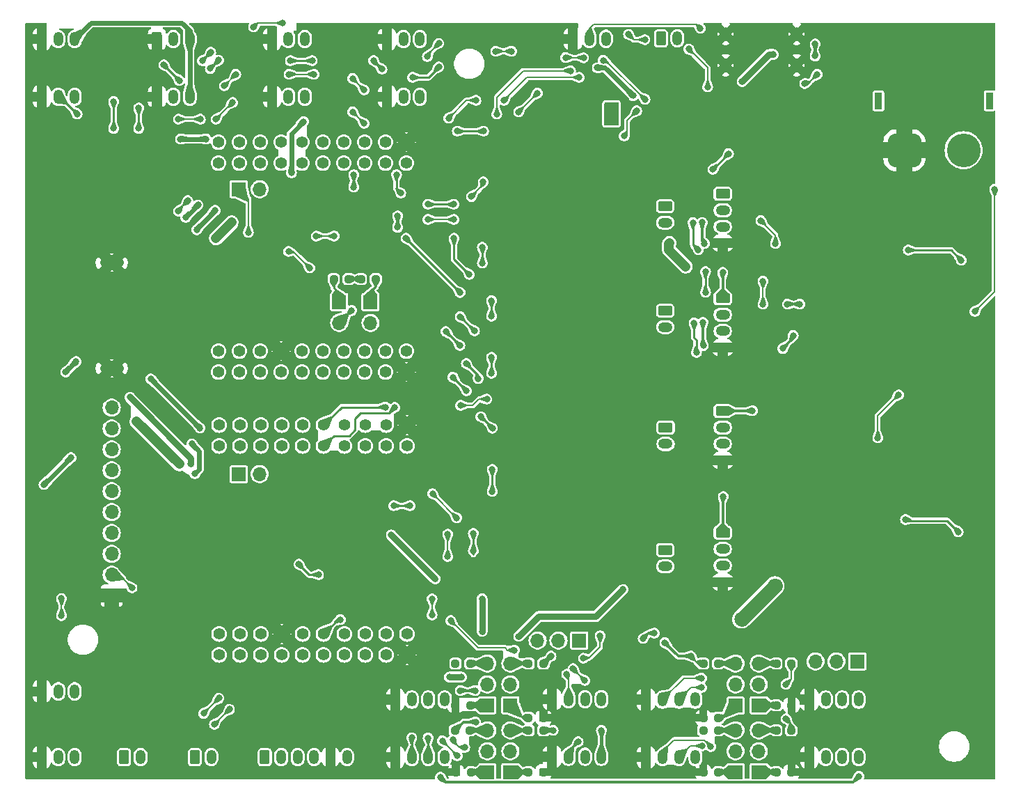
<source format=gbl>
G04 #@! TF.GenerationSoftware,KiCad,Pcbnew,8.0.5*
G04 #@! TF.CreationDate,2024-10-28T15:03:54+01:00*
G04 #@! TF.ProjectId,Aurelia-robotics-PCB,41757265-6c69-4612-9d72-6f626f746963,rev?*
G04 #@! TF.SameCoordinates,Original*
G04 #@! TF.FileFunction,Copper,L2,Bot*
G04 #@! TF.FilePolarity,Positive*
%FSLAX46Y46*%
G04 Gerber Fmt 4.6, Leading zero omitted, Abs format (unit mm)*
G04 Created by KiCad (PCBNEW 8.0.5) date 2024-10-28 15:03:54*
%MOMM*%
%LPD*%
G01*
G04 APERTURE LIST*
G04 Aperture macros list*
%AMRoundRect*
0 Rectangle with rounded corners*
0 $1 Rounding radius*
0 $2 $3 $4 $5 $6 $7 $8 $9 X,Y pos of 4 corners*
0 Add a 4 corners polygon primitive as box body*
4,1,4,$2,$3,$4,$5,$6,$7,$8,$9,$2,$3,0*
0 Add four circle primitives for the rounded corners*
1,1,$1+$1,$2,$3*
1,1,$1+$1,$4,$5*
1,1,$1+$1,$6,$7*
1,1,$1+$1,$8,$9*
0 Add four rect primitives between the rounded corners*
20,1,$1+$1,$2,$3,$4,$5,0*
20,1,$1+$1,$4,$5,$6,$7,0*
20,1,$1+$1,$6,$7,$8,$9,0*
20,1,$1+$1,$8,$9,$2,$3,0*%
G04 Aperture macros list end*
G04 #@! TA.AperFunction,ComponentPad*
%ADD10C,1.400000*%
G04 #@! TD*
G04 #@! TA.AperFunction,ComponentPad*
%ADD11RoundRect,0.250000X-0.350000X-0.625000X0.350000X-0.625000X0.350000X0.625000X-0.350000X0.625000X0*%
G04 #@! TD*
G04 #@! TA.AperFunction,ComponentPad*
%ADD12O,1.200000X1.750000*%
G04 #@! TD*
G04 #@! TA.AperFunction,ComponentPad*
%ADD13RoundRect,0.250000X-0.625000X0.350000X-0.625000X-0.350000X0.625000X-0.350000X0.625000X0.350000X0*%
G04 #@! TD*
G04 #@! TA.AperFunction,ComponentPad*
%ADD14O,1.750000X1.200000*%
G04 #@! TD*
G04 #@! TA.AperFunction,ComponentPad*
%ADD15R,1.700000X1.700000*%
G04 #@! TD*
G04 #@! TA.AperFunction,ComponentPad*
%ADD16O,1.700000X1.700000*%
G04 #@! TD*
G04 #@! TA.AperFunction,ComponentPad*
%ADD17O,1.000000X1.700000*%
G04 #@! TD*
G04 #@! TA.AperFunction,ComponentPad*
%ADD18R,0.900000X2.000000*%
G04 #@! TD*
G04 #@! TA.AperFunction,ComponentPad*
%ADD19RoundRect,1.025000X-1.025000X-1.025000X1.025000X-1.025000X1.025000X1.025000X-1.025000X1.025000X0*%
G04 #@! TD*
G04 #@! TA.AperFunction,ComponentPad*
%ADD20C,4.100000*%
G04 #@! TD*
G04 #@! TA.AperFunction,ComponentPad*
%ADD21O,2.900000X1.200000*%
G04 #@! TD*
G04 #@! TA.AperFunction,SMDPad,CuDef*
%ADD22RoundRect,0.237500X-0.250000X-0.237500X0.250000X-0.237500X0.250000X0.237500X-0.250000X0.237500X0*%
G04 #@! TD*
G04 #@! TA.AperFunction,SMDPad,CuDef*
%ADD23RoundRect,0.237500X0.250000X0.237500X-0.250000X0.237500X-0.250000X-0.237500X0.250000X-0.237500X0*%
G04 #@! TD*
G04 #@! TA.AperFunction,ViaPad*
%ADD24C,0.800000*%
G04 #@! TD*
G04 #@! TA.AperFunction,ViaPad*
%ADD25C,1.800000*%
G04 #@! TD*
G04 #@! TA.AperFunction,Conductor*
%ADD26C,0.800000*%
G04 #@! TD*
G04 #@! TA.AperFunction,Conductor*
%ADD27C,1.200000*%
G04 #@! TD*
G04 #@! TA.AperFunction,Conductor*
%ADD28C,0.300000*%
G04 #@! TD*
G04 #@! TA.AperFunction,Conductor*
%ADD29C,1.800000*%
G04 #@! TD*
G04 #@! TA.AperFunction,Conductor*
%ADD30C,0.250000*%
G04 #@! TD*
G04 #@! TA.AperFunction,Conductor*
%ADD31C,0.200000*%
G04 #@! TD*
G04 #@! TA.AperFunction,Conductor*
%ADD32C,0.600000*%
G04 #@! TD*
G04 #@! TA.AperFunction,Conductor*
%ADD33C,0.400000*%
G04 #@! TD*
G04 APERTURE END LIST*
D10*
X114430000Y-75923600D03*
X114430000Y-78463600D03*
X111890000Y-75923600D03*
X111890000Y-78463600D03*
X109350000Y-75923600D03*
X109350000Y-78463600D03*
X106810000Y-75923600D03*
X106810000Y-78463600D03*
X104270000Y-75923600D03*
X104270000Y-78463600D03*
X101730000Y-75923600D03*
X101730000Y-78463600D03*
X99190000Y-75923600D03*
X99190000Y-78463600D03*
X96650000Y-75923600D03*
X96650000Y-78463600D03*
X94110000Y-75923600D03*
X94110000Y-78463600D03*
X91570000Y-75923600D03*
X91570000Y-78463600D03*
X114430000Y-101323600D03*
X114430000Y-103863600D03*
X111890000Y-101323600D03*
X111890000Y-103863600D03*
X109350000Y-101323600D03*
X109350000Y-103863600D03*
X106810000Y-101323600D03*
X106810000Y-103863600D03*
X104270000Y-101323600D03*
X104270000Y-103863600D03*
X101730000Y-101323600D03*
X101730000Y-103863600D03*
X99190000Y-101323600D03*
X99190000Y-103863600D03*
X96650000Y-101323600D03*
X96650000Y-103863600D03*
X94110000Y-101323600D03*
X94110000Y-103863600D03*
X91570000Y-101323600D03*
X91570000Y-103863600D03*
D11*
X132080000Y-109240000D03*
D12*
X134080000Y-109240000D03*
X136080000Y-109240000D03*
X138080000Y-109240000D03*
D13*
X145838000Y-49308000D03*
D14*
X145838000Y-51308000D03*
D15*
X93975000Y-81879600D03*
D16*
X96515000Y-81879600D03*
D11*
X80010000Y-116290000D03*
D12*
X82010000Y-116290000D03*
D11*
X113015000Y-116290000D03*
D12*
X115015000Y-116290000D03*
X117015000Y-116290000D03*
X119015000Y-116290000D03*
D11*
X97125000Y-116290000D03*
D12*
X99125000Y-116290000D03*
X101125000Y-116290000D03*
X103125000Y-116290000D03*
X105125000Y-116290000D03*
X107125000Y-116290000D03*
D11*
X70000000Y-116290000D03*
D12*
X72000000Y-116290000D03*
X74000000Y-116290000D03*
D11*
X143510000Y-109290000D03*
D12*
X145510000Y-109290000D03*
X147510000Y-109290000D03*
X149510000Y-109290000D03*
D17*
X161820000Y-32182500D03*
X161820000Y-28382500D03*
X153180000Y-32182500D03*
X153180000Y-28382500D03*
D11*
X84000000Y-29000000D03*
D12*
X86000000Y-29000000D03*
X88000000Y-29000000D03*
D15*
X93975000Y-47244000D03*
D16*
X96515000Y-47244000D03*
D11*
X112000000Y-29000000D03*
D12*
X114000000Y-29000000D03*
X116000000Y-29000000D03*
D13*
X145838000Y-62000000D03*
D14*
X145838000Y-64000000D03*
D11*
X70000000Y-108290000D03*
D12*
X72000000Y-108290000D03*
X74000000Y-108290000D03*
D11*
X98000000Y-36000000D03*
D12*
X100000000Y-36000000D03*
X102000000Y-36000000D03*
D11*
X132080000Y-116240000D03*
D12*
X134080000Y-116240000D03*
X136080000Y-116240000D03*
X138080000Y-116240000D03*
D15*
X124206000Y-118120000D03*
D16*
X124206000Y-115580000D03*
X124206000Y-113040000D03*
D15*
X78500000Y-96660000D03*
D16*
X78500000Y-94120000D03*
X78500000Y-91580000D03*
X78500000Y-89040000D03*
X78500000Y-86500000D03*
X78500000Y-83960000D03*
X78500000Y-81420000D03*
X78500000Y-78880000D03*
X78500000Y-76340000D03*
X78500000Y-73800000D03*
D13*
X145838000Y-91100000D03*
D14*
X145838000Y-93100000D03*
D18*
X171792000Y-36500000D03*
X185292000Y-36500000D03*
D19*
X174942000Y-42500000D03*
D20*
X182142000Y-42500000D03*
D10*
X114360000Y-41530000D03*
X114360000Y-44070000D03*
X111820000Y-41530000D03*
X111820000Y-44070000D03*
X109280000Y-41530000D03*
X109280000Y-44070000D03*
X106740000Y-41530000D03*
X106740000Y-44070000D03*
X104200000Y-41530000D03*
X104200000Y-44070000D03*
X101660000Y-41530000D03*
X101660000Y-44070000D03*
X99120000Y-41530000D03*
X99120000Y-44070000D03*
X96580000Y-41530000D03*
X96580000Y-44070000D03*
X94040000Y-41530000D03*
X94040000Y-44070000D03*
X91500000Y-41530000D03*
X91500000Y-44070000D03*
X114360000Y-66930000D03*
X114360000Y-69470000D03*
X111820000Y-66930000D03*
X111820000Y-69470000D03*
X109280000Y-66930000D03*
X109280000Y-69470000D03*
X106740000Y-66930000D03*
X106740000Y-69470000D03*
X104200000Y-66930000D03*
X104200000Y-69470000D03*
X101660000Y-66930000D03*
X101660000Y-69470000D03*
X99120000Y-66930000D03*
X99120000Y-69470000D03*
X96580000Y-66930000D03*
X96580000Y-69470000D03*
X94040000Y-66930000D03*
X94040000Y-69470000D03*
X91500000Y-66930000D03*
X91500000Y-69470000D03*
D11*
X163370000Y-109290000D03*
D12*
X165370000Y-109290000D03*
X167370000Y-109290000D03*
X169370000Y-109290000D03*
D11*
X84000000Y-36000000D03*
D12*
X86000000Y-36000000D03*
X88000000Y-36000000D03*
D15*
X154381200Y-118110000D03*
D16*
X154381200Y-115570000D03*
X154381200Y-113030000D03*
D21*
X78500000Y-56200000D03*
X78500000Y-69000000D03*
D13*
X152838000Y-47808000D03*
D14*
X152838000Y-49808000D03*
X152838000Y-51808000D03*
X152838000Y-53808000D03*
D15*
X169199800Y-104648000D03*
D16*
X166659800Y-104648000D03*
X164119800Y-104648000D03*
D15*
X127006400Y-118110000D03*
D16*
X127006400Y-115570000D03*
X127006400Y-113030000D03*
D11*
X112000000Y-36000000D03*
D12*
X114000000Y-36000000D03*
X116000000Y-36000000D03*
D15*
X154381200Y-109992000D03*
D16*
X154381200Y-107452000D03*
X154381200Y-104912000D03*
D15*
X124187000Y-109982000D03*
D16*
X124187000Y-107442000D03*
X124187000Y-104902000D03*
D11*
X145320000Y-28914000D03*
D12*
X147320000Y-28914000D03*
D15*
X135392000Y-102108000D03*
D16*
X132852000Y-102108000D03*
X130312000Y-102108000D03*
D11*
X163370000Y-116290000D03*
D12*
X165370000Y-116290000D03*
X167370000Y-116290000D03*
X169370000Y-116290000D03*
D11*
X143510000Y-116290000D03*
D12*
X145510000Y-116290000D03*
X147510000Y-116290000D03*
X149510000Y-116290000D03*
D11*
X113015000Y-109290000D03*
D12*
X115015000Y-109290000D03*
X117015000Y-109290000D03*
X119015000Y-109290000D03*
D11*
X70000000Y-29000000D03*
D12*
X72000000Y-29000000D03*
X74000000Y-29000000D03*
D13*
X145888000Y-76216000D03*
D14*
X145888000Y-78216000D03*
D11*
X98000000Y-29000000D03*
D12*
X100000000Y-29000000D03*
X102000000Y-29000000D03*
D11*
X88615000Y-116290000D03*
D12*
X90615000Y-116290000D03*
D15*
X127000000Y-109982000D03*
D16*
X127000000Y-107442000D03*
X127000000Y-104902000D03*
D13*
X152838000Y-74216000D03*
D14*
X152838000Y-76216000D03*
X152838000Y-78216000D03*
X152838000Y-80216000D03*
D13*
X152838000Y-89000000D03*
D14*
X152838000Y-91000000D03*
X152838000Y-93000000D03*
X152838000Y-95000000D03*
D11*
X134620000Y-28956000D03*
D12*
X136620000Y-28956000D03*
X138620000Y-28956000D03*
D11*
X70000000Y-36000000D03*
D12*
X72000000Y-36000000D03*
X74000000Y-36000000D03*
D15*
X106172000Y-60955000D03*
D16*
X106172000Y-63495000D03*
D15*
X157226000Y-109982000D03*
D16*
X157226000Y-107442000D03*
X157226000Y-104902000D03*
D15*
X109982000Y-60955000D03*
D16*
X109982000Y-63495000D03*
D13*
X152838000Y-60500000D03*
D14*
X152838000Y-62500000D03*
X152838000Y-64500000D03*
X152838000Y-66500000D03*
D15*
X157226000Y-118110000D03*
D16*
X157226000Y-115570000D03*
X157226000Y-113030000D03*
D22*
X150471500Y-113030000D03*
X152296500Y-113030000D03*
D23*
X131037500Y-111506000D03*
X129212500Y-111506000D03*
D22*
X150471500Y-111506000D03*
X152296500Y-111506000D03*
D23*
X161186500Y-113030000D03*
X159361500Y-113030000D03*
D22*
X150471500Y-104902000D03*
X152296500Y-104902000D03*
X120322500Y-109982000D03*
X122147500Y-109982000D03*
D23*
X110640500Y-58166000D03*
X108815500Y-58166000D03*
D22*
X105513500Y-58166000D03*
X107338500Y-58166000D03*
D23*
X161186500Y-118110000D03*
X159361500Y-118110000D03*
D22*
X120245500Y-113030000D03*
X122070500Y-113030000D03*
X150471500Y-118110000D03*
X152296500Y-118110000D03*
X120322500Y-104902000D03*
X122147500Y-104902000D03*
D23*
X131037500Y-113030000D03*
X129212500Y-113030000D03*
X161186500Y-104902000D03*
X159361500Y-104902000D03*
D22*
X120372500Y-118110000D03*
X122197500Y-118110000D03*
D23*
X131037500Y-104902000D03*
X129212500Y-104902000D03*
X161186500Y-109982000D03*
X159361500Y-109982000D03*
X131037500Y-118110000D03*
X129212500Y-118110000D03*
D24*
X134000000Y-45800000D03*
X146500000Y-56800000D03*
X145500000Y-42600000D03*
X132800000Y-64500000D03*
X173115000Y-61950000D03*
X184308000Y-83752000D03*
X173215000Y-89450000D03*
X176815000Y-47752000D03*
X129600000Y-96400000D03*
X78587600Y-111302800D03*
X125950000Y-66900000D03*
X135200000Y-92000000D03*
X142494000Y-32004000D03*
X159893000Y-62484000D03*
X167808000Y-59752000D03*
X135200000Y-60000000D03*
X132700000Y-74500000D03*
X138400000Y-50400000D03*
X134000000Y-90900000D03*
X132800000Y-88700000D03*
X176808000Y-80752000D03*
X134000000Y-46900000D03*
X134800000Y-44600000D03*
X167808000Y-91252000D03*
X132700000Y-72300000D03*
X174265000Y-100350000D03*
X169308000Y-56752000D03*
X130300000Y-95600000D03*
X184308000Y-85252000D03*
X132800000Y-45800000D03*
X135200000Y-51400000D03*
X175308000Y-89752000D03*
X125900000Y-80400000D03*
X135200000Y-93200000D03*
X176808000Y-82252000D03*
X136400000Y-66900000D03*
X132800000Y-53800000D03*
X171515000Y-58150000D03*
X134800000Y-43400000D03*
X135200000Y-49100000D03*
X136244500Y-34671000D03*
X129500000Y-81100000D03*
X142000000Y-52700000D03*
X133600000Y-42200000D03*
X132800000Y-50200000D03*
X182965000Y-68071000D03*
X172515000Y-56750000D03*
X167005000Y-79756000D03*
X132800000Y-49100000D03*
X105257600Y-110388400D03*
X135200000Y-58900000D03*
X133900000Y-76700000D03*
X183763000Y-101016000D03*
X132700000Y-73400000D03*
X135100000Y-74500000D03*
X137400000Y-42200000D03*
X134000000Y-51400000D03*
X135200000Y-45800000D03*
X179808000Y-50752000D03*
X134800000Y-42200000D03*
X134000000Y-53800000D03*
X143500000Y-106500000D03*
X131500000Y-53800000D03*
X134800000Y-84100000D03*
X172215000Y-89450000D03*
X174092000Y-68224000D03*
X148590000Y-32004000D03*
X164846000Y-61341000D03*
X135200000Y-50200000D03*
X137400000Y-44600000D03*
X171515000Y-56750000D03*
X165862000Y-33274000D03*
X179808000Y-49252000D03*
X136000000Y-70100000D03*
X169308000Y-89752000D03*
X136100000Y-86500000D03*
X128674500Y-41656000D03*
X134000000Y-52600000D03*
X83413600Y-48564800D03*
X181308000Y-50752000D03*
X132800000Y-46900000D03*
X137400000Y-43400000D03*
X132700000Y-77900000D03*
X142200000Y-65700000D03*
X134000000Y-61100000D03*
X135100000Y-76700000D03*
X169308000Y-59752000D03*
X137400000Y-56700000D03*
X134000000Y-58900000D03*
X128200000Y-81100000D03*
X170688000Y-27686000D03*
X133300000Y-81100000D03*
X134800000Y-85400000D03*
X78181200Y-52679600D03*
X135200000Y-87600000D03*
X135200000Y-61100000D03*
X184308000Y-82252000D03*
X169308000Y-55252000D03*
X137500000Y-80300000D03*
X129032000Y-45821600D03*
X135100000Y-77900000D03*
X173515000Y-56750000D03*
X120396000Y-77724000D03*
X130800000Y-81100000D03*
X136400000Y-53800000D03*
X167808000Y-89752000D03*
X169308000Y-91252000D03*
X133600000Y-43400000D03*
X129500000Y-74800000D03*
X136100000Y-57800000D03*
X83362800Y-111290000D03*
X135200000Y-95600000D03*
X134000000Y-95600000D03*
X144000000Y-84100000D03*
X175308000Y-91252000D03*
X137668000Y-38862000D03*
X131400000Y-80300000D03*
X143306800Y-103073200D03*
X134600000Y-96400000D03*
X132400000Y-86500000D03*
X79728000Y-45946000D03*
X132800000Y-51400000D03*
X98679674Y-89154600D03*
X129350000Y-61300000D03*
X132700000Y-76700000D03*
X137600000Y-66900000D03*
X99641774Y-55814000D03*
X135200000Y-48000000D03*
X135200000Y-53800000D03*
X175308000Y-58252000D03*
X182808000Y-83752000D03*
X175305000Y-101050000D03*
X129225002Y-48224998D03*
X168715000Y-81150000D03*
X97409000Y-55499000D03*
X167808000Y-88252000D03*
X135100000Y-72300000D03*
X178308000Y-49252000D03*
X141200000Y-84100000D03*
X135890000Y-37338000D03*
X124800000Y-50700000D03*
X127700000Y-53800000D03*
X96926400Y-87904600D03*
X135200000Y-62200000D03*
X137600000Y-53800000D03*
X170815000Y-80010000D03*
X133500000Y-70100000D03*
X133900000Y-72300000D03*
X132800000Y-52600000D03*
X133500000Y-71200000D03*
X134800000Y-56700000D03*
X134000000Y-88700000D03*
X168529000Y-33655000D03*
X182626000Y-110236000D03*
X133600000Y-84100000D03*
X132800000Y-66900000D03*
X138500000Y-71200000D03*
X132700000Y-80300000D03*
X136100000Y-44600000D03*
X133900000Y-77900000D03*
X136000000Y-71200000D03*
X156210000Y-37973000D03*
X134000000Y-62200000D03*
X134000000Y-49100000D03*
X138500000Y-70100000D03*
X171215000Y-89450000D03*
X89791774Y-64364000D03*
X127600000Y-80300000D03*
X134000000Y-87600000D03*
X133900000Y-75600000D03*
X135200000Y-52600000D03*
X135200000Y-94400000D03*
X133400000Y-96400000D03*
X134000000Y-65700000D03*
X135200000Y-65700000D03*
X84328000Y-66167000D03*
X176815000Y-52250000D03*
X132200000Y-96400000D03*
X134700000Y-70100000D03*
X130300000Y-53800000D03*
X135100000Y-79100000D03*
X147200000Y-38000000D03*
X136811001Y-38100000D03*
X136100000Y-84100000D03*
X138400000Y-92400000D03*
X136100000Y-42200000D03*
X135100000Y-80300000D03*
X129500000Y-90200000D03*
X89179674Y-97654600D03*
X176808000Y-56752000D03*
X132800000Y-62200000D03*
X115542626Y-48381000D03*
X179808000Y-80752000D03*
X133600000Y-44600000D03*
X137668000Y-37338000D03*
X135200000Y-89800000D03*
X132800000Y-63300000D03*
X135200000Y-66900000D03*
X142200000Y-79400000D03*
X182808000Y-80752000D03*
X134500000Y-81100000D03*
X134000000Y-48000000D03*
X142600000Y-84100000D03*
X131500000Y-66900000D03*
X133600000Y-56700000D03*
X178308000Y-80752000D03*
X175308000Y-56752000D03*
X136100000Y-43400000D03*
X134000000Y-93200000D03*
X179808000Y-82252000D03*
X175465000Y-95700000D03*
X132700000Y-75600000D03*
X132800000Y-92000000D03*
X137400000Y-57800000D03*
X178308000Y-82252000D03*
X137300000Y-70100000D03*
X142700000Y-42200000D03*
X141224000Y-32004000D03*
X178308000Y-50752000D03*
X135200000Y-88700000D03*
X111608000Y-81826200D03*
X178315000Y-52250000D03*
X107852300Y-56769000D03*
X171215000Y-90850000D03*
X132300000Y-71200000D03*
X141400000Y-42200000D03*
X147000000Y-70000000D03*
X104038400Y-89814400D03*
X131500000Y-95600000D03*
X169308000Y-58252000D03*
X138600000Y-84100000D03*
X127850000Y-56850000D03*
X132800000Y-90900000D03*
X167808000Y-56752000D03*
X130200000Y-80300000D03*
X133600000Y-85400000D03*
X129000000Y-66900000D03*
X125900000Y-95400000D03*
X181308000Y-80752000D03*
X177515000Y-53450000D03*
X137922000Y-41148000D03*
X130963500Y-38862000D03*
X135100000Y-75600000D03*
X74320400Y-54254400D03*
X172215000Y-90850000D03*
X132800000Y-93200000D03*
X132400000Y-44600000D03*
X159234500Y-35052000D03*
X133600000Y-57800000D03*
X134000000Y-50200000D03*
X173515000Y-58150000D03*
X145500000Y-84600000D03*
X132400000Y-57800000D03*
X181308000Y-83752000D03*
X134000000Y-92000000D03*
X135200000Y-63300000D03*
X163657717Y-69404000D03*
X182808000Y-85252000D03*
X138600000Y-42200000D03*
X133900000Y-74500000D03*
X159004000Y-65532000D03*
X135200000Y-64500000D03*
X167808000Y-55252000D03*
X132800000Y-48000000D03*
X107086400Y-55829200D03*
X122428000Y-46329600D03*
X137400000Y-85400000D03*
X134000000Y-64500000D03*
X181308000Y-82252000D03*
X132100000Y-81100000D03*
X138600000Y-43400000D03*
X135890000Y-38862000D03*
X134000000Y-66900000D03*
X131445000Y-35433000D03*
X130900000Y-96400000D03*
X103276400Y-88849200D03*
X134700000Y-71200000D03*
X125000000Y-53600000D03*
X168115000Y-49050000D03*
X138600000Y-85400000D03*
X139900000Y-84100000D03*
X137400000Y-86500000D03*
X172515000Y-58150000D03*
X136900000Y-81100000D03*
X133900000Y-79100000D03*
X182215000Y-52750000D03*
X182808000Y-82252000D03*
X132800000Y-89800000D03*
X181864000Y-76454000D03*
X134800000Y-57800000D03*
X132800000Y-94400000D03*
X136100000Y-85400000D03*
X131374500Y-31242000D03*
X140000000Y-42200000D03*
X128900000Y-80300000D03*
X135800000Y-96400000D03*
X137400000Y-84100000D03*
X176808000Y-58252000D03*
X136300000Y-80300000D03*
X138500000Y-63500000D03*
X132800000Y-87600000D03*
X128905000Y-72263000D03*
X176808000Y-85252000D03*
X130300000Y-66900000D03*
X176808000Y-83752000D03*
X132400000Y-84100000D03*
X133900000Y-80300000D03*
X132800000Y-95600000D03*
X134800000Y-86500000D03*
X138600000Y-56700000D03*
X132800000Y-60000000D03*
X176215000Y-50750000D03*
X173215000Y-90850000D03*
X127700000Y-66900000D03*
X176815000Y-49276000D03*
X127800000Y-85999502D03*
X135200000Y-90900000D03*
X138400000Y-77100000D03*
X129000000Y-95600000D03*
X129000000Y-53800000D03*
X144100000Y-42200000D03*
X133600000Y-86500000D03*
X135100000Y-73400000D03*
X142200000Y-94700000D03*
X126500000Y-53800000D03*
X137000000Y-96400000D03*
X136100000Y-56700000D03*
X134000000Y-94400000D03*
X167808000Y-58252000D03*
X134000000Y-89800000D03*
X178308000Y-47752000D03*
X134000000Y-63300000D03*
X82194400Y-54254400D03*
X167386000Y-71755000D03*
X133900000Y-73400000D03*
X132800000Y-61100000D03*
X132700000Y-79100000D03*
X170434000Y-44196000D03*
X137300000Y-71200000D03*
X176808000Y-89752000D03*
X135200000Y-46900000D03*
X134000000Y-60000000D03*
X135700000Y-81100000D03*
X139192000Y-41148000D03*
X132800000Y-65700000D03*
X132800000Y-58900000D03*
X140716000Y-95900000D03*
X119572500Y-106553000D03*
X121072500Y-106553000D03*
X128016000Y-101600000D03*
X148336000Y-56642000D03*
X146352000Y-53800000D03*
X81534000Y-75488800D03*
D25*
X159194500Y-95440500D03*
X155126000Y-99500000D03*
D24*
X86715600Y-80670400D03*
X93091000Y-51282600D03*
X160141500Y-66614000D03*
X161417000Y-65024000D03*
X91186000Y-53187600D03*
X181864000Y-55880000D03*
X175415000Y-54650000D03*
X175065000Y-87400000D03*
X181483000Y-88900000D03*
X123571000Y-101000000D03*
X150114000Y-27686000D03*
X164084000Y-29591000D03*
X143154400Y-101854000D03*
X116900000Y-31115000D03*
X112516649Y-89275649D03*
X123571000Y-97028000D03*
X117856000Y-94615000D03*
X144526000Y-101219000D03*
X95123000Y-52482600D03*
X88138000Y-80645000D03*
X164338000Y-33274000D03*
X100009547Y-54803453D03*
X80721200Y-72542400D03*
X164084000Y-31053000D03*
X107338500Y-58166000D03*
X86868000Y-41148000D03*
X90000000Y-41148000D03*
X102589987Y-56820554D03*
X162814000Y-34393500D03*
X118302000Y-29516000D03*
X89234853Y-76280853D03*
X88265000Y-78218200D03*
X83259803Y-70305803D03*
X88597693Y-81836307D03*
X73550000Y-79880000D03*
X70260000Y-83150000D03*
X118491000Y-118745000D03*
X72897103Y-69469897D03*
X87503000Y-50673000D03*
X74169897Y-68197103D03*
X169418000Y-118618000D03*
X89000000Y-49151500D03*
X100380800Y-45262800D03*
X101854000Y-39026000D03*
X91090957Y-49828243D03*
X88849200Y-52171600D03*
X84836000Y-32131000D03*
X86725000Y-34036000D03*
X74295000Y-38100000D03*
X91003547Y-112298053D03*
X121462800Y-115112800D03*
X119993498Y-114180131D03*
X72390000Y-99073800D03*
X92829651Y-110471949D03*
X72390000Y-97014200D03*
X89682747Y-110977253D03*
X107700653Y-61971347D03*
X118719600Y-114300000D03*
X80975200Y-95707200D03*
X91541600Y-109118400D03*
X120548400Y-116128800D03*
X123596400Y-56210000D03*
X124800000Y-84000000D03*
X123602858Y-54310001D03*
X124714000Y-60787200D03*
X124714000Y-69625000D03*
X124815600Y-76301600D03*
X124800000Y-81300000D03*
X122500000Y-91186000D03*
X122500000Y-89103200D03*
X124714000Y-62687200D03*
X124714000Y-67675000D03*
X123413947Y-74899947D03*
X111810800Y-73740853D03*
X112927412Y-73777477D03*
X106329053Y-99572653D03*
X155194000Y-34163000D03*
X141922500Y-35877500D03*
X159004000Y-30861000D03*
X137579408Y-32473592D03*
X93218000Y-36703000D03*
X92202000Y-34671000D03*
X91186000Y-38735000D03*
X109220000Y-35179000D03*
X103124000Y-33274000D03*
X107823000Y-37846000D03*
X89281000Y-38735000D03*
X93599000Y-33274000D03*
X138297469Y-31573592D03*
X100076000Y-33274000D03*
X119507000Y-38608000D03*
X122809000Y-36449000D03*
X86614000Y-49911000D03*
X135382000Y-33655000D03*
X109220000Y-39243000D03*
X86614000Y-38735000D03*
X143383000Y-36322000D03*
X126238000Y-36449000D03*
X87757000Y-48641000D03*
X107823000Y-33782000D03*
X141383500Y-28415500D03*
X81788000Y-37375000D03*
X81788000Y-39863600D03*
X90555653Y-30602347D03*
X89530347Y-31627653D03*
X95758000Y-27525000D03*
X99314000Y-27051000D03*
X143366500Y-29066500D03*
X120941000Y-73533000D03*
X149225000Y-51308000D03*
X153543000Y-42926000D03*
X151638000Y-44831000D03*
X150749000Y-57277000D03*
X149643653Y-67093653D03*
X149352000Y-63500000D03*
X150749000Y-59762500D03*
X124138947Y-72771000D03*
X149864653Y-54614653D03*
X152908000Y-84606000D03*
X150626653Y-53852653D03*
X152838000Y-57347000D03*
X150469153Y-66268153D03*
X150426847Y-63431847D03*
X156464000Y-74168000D03*
X150340347Y-51280347D03*
X135248764Y-114418814D03*
X132207000Y-113030000D03*
X160528000Y-107442000D03*
X120322500Y-104902000D03*
X138080000Y-113030000D03*
X131953000Y-104013000D03*
X150471500Y-113030000D03*
X122783600Y-112014000D03*
X160528000Y-111633000D03*
X148971000Y-104013000D03*
X145796000Y-102362000D03*
X122720000Y-108204000D03*
X120904000Y-108204000D03*
X150260000Y-107823000D03*
X150260000Y-106680000D03*
X115011200Y-113944400D03*
X116992400Y-113955600D03*
X136067475Y-106984475D03*
X134618814Y-105535814D03*
X133858000Y-106200000D03*
X151384000Y-115000000D03*
X150310000Y-114909600D03*
X91508153Y-31554847D03*
X133731000Y-31242000D03*
X100240000Y-31623000D03*
X118302000Y-32385000D03*
X78740000Y-39863600D03*
X111382653Y-32642653D03*
X102900000Y-31623000D03*
X135912331Y-31264331D03*
X90482847Y-32580153D03*
X78740000Y-36576000D03*
X115100000Y-33655000D03*
X110357347Y-31617347D03*
X183515000Y-62103000D03*
X185928000Y-47244000D03*
X103663600Y-94107000D03*
X122259184Y-48150065D03*
X120005500Y-70094500D03*
X121666000Y-71755000D03*
X120857853Y-66247853D03*
X116967000Y-50927000D03*
X105565394Y-52930606D03*
X171704000Y-77470000D03*
X120142000Y-50927000D03*
X123698000Y-46355000D03*
X174244000Y-72250000D03*
X120142000Y-53213000D03*
X101263600Y-92837000D03*
X112792000Y-85725000D03*
X103378000Y-52959000D03*
X122013553Y-57624553D03*
X119146747Y-64536747D03*
X114808000Y-85725000D03*
X159258000Y-53848000D03*
X157480000Y-51054000D03*
X160711000Y-61214000D03*
X162211000Y-61214000D03*
X157734000Y-58420000D03*
X157734000Y-61214000D03*
X120476853Y-87202853D03*
X137922000Y-101525000D03*
X119761000Y-99695000D03*
X119380000Y-89191000D03*
X113284000Y-50481000D03*
X117475000Y-97050000D03*
X113665000Y-47715000D03*
X135888814Y-104265814D03*
X123089160Y-70264946D03*
X120904000Y-62738000D03*
X127508000Y-103289000D03*
X119380000Y-91911000D03*
X117475000Y-99000000D03*
X113284000Y-51881000D03*
X122635853Y-64469853D03*
X117533149Y-84259149D03*
X114300000Y-53213000D03*
X120875206Y-59788206D03*
X113157000Y-45477200D03*
X121656500Y-68443499D03*
X148721051Y-30204001D03*
X142367000Y-37719000D03*
X151003000Y-34798000D03*
X125349000Y-38100000D03*
X123748400Y-40182800D03*
X134324831Y-32851831D03*
X120548400Y-40182800D03*
X140843000Y-40767000D03*
X127159999Y-30471187D03*
X125222000Y-30480000D03*
X130302000Y-35560000D03*
X128016000Y-37846000D03*
X107950000Y-46990000D03*
X107950000Y-45477200D03*
X116967000Y-49072800D03*
X120142000Y-49072800D03*
X138938000Y-38100000D03*
X139700000Y-37338000D03*
X139700000Y-38862000D03*
D26*
X128016000Y-101600000D02*
X130429000Y-99187000D01*
X137414000Y-99187000D02*
X140701000Y-95900000D01*
X119572500Y-106553000D02*
X121072500Y-106553000D01*
X140701000Y-95900000D02*
X140716000Y-95900000D01*
X130429000Y-99187000D02*
X137414000Y-99187000D01*
D27*
X148336000Y-56642000D02*
X146304000Y-54610000D01*
X146304000Y-53848000D02*
X146352000Y-53800000D01*
X146304000Y-54610000D02*
X146304000Y-53848000D01*
X91186000Y-53187600D02*
X93091000Y-51282600D01*
D28*
X161417000Y-65024000D02*
X161417000Y-65338500D01*
D29*
X159194500Y-95440500D02*
X155135000Y-99500000D01*
D28*
X161417000Y-65338500D02*
X160141500Y-66614000D01*
D29*
X155135000Y-99500000D02*
X155126000Y-99500000D01*
D27*
X86715600Y-80670400D02*
X81534000Y-75488800D01*
D30*
X180634000Y-54650000D02*
X175415000Y-54650000D01*
X181864000Y-55880000D02*
X180634000Y-54650000D01*
X181483000Y-88900000D02*
X180133000Y-87550000D01*
X175215000Y-87550000D02*
X175065000Y-87400000D01*
X180133000Y-87550000D02*
X175215000Y-87550000D01*
D26*
X112516649Y-89275649D02*
X117856000Y-94615000D01*
D31*
X164084000Y-29591000D02*
X164084000Y-31053000D01*
X116900000Y-30918000D02*
X116900000Y-31115000D01*
X164338000Y-33274000D02*
X163218500Y-34393500D01*
D28*
X143789400Y-101219000D02*
X143154400Y-101854000D01*
D32*
X86868000Y-41148000D02*
X90000000Y-41148000D01*
D31*
X93975000Y-47244000D02*
X95123000Y-48392000D01*
X100572886Y-54803453D02*
X102589987Y-56820554D01*
D26*
X123571000Y-97028000D02*
X123571000Y-101000000D01*
D31*
X118302000Y-29516000D02*
X116900000Y-30918000D01*
X150114000Y-27686000D02*
X149606000Y-27178000D01*
D26*
X88138000Y-80645000D02*
X88138000Y-79959200D01*
D31*
X107338500Y-58166000D02*
X108815500Y-58166000D01*
D26*
X88138000Y-79959200D02*
X80721200Y-72542400D01*
D31*
X163218500Y-34393500D02*
X162814000Y-34393500D01*
D28*
X144526000Y-101219000D02*
X143789400Y-101219000D01*
D31*
X137160000Y-27178000D02*
X136620000Y-27718000D01*
X136620000Y-27718000D02*
X136620000Y-28956000D01*
X149606000Y-27178000D02*
X137160000Y-27178000D01*
X100009547Y-54803453D02*
X100572886Y-54803453D01*
X95123000Y-48392000D02*
X95123000Y-52482600D01*
D32*
X88265000Y-78218200D02*
X89154000Y-79107200D01*
X89154000Y-79107200D02*
X89154000Y-81280000D01*
X83259803Y-70305803D02*
X89234853Y-76280853D01*
X89154000Y-81280000D02*
X88597693Y-81836307D01*
X73550000Y-79880000D02*
X73480000Y-79910000D01*
X88000000Y-29000000D02*
X88000000Y-36000000D01*
D28*
X168726000Y-119310000D02*
X169418000Y-118618000D01*
D32*
X88000000Y-29000000D02*
X88000000Y-28000000D01*
D28*
X125673000Y-119310000D02*
X168726000Y-119310000D01*
X119066000Y-119320000D02*
X125663000Y-119320000D01*
D32*
X70260000Y-83150000D02*
X73480000Y-79930000D01*
X72897103Y-69469897D02*
X74169897Y-68197103D01*
X87503000Y-50648500D02*
X89000000Y-49151500D01*
D28*
X125663000Y-119320000D02*
X125673000Y-119310000D01*
D32*
X88000000Y-28000000D02*
X87000000Y-27000000D01*
X87503000Y-50673000D02*
X87503000Y-50648500D01*
X87000000Y-27000000D02*
X76000000Y-27000000D01*
X73480000Y-79930000D02*
X73550000Y-79880000D01*
D28*
X118491000Y-118745000D02*
X119066000Y-119320000D01*
D32*
X76000000Y-27000000D02*
X74000000Y-29000000D01*
X88849200Y-52070000D02*
X91090957Y-49828243D01*
X100380800Y-40499200D02*
X101854000Y-39026000D01*
X100380800Y-45262800D02*
X100380800Y-40499200D01*
X88849200Y-52171600D02*
X88849200Y-52070000D01*
D30*
X84836000Y-32147000D02*
X86725000Y-34036000D01*
X84836000Y-32131000D02*
X84836000Y-32147000D01*
X72195000Y-36000000D02*
X72000000Y-36000000D01*
X74295000Y-38100000D02*
X72195000Y-36000000D01*
D31*
X72390000Y-99073800D02*
X72390000Y-97014200D01*
X121462800Y-115112800D02*
X120787978Y-115112800D01*
X120787978Y-115112800D02*
X119993498Y-114318320D01*
X119993498Y-114318320D02*
X119993498Y-114180131D01*
X91003547Y-112298053D02*
X92829651Y-110471949D01*
X120548400Y-116128800D02*
X118719600Y-114300000D01*
X79388000Y-94120000D02*
X78500000Y-94120000D01*
X107695653Y-61971347D02*
X107700653Y-61971347D01*
X106172000Y-63495000D02*
X107695653Y-61971347D01*
X80975200Y-95707200D02*
X79388000Y-94120000D01*
X91541600Y-109118400D02*
X89682747Y-110977253D01*
D30*
X124815600Y-76301600D02*
X123413947Y-74899947D01*
X124714000Y-62687200D02*
X124714000Y-60787200D01*
X124800000Y-84000000D02*
X124800000Y-83900000D01*
X122500000Y-91186000D02*
X122500000Y-91600000D01*
X123602858Y-56203542D02*
X123602858Y-54310001D01*
X123596400Y-56210000D02*
X123602858Y-56203542D01*
X124800000Y-81300000D02*
X124800000Y-84000000D01*
X122500000Y-89103200D02*
X122500000Y-91186000D01*
X124714000Y-69625000D02*
X124714000Y-67675000D01*
X111810800Y-73740853D02*
X106452747Y-73740853D01*
X106452747Y-73740853D02*
X104270000Y-75923600D01*
X112232089Y-74472800D02*
X108762800Y-74472800D01*
X108102400Y-75133200D02*
X108102400Y-76504800D01*
X108762800Y-74472800D02*
X108102400Y-75133200D01*
X108102400Y-76504800D02*
X107385200Y-77222000D01*
X105511600Y-77222000D02*
X104270000Y-78463600D01*
X112927412Y-73777477D02*
X112232089Y-74472800D01*
X107385200Y-77222000D02*
X105511600Y-77222000D01*
X106329053Y-99572653D02*
X106020947Y-99572653D01*
X106020947Y-99572653D02*
X104270000Y-101323600D01*
D26*
X155194000Y-34163000D02*
X158496000Y-30861000D01*
D32*
X138518592Y-32473592D02*
X141922500Y-35877500D01*
X137579408Y-32473592D02*
X138518592Y-32473592D01*
D26*
X158496000Y-30861000D02*
X159004000Y-30861000D01*
D31*
X143356950Y-36322000D02*
X138608542Y-31573592D01*
X86614000Y-38735000D02*
X89281000Y-38735000D01*
X129032000Y-33655000D02*
X126238000Y-36449000D01*
X143383000Y-36322000D02*
X143356950Y-36322000D01*
X92202000Y-34671000D02*
X93599000Y-33274000D01*
X107823000Y-37846000D02*
X109220000Y-39243000D01*
X100076000Y-33274000D02*
X103124000Y-33274000D01*
X122809000Y-36449000D02*
X121666000Y-36449000D01*
X135382000Y-33655000D02*
X129032000Y-33655000D01*
X86614000Y-49911000D02*
X86614000Y-49784000D01*
X86614000Y-49784000D02*
X87757000Y-48641000D01*
X138608542Y-31573592D02*
X138297469Y-31573592D01*
X93218000Y-36703000D02*
X91186000Y-38735000D01*
X121666000Y-36449000D02*
X119507000Y-38608000D01*
X107823000Y-33782000D02*
X109220000Y-35179000D01*
X99314000Y-27051000D02*
X96232000Y-27051000D01*
X142034500Y-29066500D02*
X141383500Y-28415500D01*
D30*
X81788000Y-39863600D02*
X81788000Y-37375000D01*
D31*
X90555653Y-30602347D02*
X89530347Y-31627653D01*
X96232000Y-27051000D02*
X95758000Y-27525000D01*
X143366500Y-29066500D02*
X142034500Y-29066500D01*
X120941000Y-73533000D02*
X122428000Y-73533000D01*
X123190000Y-72771000D02*
X124138947Y-72771000D01*
D30*
X149643653Y-65569653D02*
X149643653Y-67093653D01*
X149225000Y-53975000D02*
X149864653Y-54614653D01*
X149225000Y-51308000D02*
X149225000Y-53975000D01*
X150749000Y-57277000D02*
X150749000Y-59762500D01*
X149352000Y-63500000D02*
X149352000Y-65278000D01*
X153543000Y-42926000D02*
X151638000Y-44831000D01*
X149352000Y-65278000D02*
X149643653Y-65569653D01*
D31*
X122428000Y-73533000D02*
X123190000Y-72771000D01*
D28*
X152908000Y-84606000D02*
X152838000Y-84676000D01*
X150340347Y-53566347D02*
X150340347Y-51280347D01*
X152838000Y-57347000D02*
X152838000Y-60500000D01*
X150426847Y-66225847D02*
X150469153Y-66268153D01*
X152838000Y-84676000D02*
X152838000Y-89000000D01*
X156416000Y-74216000D02*
X156464000Y-74168000D01*
X150626653Y-53852653D02*
X150340347Y-53566347D01*
X152838000Y-74216000D02*
X156416000Y-74216000D01*
X150426847Y-63431847D02*
X150426847Y-66225847D01*
D31*
X134080000Y-115587578D02*
X134080000Y-116240000D01*
X135248764Y-114418814D02*
X134080000Y-115587578D01*
D33*
X138080000Y-113030000D02*
X138080000Y-116240000D01*
D28*
X131064000Y-104902000D02*
X131037500Y-104902000D01*
X122783600Y-112014000D02*
X121261500Y-112014000D01*
X145796000Y-102362000D02*
X147447000Y-104013000D01*
D31*
X150471500Y-104902000D02*
X149860000Y-104902000D01*
X149860000Y-104902000D02*
X148971000Y-104013000D01*
D28*
X131953000Y-104013000D02*
X131064000Y-104902000D01*
X121261500Y-112014000D02*
X120245500Y-113030000D01*
D31*
X161186500Y-106783500D02*
X161186500Y-104902000D01*
D28*
X131037500Y-113030000D02*
X132207000Y-113030000D01*
X122720000Y-108204000D02*
X120904000Y-108204000D01*
D31*
X160528000Y-111633000D02*
X161163000Y-112268000D01*
X160528000Y-107442000D02*
X161186500Y-106783500D01*
D28*
X147447000Y-104013000D02*
X148971000Y-104013000D01*
D31*
X161163000Y-112268000D02*
X161163000Y-112903000D01*
X148977000Y-107823000D02*
X150260000Y-107823000D01*
X147510000Y-109290000D02*
X148977000Y-107823000D01*
X145510000Y-109290000D02*
X148120000Y-106680000D01*
X148120000Y-106680000D02*
X150260000Y-106680000D01*
D30*
X115015000Y-113948200D02*
X115011200Y-113944400D01*
X115015000Y-116290000D02*
X115015000Y-113948200D01*
X117015000Y-113978200D02*
X116992400Y-113955600D01*
X117015000Y-116290000D02*
X117015000Y-113978200D01*
D31*
X134618814Y-105535814D02*
X136067475Y-106984475D01*
X134080000Y-106422000D02*
X134080000Y-109240000D01*
X133858000Y-106200000D02*
X134080000Y-106422000D01*
X150599950Y-114209600D02*
X146887978Y-114209600D01*
X146887978Y-114209600D02*
X145510000Y-115587578D01*
X151384000Y-115000000D02*
X151384000Y-114993650D01*
X151384000Y-114993650D02*
X150599950Y-114209600D01*
X145510000Y-115587578D02*
X145510000Y-116290000D01*
X148890400Y-114909600D02*
X147510000Y-116290000D01*
X150310000Y-114909600D02*
X148890400Y-114909600D01*
X122147500Y-104902000D02*
X124187000Y-104902000D01*
X122147500Y-109982000D02*
X124187000Y-109982000D01*
X127000000Y-104902000D02*
X129212500Y-104902000D01*
X128524000Y-111506000D02*
X127000000Y-109982000D01*
X129212500Y-111506000D02*
X128524000Y-111506000D01*
D30*
X106172000Y-60955000D02*
X106172000Y-59893200D01*
X106172000Y-59893200D02*
X105513500Y-59234700D01*
X105513500Y-59234700D02*
X105513500Y-58166000D01*
X110640500Y-59031500D02*
X110640500Y-58166000D01*
X109982000Y-59690000D02*
X110640500Y-59031500D01*
X109982000Y-60955000D02*
X109982000Y-59690000D01*
D31*
X127006400Y-118110000D02*
X129212500Y-118110000D01*
X127006400Y-113030000D02*
X129212500Y-113030000D01*
X122147500Y-118110000D02*
X124187000Y-118110000D01*
X122147500Y-113030000D02*
X124187000Y-113030000D01*
X159361500Y-104902000D02*
X157226000Y-104902000D01*
X159361500Y-109982000D02*
X157226000Y-109982000D01*
X152867200Y-111506000D02*
X154381200Y-109992000D01*
X152296500Y-111506000D02*
X152867200Y-111506000D01*
X152296500Y-104902000D02*
X154371200Y-104902000D01*
X154371200Y-104902000D02*
X154381200Y-104912000D01*
X152296500Y-118110000D02*
X154381200Y-118110000D01*
X152296500Y-113030000D02*
X154381200Y-113030000D01*
X159361500Y-113030000D02*
X157226000Y-113030000D01*
X159361500Y-118110000D02*
X157226000Y-118110000D01*
X135890000Y-31242000D02*
X133731000Y-31242000D01*
D30*
X117032000Y-33655000D02*
X115100000Y-33655000D01*
X118302000Y-32385000D02*
X117032000Y-33655000D01*
X100240000Y-31623000D02*
X102900000Y-31623000D01*
X91508153Y-31554847D02*
X90482847Y-32580153D01*
D31*
X135912331Y-31264331D02*
X135890000Y-31242000D01*
D30*
X110357347Y-31617347D02*
X111382653Y-32642653D01*
X78740000Y-39863600D02*
X78740000Y-36576000D01*
D31*
X171704000Y-74790000D02*
X171704000Y-77470000D01*
X103406394Y-52930606D02*
X103378000Y-52959000D01*
D30*
X121666000Y-71755000D02*
X120005500Y-70094500D01*
D31*
X185928000Y-59690000D02*
X183515000Y-62103000D01*
D30*
X122013553Y-57624553D02*
X120142000Y-55753000D01*
D31*
X185928000Y-47244000D02*
X185928000Y-59690000D01*
D30*
X120857853Y-66247853D02*
X119146747Y-64536747D01*
X112792000Y-85725000D02*
X114808000Y-85725000D01*
X102533600Y-94107000D02*
X103663600Y-94107000D01*
D31*
X120142000Y-50927000D02*
X116967000Y-50927000D01*
X123698000Y-46711249D02*
X122259184Y-48150065D01*
D30*
X120142000Y-55753000D02*
X120142000Y-53213000D01*
X101263600Y-92837000D02*
X102533600Y-94107000D01*
D31*
X174244000Y-72250000D02*
X171704000Y-74790000D01*
X123698000Y-46355000D02*
X123698000Y-46711249D01*
X105565394Y-52930606D02*
X103406394Y-52930606D01*
X157480000Y-51054000D02*
X159258000Y-52832000D01*
X162211000Y-61214000D02*
X161108500Y-61214000D01*
X159258000Y-52832000D02*
X159258000Y-53848000D01*
X157734000Y-61214000D02*
X157734000Y-58420000D01*
X126365000Y-102997000D02*
X123063000Y-102997000D01*
X127508000Y-103289000D02*
X126657000Y-103289000D01*
X123063000Y-102997000D02*
X119761000Y-99695000D01*
D30*
X123089160Y-70264946D02*
X123089160Y-69876159D01*
D31*
X126657000Y-103289000D02*
X126365000Y-102997000D01*
D30*
X120904000Y-62738000D02*
X122635853Y-64469853D01*
D31*
X120476853Y-87202853D02*
X117533149Y-84259149D01*
D30*
X123089160Y-69876159D02*
X121656500Y-68443499D01*
X113157000Y-45477200D02*
X113157000Y-47207000D01*
D31*
X119380000Y-91911000D02*
X119380000Y-89191000D01*
X117475000Y-99000000D02*
X117475000Y-97050000D01*
D30*
X113157000Y-47207000D02*
X113665000Y-47715000D01*
X114300000Y-53213000D02*
X120875206Y-59788206D01*
D31*
X137922000Y-101525000D02*
X137922000Y-102868814D01*
X137922000Y-102868814D02*
X136525000Y-104265814D01*
D30*
X113284000Y-51881000D02*
X113284000Y-50481000D01*
D31*
X136525000Y-104265814D02*
X135888814Y-104265814D01*
X142367000Y-37719000D02*
X141224000Y-38862000D01*
X128565169Y-32851831D02*
X134324831Y-32851831D01*
X125349000Y-38100000D02*
X125349000Y-36068000D01*
X141224000Y-40386000D02*
X140843000Y-40767000D01*
X125349000Y-36068000D02*
X128565169Y-32851831D01*
X141224000Y-38862000D02*
X141224000Y-40386000D01*
X151003000Y-32485950D02*
X151003000Y-34798000D01*
X148721051Y-30204001D02*
X151003000Y-32485950D01*
D30*
X123748400Y-40182800D02*
X120548400Y-40182800D01*
D31*
X125222000Y-30480000D02*
X125230813Y-30471187D01*
X125230813Y-30471187D02*
X127159999Y-30471187D01*
X130302000Y-35560000D02*
X128016000Y-37846000D01*
D30*
X120142000Y-49072800D02*
X116967000Y-49072800D01*
X107950000Y-46990000D02*
X107950000Y-45477200D01*
G04 #@! TA.AperFunction,Conductor*
G36*
X73825071Y-37449252D02*
G01*
X74437760Y-37725793D01*
X74443891Y-37732320D01*
X74443767Y-37740909D01*
X74297563Y-38096195D01*
X74291245Y-38102542D01*
X74291195Y-38102563D01*
X73935909Y-38248767D01*
X73926955Y-38248746D01*
X73920793Y-38242760D01*
X73856676Y-38100707D01*
X73694279Y-37740909D01*
X73644252Y-37630071D01*
X73643972Y-37621121D01*
X73646641Y-37616987D01*
X73811986Y-37451642D01*
X73820258Y-37448216D01*
X73825071Y-37449252D01*
G37*
G04 #@! TD.AperFunction*
G04 #@! TA.AperFunction,Conductor*
G36*
X118298195Y-29513436D02*
G01*
X118304542Y-29519754D01*
X118304563Y-29519804D01*
X118450621Y-29874734D01*
X118450600Y-29883688D01*
X118444256Y-29890005D01*
X117814237Y-30149426D01*
X117805282Y-30149407D01*
X117801509Y-30146880D01*
X117671119Y-30016490D01*
X117667692Y-30008217D01*
X117668572Y-30003766D01*
X117927994Y-29373742D01*
X117934313Y-29367398D01*
X117943264Y-29367378D01*
X118298195Y-29513436D01*
G37*
G04 #@! TD.AperFunction*
G04 #@! TA.AperFunction,Conductor*
G36*
X150111428Y-107464244D02*
G01*
X150259123Y-107818498D01*
X150259144Y-107827452D01*
X150259123Y-107827502D01*
X150111428Y-108181755D01*
X150105081Y-108188073D01*
X150096129Y-108188053D01*
X149467200Y-107925999D01*
X149460881Y-107919654D01*
X149460000Y-107915199D01*
X149460000Y-107730800D01*
X149463427Y-107722527D01*
X149467200Y-107720000D01*
X150096131Y-107457945D01*
X150105084Y-107457927D01*
X150111428Y-107464244D01*
G37*
G04 #@! TD.AperFunction*
G04 #@! TA.AperFunction,Conductor*
G36*
X134180820Y-107779956D02*
G01*
X134183150Y-107783283D01*
X134575772Y-108624991D01*
X134576164Y-108633937D01*
X134574222Y-108637349D01*
X134089053Y-109229942D01*
X134081160Y-109234172D01*
X134072588Y-109231583D01*
X134070947Y-109229942D01*
X133585777Y-108637349D01*
X133583188Y-108628777D01*
X133584225Y-108624995D01*
X133976850Y-107783283D01*
X133983453Y-107777234D01*
X133987453Y-107776529D01*
X134172547Y-107776529D01*
X134180820Y-107779956D01*
G37*
G04 #@! TD.AperFunction*
G04 #@! TA.AperFunction,Conductor*
G36*
X108190688Y-37697399D02*
G01*
X108197005Y-37703743D01*
X108456426Y-38333762D01*
X108456407Y-38342717D01*
X108453880Y-38346490D01*
X108323490Y-38476880D01*
X108315217Y-38480307D01*
X108310762Y-38479426D01*
X107680743Y-38220005D01*
X107674398Y-38213686D01*
X107674378Y-38204735D01*
X107820437Y-37849802D01*
X107826753Y-37843457D01*
X108181735Y-37697378D01*
X108190688Y-37697399D01*
G37*
G04 #@! TD.AperFunction*
G04 #@! TA.AperFunction,Conductor*
G36*
X149539697Y-27082905D02*
G01*
X150255007Y-27312574D01*
X150261836Y-27318366D01*
X150262570Y-27327291D01*
X150262250Y-27328166D01*
X150116853Y-27681496D01*
X150110535Y-27687843D01*
X150110500Y-27687858D01*
X149755457Y-27834524D01*
X149746502Y-27834515D01*
X149740176Y-27828177D01*
X149740128Y-27828058D01*
X149539498Y-27316448D01*
X149525228Y-27280060D01*
X149524420Y-27275788D01*
X149524420Y-27094045D01*
X149527847Y-27085772D01*
X149536120Y-27082345D01*
X149539697Y-27082905D01*
G37*
G04 #@! TD.AperFunction*
G04 #@! TA.AperFunction,Conductor*
G36*
X186286755Y-47392571D02*
G01*
X186293073Y-47398918D01*
X186293053Y-47407870D01*
X186031000Y-48036800D01*
X186024655Y-48043119D01*
X186020200Y-48044000D01*
X185835800Y-48044000D01*
X185827527Y-48040573D01*
X185825000Y-48036800D01*
X185562945Y-47407868D01*
X185562927Y-47398915D01*
X185569242Y-47392572D01*
X185923500Y-47244875D01*
X185932449Y-47244855D01*
X186286755Y-47392571D01*
G37*
G04 #@! TD.AperFunction*
G04 #@! TA.AperFunction,Conductor*
G36*
X157834473Y-60417427D02*
G01*
X157837000Y-60421200D01*
X158099053Y-61050129D01*
X158099072Y-61059084D01*
X158092755Y-61065428D01*
X157738502Y-61213123D01*
X157729548Y-61213144D01*
X157729498Y-61213123D01*
X157375244Y-61065428D01*
X157368926Y-61059081D01*
X157368945Y-61050131D01*
X157631000Y-60421199D01*
X157637345Y-60414881D01*
X157641800Y-60414000D01*
X157826200Y-60414000D01*
X157834473Y-60417427D01*
G37*
G04 #@! TD.AperFunction*
G04 #@! TA.AperFunction,Conductor*
G36*
X146164396Y-102213108D02*
G01*
X146170387Y-102218731D01*
X146464041Y-102814099D01*
X146464627Y-102823035D01*
X146461821Y-102827548D01*
X146261548Y-103027821D01*
X146253275Y-103031248D01*
X146248099Y-103030041D01*
X145652731Y-102736387D01*
X145646828Y-102729654D01*
X145647087Y-102721442D01*
X145793437Y-102365802D01*
X145799753Y-102359457D01*
X146155442Y-102213087D01*
X146164396Y-102213108D01*
G37*
G04 #@! TD.AperFunction*
G04 #@! TA.AperFunction,Conductor*
G36*
X132052510Y-112664547D02*
G01*
X132058133Y-112670538D01*
X132206123Y-113025498D01*
X132206144Y-113034452D01*
X132206123Y-113034502D01*
X132058133Y-113389461D01*
X132051786Y-113395779D01*
X132043574Y-113396038D01*
X131414940Y-113182694D01*
X131408207Y-113176791D01*
X131407000Y-113171615D01*
X131407000Y-112888384D01*
X131410427Y-112880111D01*
X131414938Y-112877305D01*
X132043575Y-112663961D01*
X132052510Y-112664547D01*
G37*
G04 #@! TD.AperFunction*
G04 #@! TA.AperFunction,Conductor*
G36*
X150131643Y-104448347D02*
G01*
X150135547Y-104451689D01*
X150235168Y-104585149D01*
X150465531Y-104893763D01*
X150467734Y-104902443D01*
X150463589Y-104909797D01*
X150036255Y-105261425D01*
X150027689Y-105264035D01*
X150020100Y-105260189D01*
X149548470Y-104732764D01*
X149545510Y-104724313D01*
X149548918Y-104716693D01*
X149680464Y-104585147D01*
X149685288Y-104582241D01*
X150122729Y-104447507D01*
X150131643Y-104448347D01*
G37*
G04 #@! TD.AperFunction*
G04 #@! TA.AperFunction,Conductor*
G36*
X93214195Y-36700436D02*
G01*
X93220542Y-36706754D01*
X93220563Y-36706804D01*
X93366621Y-37061734D01*
X93366600Y-37070688D01*
X93360256Y-37077005D01*
X92730237Y-37336426D01*
X92721282Y-37336407D01*
X92717509Y-37333880D01*
X92587119Y-37203490D01*
X92583692Y-37195217D01*
X92584572Y-37190766D01*
X92843994Y-36560742D01*
X92850313Y-36554398D01*
X92859264Y-36554378D01*
X93214195Y-36700436D01*
G37*
G04 #@! TD.AperFunction*
G04 #@! TA.AperFunction,Conductor*
G36*
X110725391Y-31468600D02*
G01*
X110731553Y-31474586D01*
X111008094Y-32087275D01*
X111008374Y-32096225D01*
X111005703Y-32100361D01*
X110840361Y-32265703D01*
X110832088Y-32269130D01*
X110827275Y-32268094D01*
X110214586Y-31991553D01*
X110208455Y-31985026D01*
X110208579Y-31976437D01*
X110354784Y-31621149D01*
X110361100Y-31614804D01*
X110716437Y-31468579D01*
X110725391Y-31468600D01*
G37*
G04 #@! TD.AperFunction*
G04 #@! TA.AperFunction,Conductor*
G36*
X150746286Y-63564027D02*
G01*
X150786308Y-63580713D01*
X150792626Y-63587060D01*
X150792885Y-63595272D01*
X150579542Y-64223907D01*
X150573639Y-64230640D01*
X150568463Y-64231847D01*
X150285231Y-64231847D01*
X150276958Y-64228420D01*
X150274152Y-64223907D01*
X150060808Y-63595272D01*
X150061394Y-63586336D01*
X150067384Y-63580713D01*
X150422347Y-63432722D01*
X150431296Y-63432702D01*
X150746286Y-63564027D01*
G37*
G04 #@! TD.AperFunction*
G04 #@! TA.AperFunction,Conductor*
G36*
X131387105Y-112577383D02*
G01*
X131993481Y-112876781D01*
X131999381Y-112883516D01*
X132000000Y-112887271D01*
X132000000Y-113172728D01*
X131996573Y-113181001D01*
X131993480Y-113183219D01*
X131387107Y-113482615D01*
X131378172Y-113483205D01*
X131372560Y-113479134D01*
X131041743Y-113037008D01*
X131039531Y-113028332D01*
X131041744Y-113022991D01*
X131372561Y-112580864D01*
X131380259Y-112576294D01*
X131387105Y-112577383D01*
G37*
G04 #@! TD.AperFunction*
G04 #@! TA.AperFunction,Conductor*
G36*
X133894868Y-30876945D02*
G01*
X134523800Y-31139000D01*
X134530119Y-31145345D01*
X134531000Y-31149800D01*
X134531000Y-31334199D01*
X134527573Y-31342472D01*
X134523800Y-31344999D01*
X133894870Y-31607053D01*
X133885915Y-31607072D01*
X133879571Y-31600755D01*
X133731875Y-31246499D01*
X133731855Y-31237550D01*
X133879572Y-30883242D01*
X133885918Y-30876926D01*
X133894868Y-30876945D01*
G37*
G04 #@! TD.AperFunction*
G04 #@! TA.AperFunction,Conductor*
G36*
X120359621Y-114032174D02*
G01*
X120365939Y-114038521D01*
X120366438Y-114040012D01*
X120545358Y-114723966D01*
X120544137Y-114732837D01*
X120542312Y-114735200D01*
X120411946Y-114865566D01*
X120403673Y-114868993D01*
X120397879Y-114867457D01*
X119849367Y-114554780D01*
X119843876Y-114547706D01*
X119844340Y-114540167D01*
X119990935Y-114183933D01*
X119997251Y-114177588D01*
X120350668Y-114032153D01*
X120359621Y-114032174D01*
G37*
G04 #@! TD.AperFunction*
G04 #@! TA.AperFunction,Conductor*
G36*
X122497371Y-104450237D02*
G01*
X123104126Y-104798627D01*
X123109594Y-104805718D01*
X123110000Y-104808773D01*
X123110000Y-104995226D01*
X123106573Y-105003499D01*
X123104126Y-105005372D01*
X122497373Y-105353761D01*
X122488492Y-105354909D01*
X122482179Y-105350624D01*
X122223847Y-105005372D01*
X122151743Y-104909008D01*
X122149531Y-104900332D01*
X122151744Y-104894991D01*
X122221324Y-104802000D01*
X122482180Y-104453374D01*
X122489879Y-104448803D01*
X122497371Y-104450237D01*
G37*
G04 #@! TD.AperFunction*
G04 #@! TA.AperFunction,Conductor*
G36*
X108190688Y-33633399D02*
G01*
X108197005Y-33639743D01*
X108456426Y-34269762D01*
X108456407Y-34278717D01*
X108453880Y-34282490D01*
X108323490Y-34412880D01*
X108315217Y-34416307D01*
X108310762Y-34415426D01*
X107680743Y-34156005D01*
X107674398Y-34149686D01*
X107674378Y-34140735D01*
X107820437Y-33785802D01*
X107826753Y-33779457D01*
X108181735Y-33633378D01*
X108190688Y-33633399D01*
G37*
G04 #@! TD.AperFunction*
G04 #@! TA.AperFunction,Conductor*
G36*
X126734717Y-35815592D02*
G01*
X126738490Y-35818119D01*
X126868880Y-35948509D01*
X126872307Y-35956782D01*
X126871426Y-35961237D01*
X126612005Y-36591256D01*
X126605686Y-36597601D01*
X126596734Y-36597621D01*
X126241804Y-36451563D01*
X126235457Y-36445245D01*
X126235436Y-36445195D01*
X126089378Y-36090265D01*
X126089399Y-36081311D01*
X126095742Y-36074994D01*
X126725764Y-35815573D01*
X126734717Y-35815592D01*
G37*
G04 #@! TD.AperFunction*
G04 #@! TA.AperFunction,Conductor*
G36*
X121308015Y-114747593D02*
G01*
X121314117Y-114753818D01*
X121461639Y-115109010D01*
X121461648Y-115117965D01*
X121461633Y-115118000D01*
X121314816Y-115470145D01*
X121308469Y-115476463D01*
X121299515Y-115476442D01*
X121298232Y-115475813D01*
X120669193Y-115118000D01*
X120642094Y-115102585D01*
X120636598Y-115095517D01*
X120637710Y-115086631D01*
X120639603Y-115084147D01*
X120768440Y-114955310D01*
X120772460Y-114952685D01*
X121299063Y-114747405D01*
X121308015Y-114747593D01*
G37*
G04 #@! TD.AperFunction*
G04 #@! TA.AperFunction,Conductor*
G36*
X123702109Y-46357712D02*
G01*
X123702146Y-46357749D01*
X123972029Y-46628985D01*
X123975435Y-46637266D01*
X123971987Y-46645531D01*
X123971425Y-46646055D01*
X123457612Y-47094112D01*
X123449124Y-47096967D01*
X123441649Y-47093567D01*
X123311302Y-46963220D01*
X123307877Y-46955140D01*
X123302790Y-46646055D01*
X123298195Y-46366871D01*
X123301485Y-46358543D01*
X123309700Y-46354981D01*
X123309866Y-46354979D01*
X123693832Y-46354301D01*
X123702109Y-46357712D01*
G37*
G04 #@! TD.AperFunction*
G04 #@! TA.AperFunction,Conductor*
G36*
X94821591Y-46971173D02*
G01*
X94827409Y-46977980D01*
X94827722Y-46979144D01*
X95219961Y-48806409D01*
X95218347Y-48815218D01*
X95210978Y-48820304D01*
X95208522Y-48820565D01*
X95025718Y-48820565D01*
X95020562Y-48819368D01*
X93553682Y-48099225D01*
X93547766Y-48092503D01*
X93548335Y-48083566D01*
X93548405Y-48083426D01*
X93972803Y-47247328D01*
X93979602Y-47241502D01*
X94812664Y-46970474D01*
X94821591Y-46971173D01*
G37*
G04 #@! TD.AperFunction*
G04 #@! TA.AperFunction,Conductor*
G36*
X122547371Y-117658237D02*
G01*
X123154126Y-118006627D01*
X123159594Y-118013718D01*
X123160000Y-118016773D01*
X123160000Y-118203226D01*
X123156573Y-118211499D01*
X123154126Y-118213372D01*
X122547373Y-118561761D01*
X122538492Y-118562909D01*
X122532179Y-118558624D01*
X122273847Y-118213372D01*
X122201743Y-118117008D01*
X122199531Y-118108332D01*
X122201744Y-118102991D01*
X122271324Y-118010000D01*
X122532180Y-117661374D01*
X122539879Y-117656803D01*
X122547371Y-117658237D01*
G37*
G04 #@! TD.AperFunction*
G04 #@! TA.AperFunction,Conductor*
G36*
X120387924Y-65597105D02*
G01*
X121000613Y-65873646D01*
X121006744Y-65880173D01*
X121006620Y-65888762D01*
X120860416Y-66244048D01*
X120854098Y-66250395D01*
X120854048Y-66250416D01*
X120498762Y-66396620D01*
X120489808Y-66396599D01*
X120483646Y-66390613D01*
X120419529Y-66248560D01*
X120257132Y-65888762D01*
X120207105Y-65777924D01*
X120206825Y-65768974D01*
X120209494Y-65764840D01*
X120374839Y-65599495D01*
X120383111Y-65596069D01*
X120387924Y-65597105D01*
G37*
G04 #@! TD.AperFunction*
G04 #@! TA.AperFunction,Conductor*
G36*
X119738755Y-89339571D02*
G01*
X119745073Y-89345918D01*
X119745053Y-89354870D01*
X119483000Y-89983800D01*
X119476655Y-89990119D01*
X119472200Y-89991000D01*
X119287800Y-89991000D01*
X119279527Y-89987573D01*
X119277000Y-89983800D01*
X119014945Y-89354868D01*
X119014927Y-89345915D01*
X119021242Y-89339572D01*
X119375500Y-89191875D01*
X119384449Y-89191855D01*
X119738755Y-89339571D01*
G37*
G04 #@! TD.AperFunction*
G04 #@! TA.AperFunction,Conductor*
G36*
X107696848Y-61968783D02*
G01*
X107703195Y-61975101D01*
X107703216Y-61975151D01*
X107849252Y-62330027D01*
X107849231Y-62338981D01*
X107842884Y-62345299D01*
X107842832Y-62345320D01*
X107210862Y-62601828D01*
X107201908Y-62601764D01*
X107198189Y-62599260D01*
X107067795Y-62468866D01*
X107064368Y-62460593D01*
X107065267Y-62456094D01*
X107326620Y-61829023D01*
X107332965Y-61822707D01*
X107341871Y-61822706D01*
X107696848Y-61968783D01*
G37*
G04 #@! TD.AperFunction*
G04 #@! TA.AperFunction,Conductor*
G36*
X143619948Y-101188178D02*
G01*
X143820221Y-101388451D01*
X143823648Y-101396724D01*
X143822441Y-101401900D01*
X143528787Y-101997268D01*
X143522054Y-102003171D01*
X143513842Y-102002912D01*
X143158204Y-101856563D01*
X143151857Y-101850245D01*
X143151836Y-101850195D01*
X143005487Y-101494557D01*
X143005508Y-101485603D01*
X143011130Y-101479612D01*
X143606499Y-101185957D01*
X143615435Y-101185372D01*
X143619948Y-101188178D01*
G37*
G04 #@! TD.AperFunction*
G04 #@! TA.AperFunction,Conductor*
G36*
X108480820Y-57717375D02*
G01*
X108811255Y-58158991D01*
X108813468Y-58167668D01*
X108811255Y-58173009D01*
X108480820Y-58614624D01*
X108473120Y-58619196D01*
X108465626Y-58617761D01*
X107858874Y-58269372D01*
X107853406Y-58262281D01*
X107853000Y-58259226D01*
X107853000Y-58072773D01*
X107856427Y-58064500D01*
X107858874Y-58062627D01*
X108465628Y-57714237D01*
X108474507Y-57713090D01*
X108480820Y-57717375D01*
G37*
G04 #@! TD.AperFunction*
G04 #@! TA.AperFunction,Conductor*
G36*
X123781991Y-74751200D02*
G01*
X123788153Y-74757186D01*
X124064694Y-75369875D01*
X124064974Y-75378825D01*
X124062303Y-75382961D01*
X123896961Y-75548303D01*
X123888688Y-75551730D01*
X123883875Y-75550694D01*
X123271186Y-75274153D01*
X123265055Y-75267626D01*
X123265179Y-75259037D01*
X123411384Y-74903749D01*
X123417700Y-74897404D01*
X123773037Y-74751179D01*
X123781991Y-74751200D01*
G37*
G04 #@! TD.AperFunction*
G04 #@! TA.AperFunction,Conductor*
G36*
X134245003Y-106199967D02*
G01*
X134253267Y-106203415D01*
X134256673Y-106211696D01*
X134256606Y-106212921D01*
X134181126Y-106913051D01*
X134176832Y-106920909D01*
X134169493Y-106923497D01*
X133985140Y-106923497D01*
X133976867Y-106920070D01*
X133976524Y-106919713D01*
X133582731Y-106491087D01*
X133579657Y-106482676D01*
X133583058Y-106474913D01*
X133854559Y-106202452D01*
X133862824Y-106199012D01*
X134245003Y-106199967D01*
G37*
G04 #@! TD.AperFunction*
G04 #@! TA.AperFunction,Conductor*
G36*
X105173481Y-100248205D02*
G01*
X105176857Y-100250558D01*
X105343041Y-100416742D01*
X105346468Y-100425015D01*
X105345744Y-100429066D01*
X104920923Y-101580078D01*
X104914844Y-101586653D01*
X104905896Y-101587003D01*
X104905484Y-101586842D01*
X104273789Y-101326162D01*
X104267449Y-101319839D01*
X104267437Y-101319810D01*
X104006757Y-100688115D01*
X104006769Y-100679160D01*
X104013109Y-100672837D01*
X104013483Y-100672690D01*
X105164535Y-100247855D01*
X105173481Y-100248205D01*
G37*
G04 #@! TD.AperFunction*
G04 #@! TA.AperFunction,Conductor*
G36*
X87753195Y-48638436D02*
G01*
X87759542Y-48644754D01*
X87759563Y-48644804D01*
X87905621Y-48999734D01*
X87905600Y-49008688D01*
X87899256Y-49015005D01*
X87269237Y-49274426D01*
X87260282Y-49274407D01*
X87256509Y-49271880D01*
X87126119Y-49141490D01*
X87122692Y-49133217D01*
X87123572Y-49128766D01*
X87382994Y-48498742D01*
X87389313Y-48492398D01*
X87398264Y-48492378D01*
X87753195Y-48638436D01*
G37*
G04 #@! TD.AperFunction*
G04 #@! TA.AperFunction,Conductor*
G36*
X158084235Y-117267266D02*
G01*
X158922041Y-118006507D01*
X158925977Y-118014549D01*
X158926000Y-118015279D01*
X158926000Y-118204720D01*
X158922573Y-118212993D01*
X158922041Y-118213493D01*
X158084236Y-118952732D01*
X158075765Y-118955636D01*
X158068228Y-118952237D01*
X157233286Y-118118276D01*
X157229855Y-118110007D01*
X157233276Y-118101733D01*
X158068230Y-117267760D01*
X158076502Y-117264340D01*
X158084235Y-117267266D01*
G37*
G04 #@! TD.AperFunction*
G04 #@! TA.AperFunction,Conductor*
G36*
X149584109Y-51456719D02*
G01*
X149590427Y-51463066D01*
X149590551Y-51471655D01*
X149352859Y-52100437D01*
X149346728Y-52106964D01*
X149341915Y-52108000D01*
X149108085Y-52108000D01*
X149099812Y-52104573D01*
X149097141Y-52100437D01*
X148859448Y-51471655D01*
X148859728Y-51462705D01*
X148865889Y-51456719D01*
X149220500Y-51308875D01*
X149229449Y-51308855D01*
X149584109Y-51456719D01*
G37*
G04 #@! TD.AperFunction*
G04 #@! TA.AperFunction,Conductor*
G36*
X131593557Y-103864087D02*
G01*
X131949195Y-104010436D01*
X131955542Y-104016754D01*
X131955563Y-104016804D01*
X132101912Y-104372442D01*
X132101891Y-104381396D01*
X132096268Y-104387387D01*
X131500900Y-104681041D01*
X131491964Y-104681627D01*
X131487451Y-104678821D01*
X131287178Y-104478548D01*
X131283751Y-104470275D01*
X131284958Y-104465099D01*
X131578612Y-103869731D01*
X131585345Y-103863828D01*
X131593557Y-103864087D01*
G37*
G04 #@! TD.AperFunction*
G04 #@! TA.AperFunction,Conductor*
G36*
X121272044Y-62589253D02*
G01*
X121278206Y-62595239D01*
X121554747Y-63207928D01*
X121555027Y-63216878D01*
X121552356Y-63221014D01*
X121387014Y-63386356D01*
X121378741Y-63389783D01*
X121373928Y-63388747D01*
X120761239Y-63112206D01*
X120755108Y-63105679D01*
X120755232Y-63097090D01*
X120901437Y-62741802D01*
X120907753Y-62735457D01*
X121263090Y-62589232D01*
X121272044Y-62589253D01*
G37*
G04 #@! TD.AperFunction*
G04 #@! TA.AperFunction,Conductor*
G36*
X138280070Y-114779956D02*
G01*
X138282796Y-114784241D01*
X138665344Y-115839323D01*
X138664943Y-115848269D01*
X138660843Y-115853040D01*
X138086498Y-116236659D01*
X138077715Y-116238405D01*
X138073502Y-116236659D01*
X137499156Y-115853040D01*
X137494179Y-115845596D01*
X137494654Y-115839324D01*
X137877204Y-114784241D01*
X137883245Y-114777631D01*
X137888203Y-114776529D01*
X138271797Y-114776529D01*
X138280070Y-114779956D01*
G37*
G04 #@! TD.AperFunction*
G04 #@! TA.AperFunction,Conductor*
G36*
X105173481Y-77388205D02*
G01*
X105176857Y-77390558D01*
X105343041Y-77556742D01*
X105346468Y-77565015D01*
X105345744Y-77569066D01*
X104920923Y-78720078D01*
X104914844Y-78726653D01*
X104905896Y-78727003D01*
X104905484Y-78726842D01*
X104273789Y-78466162D01*
X104267449Y-78459839D01*
X104267437Y-78459810D01*
X104006757Y-77828115D01*
X104006769Y-77819160D01*
X104013109Y-77812837D01*
X104013483Y-77812690D01*
X105164535Y-77387855D01*
X105173481Y-77388205D01*
G37*
G04 #@! TD.AperFunction*
G04 #@! TA.AperFunction,Conductor*
G36*
X127864635Y-117267266D02*
G01*
X128702441Y-118006507D01*
X128706377Y-118014549D01*
X128706400Y-118015279D01*
X128706400Y-118204720D01*
X128702973Y-118212993D01*
X128702441Y-118213493D01*
X127864636Y-118952732D01*
X127856165Y-118955636D01*
X127848628Y-118952237D01*
X127013686Y-118118276D01*
X127010255Y-118110007D01*
X127013676Y-118101733D01*
X127848630Y-117267760D01*
X127856902Y-117264340D01*
X127864635Y-117267266D01*
G37*
G04 #@! TD.AperFunction*
G04 #@! TA.AperFunction,Conductor*
G36*
X122565510Y-107838547D02*
G01*
X122571133Y-107844538D01*
X122719123Y-108199498D01*
X122719144Y-108208452D01*
X122719123Y-108208502D01*
X122571133Y-108563461D01*
X122564786Y-108569779D01*
X122556574Y-108570038D01*
X121927940Y-108356694D01*
X121921207Y-108350791D01*
X121920000Y-108345615D01*
X121920000Y-108062384D01*
X121923427Y-108054111D01*
X121927938Y-108051305D01*
X122556575Y-107837961D01*
X122565510Y-107838547D01*
G37*
G04 #@! TD.AperFunction*
G04 #@! TA.AperFunction,Conductor*
G36*
X117900837Y-84110548D02*
G01*
X117907154Y-84116892D01*
X118166575Y-84746911D01*
X118166556Y-84755866D01*
X118164029Y-84759639D01*
X118033639Y-84890029D01*
X118025366Y-84893456D01*
X118020911Y-84892575D01*
X117390892Y-84633154D01*
X117384547Y-84626835D01*
X117384527Y-84617884D01*
X117530586Y-84262951D01*
X117536902Y-84256606D01*
X117891884Y-84110527D01*
X117900837Y-84110548D01*
G37*
G04 #@! TD.AperFunction*
G04 #@! TA.AperFunction,Conductor*
G36*
X175595696Y-54290890D02*
G01*
X176207437Y-54522141D01*
X176213964Y-54528272D01*
X176215000Y-54533085D01*
X176215000Y-54766914D01*
X176211573Y-54775187D01*
X176207437Y-54777858D01*
X175578655Y-55015551D01*
X175569705Y-55015271D01*
X175563719Y-55009109D01*
X175467306Y-54777858D01*
X175415875Y-54654499D01*
X175415855Y-54645550D01*
X175563719Y-54290889D01*
X175570066Y-54284572D01*
X175578654Y-54284448D01*
X175595696Y-54290890D01*
G37*
G04 #@! TD.AperFunction*
G04 #@! TA.AperFunction,Conductor*
G36*
X112568321Y-73628709D02*
G01*
X112711175Y-73687495D01*
X112923607Y-73774913D01*
X112929954Y-73781231D01*
X112929975Y-73781281D01*
X113076179Y-74136567D01*
X113076158Y-74145521D01*
X113070172Y-74151683D01*
X112457483Y-74428224D01*
X112448533Y-74428504D01*
X112444397Y-74425833D01*
X112279055Y-74260491D01*
X112275628Y-74252218D01*
X112276664Y-74247405D01*
X112322650Y-74145521D01*
X112553206Y-73634715D01*
X112559732Y-73628585D01*
X112568321Y-73628709D01*
G37*
G04 #@! TD.AperFunction*
G04 #@! TA.AperFunction,Conductor*
G36*
X153542252Y-109644483D02*
G01*
X153651894Y-109689769D01*
X154377416Y-109989438D01*
X154383753Y-109995763D01*
X154383762Y-109995784D01*
X154728716Y-110830947D01*
X154728707Y-110839902D01*
X154722369Y-110846228D01*
X154722132Y-110846323D01*
X153007980Y-111510994D01*
X152999027Y-111510790D01*
X152995477Y-111508358D01*
X152864841Y-111377722D01*
X152861414Y-111369449D01*
X152862203Y-111365225D01*
X153526877Y-109651065D01*
X153533062Y-109644592D01*
X153542015Y-109644388D01*
X153542252Y-109644483D01*
G37*
G04 #@! TD.AperFunction*
G04 #@! TA.AperFunction,Conductor*
G36*
X107502368Y-57800945D02*
G01*
X108131300Y-58063000D01*
X108137619Y-58069345D01*
X108138500Y-58073800D01*
X108138500Y-58258199D01*
X108135073Y-58266472D01*
X108131300Y-58268999D01*
X107502370Y-58531053D01*
X107493415Y-58531072D01*
X107487071Y-58524755D01*
X107339375Y-58170499D01*
X107339355Y-58161550D01*
X107487072Y-57807242D01*
X107493418Y-57800926D01*
X107502368Y-57800945D01*
G37*
G04 #@! TD.AperFunction*
G04 #@! TA.AperFunction,Conductor*
G36*
X135233428Y-33296244D02*
G01*
X135381123Y-33650498D01*
X135381144Y-33659452D01*
X135381123Y-33659502D01*
X135233428Y-34013755D01*
X135227081Y-34020073D01*
X135218129Y-34020053D01*
X134589200Y-33757999D01*
X134582881Y-33751654D01*
X134582000Y-33747199D01*
X134582000Y-33562800D01*
X134585427Y-33554527D01*
X134589200Y-33552000D01*
X135218131Y-33289945D01*
X135227084Y-33289927D01*
X135233428Y-33296244D01*
G37*
G04 #@! TD.AperFunction*
G04 #@! TA.AperFunction,Conductor*
G36*
X82147109Y-37523719D02*
G01*
X82153427Y-37530066D01*
X82153551Y-37538655D01*
X81915859Y-38167437D01*
X81909728Y-38173964D01*
X81904915Y-38175000D01*
X81671085Y-38175000D01*
X81662812Y-38171573D01*
X81660141Y-38167437D01*
X81422448Y-37538655D01*
X81422728Y-37529705D01*
X81428889Y-37523719D01*
X81783500Y-37375875D01*
X81792449Y-37375855D01*
X82147109Y-37523719D01*
G37*
G04 #@! TD.AperFunction*
G04 #@! TA.AperFunction,Conductor*
G36*
X162826620Y-33994521D02*
G01*
X163423162Y-34042782D01*
X163430492Y-34046171D01*
X163560765Y-34176444D01*
X163564192Y-34184717D01*
X163560933Y-34192819D01*
X163105091Y-34667748D01*
X163096890Y-34671344D01*
X163088548Y-34668087D01*
X163088398Y-34667940D01*
X162816749Y-34397646D01*
X162813301Y-34389382D01*
X162813977Y-34006160D01*
X162817418Y-33997895D01*
X162825698Y-33994483D01*
X162826620Y-33994521D01*
G37*
G04 #@! TD.AperFunction*
G04 #@! TA.AperFunction,Conductor*
G36*
X119514791Y-64388000D02*
G01*
X119520953Y-64393986D01*
X119797494Y-65006675D01*
X119797774Y-65015625D01*
X119795103Y-65019761D01*
X119629761Y-65185103D01*
X119621488Y-65188530D01*
X119616675Y-65187494D01*
X119003986Y-64910953D01*
X118997855Y-64904426D01*
X118997979Y-64895837D01*
X119144184Y-64540549D01*
X119150500Y-64534204D01*
X119505837Y-64387979D01*
X119514791Y-64388000D01*
G37*
G04 #@! TD.AperFunction*
G04 #@! TA.AperFunction,Conductor*
G36*
X99165428Y-26692244D02*
G01*
X99313123Y-27046498D01*
X99313144Y-27055452D01*
X99313123Y-27055502D01*
X99165428Y-27409755D01*
X99159081Y-27416073D01*
X99150129Y-27416053D01*
X98521200Y-27153999D01*
X98514881Y-27147654D01*
X98514000Y-27143199D01*
X98514000Y-26958800D01*
X98517427Y-26950527D01*
X98521200Y-26948000D01*
X99150131Y-26685945D01*
X99159084Y-26685927D01*
X99165428Y-26692244D01*
G37*
G04 #@! TD.AperFunction*
G04 #@! TA.AperFunction,Conductor*
G36*
X108732233Y-34545572D02*
G01*
X109300944Y-34779747D01*
X109362256Y-34804994D01*
X109368601Y-34811313D01*
X109368621Y-34820265D01*
X109222563Y-35175195D01*
X109216245Y-35181542D01*
X109216195Y-35181563D01*
X108861265Y-35327621D01*
X108852311Y-35327600D01*
X108845994Y-35321256D01*
X108785851Y-35175195D01*
X108586573Y-34691235D01*
X108586592Y-34682282D01*
X108589116Y-34678512D01*
X108719510Y-34548118D01*
X108727782Y-34544692D01*
X108732233Y-34545572D01*
G37*
G04 #@! TD.AperFunction*
G04 #@! TA.AperFunction,Conductor*
G36*
X122660428Y-36090244D02*
G01*
X122808123Y-36444498D01*
X122808144Y-36453452D01*
X122808123Y-36453502D01*
X122660428Y-36807755D01*
X122654081Y-36814073D01*
X122645129Y-36814053D01*
X122016200Y-36551999D01*
X122009881Y-36545654D01*
X122009000Y-36541199D01*
X122009000Y-36356800D01*
X122012427Y-36348527D01*
X122016200Y-36346000D01*
X122645131Y-36083945D01*
X122654084Y-36083927D01*
X122660428Y-36090244D01*
G37*
G04 #@! TD.AperFunction*
G04 #@! TA.AperFunction,Conductor*
G36*
X119987294Y-48707528D02*
G01*
X119993280Y-48713690D01*
X120141123Y-49068298D01*
X120141144Y-49077252D01*
X120141123Y-49077302D01*
X119993280Y-49431909D01*
X119986933Y-49438227D01*
X119978344Y-49438351D01*
X119349563Y-49200658D01*
X119343036Y-49194527D01*
X119342000Y-49189714D01*
X119342000Y-48955885D01*
X119345427Y-48947612D01*
X119349563Y-48944941D01*
X119978345Y-48707248D01*
X119987294Y-48707528D01*
G37*
G04 #@! TD.AperFunction*
G04 #@! TA.AperFunction,Conductor*
G36*
X128872181Y-111052548D02*
G01*
X128877031Y-111056338D01*
X129206888Y-111498242D01*
X129209091Y-111506922D01*
X129205429Y-111513855D01*
X128794473Y-111891558D01*
X128786063Y-111894634D01*
X128778368Y-111891301D01*
X128377199Y-111498242D01*
X128267984Y-111391234D01*
X128264474Y-111382998D01*
X128267816Y-111374691D01*
X128399301Y-111243205D01*
X128403139Y-111240653D01*
X128863227Y-111052508D01*
X128872181Y-111052548D01*
G37*
G04 #@! TD.AperFunction*
G04 #@! TA.AperFunction,Conductor*
G36*
X123961967Y-54458720D02*
G01*
X123968285Y-54465067D01*
X123968409Y-54473656D01*
X123730717Y-55102438D01*
X123724586Y-55108965D01*
X123719773Y-55110001D01*
X123485943Y-55110001D01*
X123477670Y-55106574D01*
X123474999Y-55102438D01*
X123237306Y-54473656D01*
X123237586Y-54464706D01*
X123243747Y-54458720D01*
X123598358Y-54310876D01*
X123607307Y-54310856D01*
X123961967Y-54458720D01*
G37*
G04 #@! TD.AperFunction*
G04 #@! TA.AperFunction,Conductor*
G36*
X159358473Y-53051427D02*
G01*
X159361000Y-53055200D01*
X159623053Y-53684129D01*
X159623072Y-53693084D01*
X159616755Y-53699428D01*
X159262502Y-53847123D01*
X159253548Y-53847144D01*
X159253498Y-53847123D01*
X158899244Y-53699428D01*
X158892926Y-53693081D01*
X158892945Y-53684131D01*
X159155000Y-53055199D01*
X159161345Y-53048881D01*
X159165800Y-53048000D01*
X159350200Y-53048000D01*
X159358473Y-53051427D01*
G37*
G04 #@! TD.AperFunction*
G04 #@! TA.AperFunction,Conductor*
G36*
X152121014Y-44182643D02*
G01*
X152286356Y-44347985D01*
X152289783Y-44356258D01*
X152288747Y-44361071D01*
X152012206Y-44973760D01*
X152005679Y-44979891D01*
X151997090Y-44979767D01*
X151641804Y-44833563D01*
X151635457Y-44827245D01*
X151635436Y-44827195D01*
X151489232Y-44471909D01*
X151489253Y-44462955D01*
X151495237Y-44456794D01*
X152107928Y-44180251D01*
X152116878Y-44179972D01*
X152121014Y-44182643D01*
G37*
G04 #@! TD.AperFunction*
G04 #@! TA.AperFunction,Conductor*
G36*
X157561766Y-104121959D02*
G01*
X157562492Y-104122291D01*
X158919521Y-104798770D01*
X158925395Y-104805527D01*
X158926000Y-104809240D01*
X158926000Y-104994759D01*
X158922573Y-105003032D01*
X158919520Y-105005230D01*
X157562497Y-105681706D01*
X157553564Y-105682330D01*
X157546806Y-105676455D01*
X157546472Y-105675724D01*
X157226865Y-104906489D01*
X157226856Y-104897534D01*
X157226865Y-104897511D01*
X157546472Y-104128274D01*
X157552811Y-104121950D01*
X157561766Y-104121959D01*
G37*
G04 #@! TD.AperFunction*
G04 #@! TA.AperFunction,Conductor*
G36*
X120729096Y-39823690D02*
G01*
X121340837Y-40054941D01*
X121347364Y-40061072D01*
X121348400Y-40065885D01*
X121348400Y-40299714D01*
X121344973Y-40307987D01*
X121340837Y-40310658D01*
X120712055Y-40548351D01*
X120703105Y-40548071D01*
X120697119Y-40541909D01*
X120600706Y-40310658D01*
X120549275Y-40187299D01*
X120549255Y-40178350D01*
X120697119Y-39823689D01*
X120703466Y-39817372D01*
X120712054Y-39817248D01*
X120729096Y-39823690D01*
G37*
G04 #@! TD.AperFunction*
G04 #@! TA.AperFunction,Conductor*
G36*
X159026820Y-112581375D02*
G01*
X159357255Y-113022991D01*
X159359468Y-113031668D01*
X159357255Y-113037009D01*
X159026820Y-113478624D01*
X159019120Y-113483196D01*
X159011626Y-113481761D01*
X158404874Y-113133372D01*
X158399406Y-113126281D01*
X158399000Y-113123226D01*
X158399000Y-112936773D01*
X158402427Y-112928500D01*
X158404874Y-112926627D01*
X159011628Y-112578237D01*
X159020507Y-112577090D01*
X159026820Y-112581375D01*
G37*
G04 #@! TD.AperFunction*
G04 #@! TA.AperFunction,Conductor*
G36*
X72595369Y-35715679D02*
G01*
X73096948Y-36721392D01*
X73097574Y-36730325D01*
X73094751Y-36734887D01*
X72927613Y-36902025D01*
X72919340Y-36905452D01*
X72918730Y-36905436D01*
X72124143Y-36863977D01*
X72116060Y-36860124D01*
X72113155Y-36853838D01*
X72096512Y-36728931D01*
X72000397Y-36007582D01*
X72002702Y-35998931D01*
X72006779Y-35995566D01*
X72579688Y-35710426D01*
X72588619Y-35709808D01*
X72595369Y-35715679D01*
G37*
G04 #@! TD.AperFunction*
G04 #@! TA.AperFunction,Conductor*
G36*
X146397195Y-108267065D02*
G01*
X146398855Y-108268444D01*
X146530582Y-108400171D01*
X146534009Y-108408444D01*
X146533260Y-108412563D01*
X146113805Y-109527664D01*
X146107685Y-109534201D01*
X146098735Y-109534496D01*
X146098382Y-109534357D01*
X145516663Y-109293755D01*
X145510328Y-109287426D01*
X145509437Y-109282731D01*
X145524770Y-108436066D01*
X145528346Y-108427856D01*
X145534317Y-108424777D01*
X146388434Y-108265216D01*
X146397195Y-108267065D01*
G37*
G04 #@! TD.AperFunction*
G04 #@! TA.AperFunction,Conductor*
G36*
X122893624Y-69503844D02*
G01*
X123363748Y-69973850D01*
X123367176Y-69982123D01*
X123363770Y-69990376D01*
X123093306Y-70262196D01*
X123085041Y-70265644D01*
X123084991Y-70265644D01*
X122701228Y-70264967D01*
X122692961Y-70261526D01*
X122689549Y-70253246D01*
X122689555Y-70252884D01*
X122698156Y-69990376D01*
X122708424Y-69676970D01*
X122711844Y-69669083D01*
X122877082Y-69503845D01*
X122885354Y-69500419D01*
X122893624Y-69503844D01*
G37*
G04 #@! TD.AperFunction*
G04 #@! TA.AperFunction,Conductor*
G36*
X122497371Y-109530237D02*
G01*
X123104126Y-109878627D01*
X123109594Y-109885718D01*
X123110000Y-109888773D01*
X123110000Y-110075226D01*
X123106573Y-110083499D01*
X123104126Y-110085372D01*
X122497373Y-110433761D01*
X122488492Y-110434909D01*
X122482179Y-110430624D01*
X122223847Y-110085372D01*
X122151743Y-109989008D01*
X122149531Y-109980332D01*
X122151744Y-109974991D01*
X122221324Y-109882000D01*
X122482180Y-109533374D01*
X122489879Y-109528803D01*
X122497371Y-109530237D01*
G37*
G04 #@! TD.AperFunction*
G04 #@! TA.AperFunction,Conductor*
G36*
X113409188Y-51084427D02*
G01*
X113411859Y-51088563D01*
X113649551Y-51717344D01*
X113649271Y-51726294D01*
X113643109Y-51732280D01*
X113288502Y-51880123D01*
X113279548Y-51880144D01*
X113279498Y-51880123D01*
X112924890Y-51732280D01*
X112918572Y-51725933D01*
X112918448Y-51717345D01*
X113156141Y-51088562D01*
X113162272Y-51082036D01*
X113167085Y-51081000D01*
X113400915Y-51081000D01*
X113409188Y-51084427D01*
G37*
G04 #@! TD.AperFunction*
G04 #@! TA.AperFunction,Conductor*
G36*
X127359428Y-102930244D02*
G01*
X127507123Y-103284498D01*
X127507144Y-103293452D01*
X127507123Y-103293502D01*
X127359428Y-103647755D01*
X127353081Y-103654073D01*
X127344129Y-103654053D01*
X126715200Y-103391999D01*
X126708881Y-103385654D01*
X126708000Y-103381199D01*
X126708000Y-103196800D01*
X126711427Y-103188527D01*
X126715200Y-103186000D01*
X127344131Y-102923945D01*
X127353084Y-102923927D01*
X127359428Y-102930244D01*
G37*
G04 #@! TD.AperFunction*
G04 #@! TA.AperFunction,Conductor*
G36*
X117283596Y-30406411D02*
G01*
X117413852Y-30536667D01*
X117417279Y-30544940D01*
X117417041Y-30547285D01*
X117272387Y-31254216D01*
X117267372Y-31261635D01*
X117258580Y-31263333D01*
X117256473Y-31262691D01*
X117235878Y-31254216D01*
X117139153Y-31214412D01*
X116903804Y-31117563D01*
X116897457Y-31111245D01*
X116897436Y-31111195D01*
X116750613Y-30754405D01*
X116750634Y-30745451D01*
X116755038Y-30740156D01*
X117268930Y-30404884D01*
X117277731Y-30403235D01*
X117283596Y-30406411D01*
G37*
G04 #@! TD.AperFunction*
G04 #@! TA.AperFunction,Conductor*
G36*
X127011427Y-30112431D02*
G01*
X127159122Y-30466685D01*
X127159143Y-30475639D01*
X127159122Y-30475689D01*
X127011427Y-30829942D01*
X127005080Y-30836260D01*
X126996128Y-30836240D01*
X126367199Y-30574186D01*
X126360880Y-30567841D01*
X126359999Y-30563386D01*
X126359999Y-30378987D01*
X126363426Y-30370714D01*
X126367199Y-30368187D01*
X126996130Y-30106132D01*
X127005083Y-30106114D01*
X127011427Y-30112431D01*
G37*
G04 #@! TD.AperFunction*
G04 #@! TA.AperFunction,Conductor*
G36*
X74748617Y-27838205D02*
G01*
X75161014Y-28250602D01*
X75164441Y-28258875D01*
X75162895Y-28264687D01*
X74604663Y-29240042D01*
X74597580Y-29245520D01*
X74590037Y-29245042D01*
X74006663Y-29003755D01*
X74000328Y-28997426D01*
X73999437Y-28992731D01*
X74014804Y-28144168D01*
X74018380Y-28135960D01*
X74021993Y-28133586D01*
X74735839Y-27835680D01*
X74744793Y-27835657D01*
X74748617Y-27838205D01*
G37*
G04 #@! TD.AperFunction*
G04 #@! TA.AperFunction,Conductor*
G36*
X149394724Y-53963905D02*
G01*
X150007413Y-54240446D01*
X150013544Y-54246973D01*
X150013420Y-54255562D01*
X149867216Y-54610848D01*
X149860898Y-54617195D01*
X149860848Y-54617216D01*
X149505562Y-54763420D01*
X149496608Y-54763399D01*
X149490446Y-54757413D01*
X149426329Y-54615360D01*
X149263932Y-54255562D01*
X149213905Y-54144724D01*
X149213625Y-54135774D01*
X149216294Y-54131640D01*
X149381639Y-53966295D01*
X149389911Y-53962869D01*
X149394724Y-53963905D01*
G37*
G04 #@! TD.AperFunction*
G04 #@! TA.AperFunction,Conductor*
G36*
X113284134Y-47126296D02*
G01*
X113807224Y-47340995D01*
X113813576Y-47347307D01*
X113813605Y-47356262D01*
X113813595Y-47356286D01*
X113666858Y-47711500D01*
X113660532Y-47717838D01*
X113660496Y-47717853D01*
X113306816Y-47863394D01*
X113297862Y-47863373D01*
X113291544Y-47857026D01*
X113291345Y-47856508D01*
X113037538Y-47141031D01*
X113038002Y-47132089D01*
X113044653Y-47126093D01*
X113048565Y-47125420D01*
X113279691Y-47125420D01*
X113284134Y-47126296D01*
G37*
G04 #@! TD.AperFunction*
G04 #@! TA.AperFunction,Conductor*
G36*
X89149830Y-51361070D02*
G01*
X89559484Y-51770724D01*
X89562911Y-51778997D01*
X89561089Y-51785266D01*
X89224009Y-52316388D01*
X89216683Y-52321537D01*
X89209679Y-52320939D01*
X88850672Y-52173203D01*
X88846830Y-52170635D01*
X88574888Y-51897331D01*
X88571482Y-51889050D01*
X88574930Y-51880785D01*
X88575162Y-51880560D01*
X89133585Y-51360778D01*
X89141976Y-51357651D01*
X89149830Y-51361070D01*
G37*
G04 #@! TD.AperFunction*
G04 #@! TA.AperFunction,Conductor*
G36*
X119993428Y-50568244D02*
G01*
X120141123Y-50922498D01*
X120141144Y-50931452D01*
X120141123Y-50931502D01*
X119993428Y-51285755D01*
X119987081Y-51292073D01*
X119978129Y-51292053D01*
X119349200Y-51029999D01*
X119342881Y-51023654D01*
X119342000Y-51019199D01*
X119342000Y-50834800D01*
X119345427Y-50826527D01*
X119349200Y-50824000D01*
X119978131Y-50561945D01*
X119987084Y-50561927D01*
X119993428Y-50568244D01*
G37*
G04 #@! TD.AperFunction*
G04 #@! TA.AperFunction,Conductor*
G36*
X89440300Y-81270163D02*
G01*
X89443727Y-81278436D01*
X89441735Y-81284967D01*
X88888453Y-82107380D01*
X88880991Y-82112331D01*
X88872214Y-82110557D01*
X88870487Y-82109137D01*
X88599354Y-81838962D01*
X88596798Y-81835141D01*
X88448815Y-81476910D01*
X88448824Y-81467955D01*
X88454493Y-81461931D01*
X88851569Y-81267924D01*
X88856705Y-81266736D01*
X89432027Y-81266736D01*
X89440300Y-81270163D01*
G37*
G04 #@! TD.AperFunction*
G04 #@! TA.AperFunction,Conductor*
G36*
X79108582Y-93527962D02*
G01*
X79109242Y-93528680D01*
X80025949Y-94615243D01*
X80028664Y-94623776D01*
X80025279Y-94631061D01*
X79894197Y-94762143D01*
X79887630Y-94765445D01*
X78513394Y-94968025D01*
X78504710Y-94965841D01*
X78500113Y-94958156D01*
X78499988Y-94956470D01*
X78499297Y-94124152D01*
X78502717Y-94115877D01*
X78502734Y-94115860D01*
X79092037Y-93527941D01*
X79100313Y-93524525D01*
X79108582Y-93527962D01*
G37*
G04 #@! TD.AperFunction*
G04 #@! TA.AperFunction,Conductor*
G36*
X127847902Y-109634492D02*
G01*
X127854228Y-109640830D01*
X127854323Y-109641067D01*
X128518994Y-111355219D01*
X128518790Y-111364172D01*
X128516358Y-111367722D01*
X128385722Y-111498358D01*
X128377449Y-111501785D01*
X128373220Y-111500994D01*
X126659068Y-110836323D01*
X126652593Y-110830137D01*
X126652389Y-110821184D01*
X126652484Y-110820947D01*
X126997438Y-109985782D01*
X127003761Y-109979447D01*
X127838947Y-109634483D01*
X127847902Y-109634492D01*
G37*
G04 #@! TD.AperFunction*
G04 #@! TA.AperFunction,Conductor*
G36*
X156315429Y-73809246D02*
G01*
X156315440Y-73809273D01*
X156463123Y-74163498D01*
X156463144Y-74172452D01*
X156463123Y-74172502D01*
X156314870Y-74528092D01*
X156308523Y-74534410D01*
X156301030Y-74534888D01*
X155682207Y-74368330D01*
X155675109Y-74362871D01*
X155673548Y-74357032D01*
X155673548Y-74073777D01*
X155676975Y-74065504D01*
X155680715Y-74062991D01*
X156300113Y-73802986D01*
X156309067Y-73802945D01*
X156315429Y-73809246D01*
G37*
G04 #@! TD.AperFunction*
G04 #@! TA.AperFunction,Conductor*
G36*
X115370358Y-114093139D02*
G01*
X115376676Y-114099486D01*
X115376820Y-114108023D01*
X115142837Y-114736029D01*
X115136737Y-114742585D01*
X115131873Y-114743644D01*
X114898037Y-114743644D01*
X114889764Y-114740217D01*
X114887116Y-114736141D01*
X114645729Y-114108091D01*
X114645960Y-114099140D01*
X114652147Y-114093095D01*
X115006700Y-113945275D01*
X115015649Y-113945255D01*
X115370358Y-114093139D01*
G37*
G04 #@! TD.AperFunction*
G04 #@! TA.AperFunction,Conductor*
G36*
X93595195Y-33271436D02*
G01*
X93601542Y-33277754D01*
X93601563Y-33277804D01*
X93747621Y-33632734D01*
X93747600Y-33641688D01*
X93741256Y-33648005D01*
X93111237Y-33907426D01*
X93102282Y-33907407D01*
X93098509Y-33904880D01*
X92968119Y-33774490D01*
X92964692Y-33766217D01*
X92965572Y-33761766D01*
X93224994Y-33131742D01*
X93231313Y-33125398D01*
X93240264Y-33125378D01*
X93595195Y-33271436D01*
G37*
G04 #@! TD.AperFunction*
G04 #@! TA.AperFunction,Conductor*
G36*
X79099109Y-36724719D02*
G01*
X79105427Y-36731066D01*
X79105551Y-36739655D01*
X78867859Y-37368437D01*
X78861728Y-37374964D01*
X78856915Y-37376000D01*
X78623085Y-37376000D01*
X78614812Y-37372573D01*
X78612141Y-37368437D01*
X78374448Y-36739655D01*
X78374728Y-36730705D01*
X78380889Y-36724719D01*
X78735500Y-36576875D01*
X78744449Y-36576855D01*
X79099109Y-36724719D01*
G37*
G04 #@! TD.AperFunction*
G04 #@! TA.AperFunction,Conductor*
G36*
X90816415Y-49553783D02*
G01*
X90817484Y-49554724D01*
X91091664Y-49827536D01*
X91091706Y-49827578D01*
X91364475Y-50101715D01*
X91367881Y-50109996D01*
X91364433Y-50118261D01*
X91363364Y-50119202D01*
X90745556Y-50599718D01*
X90736922Y-50602093D01*
X90730100Y-50598756D01*
X90320443Y-50189099D01*
X90317016Y-50180826D01*
X90319481Y-50173643D01*
X90362556Y-50118261D01*
X90799998Y-49555834D01*
X90807781Y-49551408D01*
X90816415Y-49553783D01*
G37*
G04 #@! TD.AperFunction*
G04 #@! TA.AperFunction,Conductor*
G36*
X148397195Y-108267065D02*
G01*
X148398855Y-108268444D01*
X148530582Y-108400171D01*
X148534009Y-108408444D01*
X148533260Y-108412563D01*
X148113805Y-109527664D01*
X148107685Y-109534201D01*
X148098735Y-109534496D01*
X148098382Y-109534357D01*
X147516663Y-109293755D01*
X147510328Y-109287426D01*
X147509437Y-109282731D01*
X147524770Y-108436066D01*
X147528346Y-108427856D01*
X147534317Y-108424777D01*
X148388434Y-108265216D01*
X148397195Y-108267065D01*
G37*
G04 #@! TD.AperFunction*
G04 #@! TA.AperFunction,Conductor*
G36*
X153266378Y-84754414D02*
G01*
X153272696Y-84760761D01*
X153272675Y-84769715D01*
X153272516Y-84770080D01*
X153066693Y-85220040D01*
X152992122Y-85383066D01*
X152991126Y-85385243D01*
X152984568Y-85391341D01*
X152980486Y-85392076D01*
X152697258Y-85392076D01*
X152688985Y-85388649D01*
X152685871Y-85383066D01*
X152540962Y-84769715D01*
X152540731Y-84768737D01*
X152542164Y-84759900D01*
X152547614Y-84755251D01*
X152903500Y-84606875D01*
X152912449Y-84606855D01*
X153266378Y-84754414D01*
G37*
G04 #@! TD.AperFunction*
G04 #@! TA.AperFunction,Conductor*
G36*
X70620856Y-82379486D02*
G01*
X71030513Y-82789143D01*
X71033940Y-82797416D01*
X71031475Y-82804599D01*
X70550959Y-83422407D01*
X70543175Y-83426834D01*
X70534541Y-83424459D01*
X70533472Y-83423518D01*
X70259293Y-83150707D01*
X70259251Y-83150665D01*
X69986481Y-82876527D01*
X69983075Y-82868246D01*
X69986523Y-82859981D01*
X69987583Y-82859047D01*
X70605400Y-82378523D01*
X70614034Y-82376149D01*
X70620856Y-82379486D01*
G37*
G04 #@! TD.AperFunction*
G04 #@! TA.AperFunction,Conductor*
G36*
X121543624Y-56973805D02*
G01*
X122156313Y-57250346D01*
X122162444Y-57256873D01*
X122162320Y-57265462D01*
X122016116Y-57620748D01*
X122009798Y-57627095D01*
X122009748Y-57627116D01*
X121654462Y-57773320D01*
X121645508Y-57773299D01*
X121639346Y-57767313D01*
X121575229Y-57625260D01*
X121412832Y-57265462D01*
X121362805Y-57154624D01*
X121362525Y-57145674D01*
X121365194Y-57141540D01*
X121530539Y-56976195D01*
X121538811Y-56972769D01*
X121543624Y-56973805D01*
G37*
G04 #@! TD.AperFunction*
G04 #@! TA.AperFunction,Conductor*
G36*
X114653294Y-85359728D02*
G01*
X114659280Y-85365890D01*
X114807123Y-85720498D01*
X114807144Y-85729452D01*
X114807123Y-85729502D01*
X114659280Y-86084109D01*
X114652933Y-86090427D01*
X114644344Y-86090551D01*
X114015563Y-85852858D01*
X114009036Y-85846727D01*
X114008000Y-85841914D01*
X114008000Y-85608085D01*
X114011427Y-85599812D01*
X114015563Y-85597141D01*
X114644345Y-85359448D01*
X114653294Y-85359728D01*
G37*
G04 #@! TD.AperFunction*
G04 #@! TA.AperFunction,Conductor*
G36*
X105520220Y-58169715D02*
G01*
X105974307Y-58488343D01*
X105979111Y-58495900D01*
X105977821Y-58503590D01*
X105641841Y-59109970D01*
X105634834Y-59115546D01*
X105631607Y-59116000D01*
X105395393Y-59116000D01*
X105387120Y-59112573D01*
X105385159Y-59109970D01*
X105049178Y-58503590D01*
X105048166Y-58494693D01*
X105052691Y-58488343D01*
X105506780Y-58169714D01*
X105515520Y-58167768D01*
X105520220Y-58169715D01*
G37*
G04 #@! TD.AperFunction*
G04 #@! TA.AperFunction,Conductor*
G36*
X122420371Y-112578237D02*
G01*
X123027126Y-112926627D01*
X123032594Y-112933718D01*
X123033000Y-112936773D01*
X123033000Y-113123226D01*
X123029573Y-113131499D01*
X123027126Y-113133372D01*
X122420373Y-113481761D01*
X122411492Y-113482909D01*
X122405179Y-113478624D01*
X122146847Y-113133372D01*
X122074743Y-113037008D01*
X122072531Y-113028332D01*
X122074744Y-113022991D01*
X122144324Y-112930000D01*
X122405180Y-112581374D01*
X122412879Y-112576803D01*
X122420371Y-112578237D01*
G37*
G04 #@! TD.AperFunction*
G04 #@! TA.AperFunction,Conductor*
G36*
X128877820Y-117661375D02*
G01*
X129208255Y-118102991D01*
X129210468Y-118111668D01*
X129208255Y-118117009D01*
X128877820Y-118558624D01*
X128870120Y-118563196D01*
X128862626Y-118561761D01*
X128255874Y-118213372D01*
X128250406Y-118206281D01*
X128250000Y-118203226D01*
X128250000Y-118016773D01*
X128253427Y-118008500D01*
X128255874Y-118006627D01*
X128862628Y-117658237D01*
X128871507Y-117657090D01*
X128877820Y-117661375D01*
G37*
G04 #@! TD.AperFunction*
G04 #@! TA.AperFunction,Conductor*
G36*
X88889452Y-75509377D02*
G01*
X89507260Y-75989893D01*
X89511687Y-75997677D01*
X89509312Y-76006311D01*
X89508371Y-76007380D01*
X89235602Y-76281518D01*
X89235560Y-76281560D01*
X88961380Y-76554371D01*
X88953099Y-76557777D01*
X88944834Y-76554329D01*
X88943893Y-76553260D01*
X88463377Y-75935452D01*
X88461002Y-75926818D01*
X88464338Y-75919997D01*
X88873997Y-75510338D01*
X88882269Y-75506912D01*
X88889452Y-75509377D01*
G37*
G04 #@! TD.AperFunction*
G04 #@! TA.AperFunction,Conductor*
G36*
X105817234Y-59359660D02*
G01*
X106795613Y-60097331D01*
X106796500Y-60098000D01*
X106801043Y-60105717D01*
X106798842Y-60114327D01*
X106180791Y-60944844D01*
X106173103Y-60949435D01*
X106164420Y-60947245D01*
X106163132Y-60946132D01*
X105328163Y-60111163D01*
X105324736Y-60102890D01*
X105326141Y-60097331D01*
X105631526Y-59531812D01*
X105633543Y-59529106D01*
X105801920Y-59360729D01*
X105810192Y-59357303D01*
X105817234Y-59359660D01*
G37*
G04 #@! TD.AperFunction*
G04 #@! TA.AperFunction,Conductor*
G36*
X122755901Y-47516657D02*
G01*
X122759674Y-47519184D01*
X122890064Y-47649574D01*
X122893491Y-47657847D01*
X122892610Y-47662302D01*
X122633189Y-48292321D01*
X122626870Y-48298666D01*
X122617918Y-48298686D01*
X122262988Y-48152628D01*
X122256641Y-48146310D01*
X122256620Y-48146260D01*
X122110562Y-47791330D01*
X122110583Y-47782376D01*
X122116926Y-47776059D01*
X122746948Y-47516638D01*
X122755901Y-47516657D01*
G37*
G04 #@! TD.AperFunction*
G04 #@! TA.AperFunction,Conductor*
G36*
X120405277Y-59137458D02*
G01*
X121017966Y-59413999D01*
X121024097Y-59420526D01*
X121023973Y-59429115D01*
X120877769Y-59784401D01*
X120871451Y-59790748D01*
X120871401Y-59790769D01*
X120516115Y-59936973D01*
X120507161Y-59936952D01*
X120500999Y-59930966D01*
X120436882Y-59788913D01*
X120274485Y-59429115D01*
X120224458Y-59318277D01*
X120224178Y-59309327D01*
X120226847Y-59305193D01*
X120392192Y-59139848D01*
X120400464Y-59136422D01*
X120405277Y-59137458D01*
G37*
G04 #@! TD.AperFunction*
G04 #@! TA.AperFunction,Conductor*
G36*
X120891468Y-112183328D02*
G01*
X121092213Y-112384073D01*
X121095640Y-112392346D01*
X121094639Y-112397081D01*
X120737472Y-113204145D01*
X120730990Y-113210323D01*
X120722656Y-113210362D01*
X120249553Y-113032496D01*
X120243016Y-113026378D01*
X120242854Y-113026003D01*
X120053063Y-112565469D01*
X120053079Y-112556514D01*
X120059069Y-112550346D01*
X120878388Y-112180934D01*
X120887336Y-112180659D01*
X120891468Y-112183328D01*
G37*
G04 #@! TD.AperFunction*
G04 #@! TA.AperFunction,Conductor*
G36*
X152646371Y-104450237D02*
G01*
X153253126Y-104798627D01*
X153258594Y-104805718D01*
X153259000Y-104808773D01*
X153259000Y-104995226D01*
X153255573Y-105003499D01*
X153253126Y-105005372D01*
X152646373Y-105353761D01*
X152637492Y-105354909D01*
X152631179Y-105350624D01*
X152372847Y-105005372D01*
X152300743Y-104909008D01*
X152298531Y-104900332D01*
X152300744Y-104894991D01*
X152370324Y-104802000D01*
X152631180Y-104453374D01*
X152638879Y-104448803D01*
X152646371Y-104450237D01*
G37*
G04 #@! TD.AperFunction*
G04 #@! TA.AperFunction,Conductor*
G36*
X113643109Y-50629719D02*
G01*
X113649427Y-50636066D01*
X113649551Y-50644655D01*
X113411859Y-51273437D01*
X113405728Y-51279964D01*
X113400915Y-51281000D01*
X113167085Y-51281000D01*
X113158812Y-51277573D01*
X113156141Y-51273437D01*
X112918448Y-50644655D01*
X112918728Y-50635705D01*
X112924889Y-50629719D01*
X113279500Y-50481875D01*
X113288449Y-50481855D01*
X113643109Y-50629719D01*
G37*
G04 #@! TD.AperFunction*
G04 #@! TA.AperFunction,Conductor*
G36*
X108075188Y-46193427D02*
G01*
X108077859Y-46197563D01*
X108315551Y-46826344D01*
X108315271Y-46835294D01*
X108309109Y-46841280D01*
X107954502Y-46989123D01*
X107945548Y-46989144D01*
X107945498Y-46989123D01*
X107590890Y-46841280D01*
X107584572Y-46834933D01*
X107584448Y-46826345D01*
X107822141Y-46197562D01*
X107828272Y-46191036D01*
X107833085Y-46190000D01*
X108066915Y-46190000D01*
X108075188Y-46193427D01*
G37*
G04 #@! TD.AperFunction*
G04 #@! TA.AperFunction,Conductor*
G36*
X100239868Y-32908945D02*
G01*
X100868800Y-33171000D01*
X100875119Y-33177345D01*
X100876000Y-33181800D01*
X100876000Y-33366199D01*
X100872573Y-33374472D01*
X100868800Y-33376999D01*
X100239870Y-33639053D01*
X100230915Y-33639072D01*
X100224571Y-33632755D01*
X100076875Y-33278499D01*
X100076855Y-33269550D01*
X100224572Y-32915242D01*
X100230918Y-32908926D01*
X100239868Y-32908945D01*
G37*
G04 #@! TD.AperFunction*
G04 #@! TA.AperFunction,Conductor*
G36*
X124925188Y-83203427D02*
G01*
X124927859Y-83207563D01*
X125165551Y-83836344D01*
X125165271Y-83845294D01*
X125159109Y-83851280D01*
X124804502Y-83999123D01*
X124795548Y-83999144D01*
X124795498Y-83999123D01*
X124440890Y-83851280D01*
X124434572Y-83844933D01*
X124434448Y-83836345D01*
X124672141Y-83207562D01*
X124678272Y-83201036D01*
X124683085Y-83200000D01*
X124916915Y-83200000D01*
X124925188Y-83203427D01*
G37*
G04 #@! TD.AperFunction*
G04 #@! TA.AperFunction,Conductor*
G36*
X150493734Y-53174465D02*
G01*
X150900815Y-53561556D01*
X150904449Y-53569741D01*
X150901232Y-53578097D01*
X150901041Y-53578294D01*
X150630094Y-53850199D01*
X150621827Y-53853640D01*
X150621777Y-53853640D01*
X150237718Y-53852680D01*
X150229453Y-53849232D01*
X150226064Y-53841602D01*
X150191004Y-53183566D01*
X150193985Y-53175123D01*
X150202065Y-53171261D01*
X150202687Y-53171244D01*
X150485672Y-53171244D01*
X150493734Y-53174465D01*
G37*
G04 #@! TD.AperFunction*
G04 #@! TA.AperFunction,Conductor*
G36*
X135579708Y-106351047D02*
G01*
X136148419Y-106585222D01*
X136209731Y-106610469D01*
X136216076Y-106616788D01*
X136216096Y-106625740D01*
X136070038Y-106980670D01*
X136063720Y-106987017D01*
X136063670Y-106987038D01*
X135708740Y-107133096D01*
X135699786Y-107133075D01*
X135693469Y-107126731D01*
X135633326Y-106980670D01*
X135434048Y-106496710D01*
X135434067Y-106487757D01*
X135436591Y-106483987D01*
X135566985Y-106353593D01*
X135575257Y-106350167D01*
X135579708Y-106351047D01*
G37*
G04 #@! TD.AperFunction*
G04 #@! TA.AperFunction,Conductor*
G36*
X88299306Y-34539956D02*
G01*
X88302331Y-34545187D01*
X88586288Y-35599838D01*
X88585130Y-35608718D01*
X88581488Y-35612609D01*
X88006498Y-35996659D01*
X87997715Y-35998405D01*
X87993502Y-35996659D01*
X87418511Y-35612609D01*
X87413534Y-35605165D01*
X87413710Y-35599842D01*
X87697669Y-34545187D01*
X87703129Y-34538089D01*
X87708967Y-34536529D01*
X88291033Y-34536529D01*
X88299306Y-34539956D01*
G37*
G04 #@! TD.AperFunction*
G04 #@! TA.AperFunction,Conductor*
G36*
X100300460Y-54526515D02*
G01*
X100597115Y-54743608D01*
X100799924Y-54892024D01*
X100804576Y-54899675D01*
X100802456Y-54908376D01*
X100801287Y-54909739D01*
X100671771Y-55039255D01*
X100666436Y-55042307D01*
X100172462Y-55170451D01*
X100163593Y-55169211D01*
X100158720Y-55163615D01*
X100011848Y-54809990D01*
X100011840Y-54801037D01*
X100014398Y-54797215D01*
X100285301Y-54527662D01*
X100293580Y-54524258D01*
X100300460Y-54526515D01*
G37*
G04 #@! TD.AperFunction*
G04 #@! TA.AperFunction,Conductor*
G36*
X108732233Y-38609572D02*
G01*
X109300944Y-38843747D01*
X109362256Y-38868994D01*
X109368601Y-38875313D01*
X109368621Y-38884265D01*
X109222563Y-39239195D01*
X109216245Y-39245542D01*
X109216195Y-39245563D01*
X108861265Y-39391621D01*
X108852311Y-39391600D01*
X108845994Y-39385256D01*
X108785851Y-39239195D01*
X108586573Y-38755235D01*
X108586592Y-38746282D01*
X108589116Y-38742512D01*
X108719510Y-38612118D01*
X108727782Y-38608692D01*
X108732233Y-38609572D01*
G37*
G04 #@! TD.AperFunction*
G04 #@! TA.AperFunction,Conductor*
G36*
X153157439Y-57479180D02*
G01*
X153197461Y-57495866D01*
X153203779Y-57502213D01*
X153204038Y-57510425D01*
X152990695Y-58139060D01*
X152984792Y-58145793D01*
X152979616Y-58147000D01*
X152696384Y-58147000D01*
X152688111Y-58143573D01*
X152685305Y-58139060D01*
X152471961Y-57510425D01*
X152472547Y-57501489D01*
X152478537Y-57495866D01*
X152833500Y-57347875D01*
X152842449Y-57347855D01*
X153157439Y-57479180D01*
G37*
G04 #@! TD.AperFunction*
G04 #@! TA.AperFunction,Conductor*
G36*
X184011717Y-61469592D02*
G01*
X184015490Y-61472119D01*
X184145880Y-61602509D01*
X184149307Y-61610782D01*
X184148426Y-61615237D01*
X183889005Y-62245256D01*
X183882686Y-62251601D01*
X183873734Y-62251621D01*
X183518804Y-62105563D01*
X183512457Y-62099245D01*
X183512436Y-62099195D01*
X183366378Y-61744265D01*
X183366399Y-61735311D01*
X183372742Y-61728994D01*
X184002764Y-61469573D01*
X184011717Y-61469592D01*
G37*
G04 #@! TD.AperFunction*
G04 #@! TA.AperFunction,Conductor*
G36*
X151108109Y-57425719D02*
G01*
X151114427Y-57432066D01*
X151114551Y-57440655D01*
X150876859Y-58069437D01*
X150870728Y-58075964D01*
X150865915Y-58077000D01*
X150632085Y-58077000D01*
X150623812Y-58073573D01*
X150621141Y-58069437D01*
X150383448Y-57440655D01*
X150383728Y-57431705D01*
X150389889Y-57425719D01*
X150744500Y-57277875D01*
X150753449Y-57277855D01*
X151108109Y-57425719D01*
G37*
G04 #@! TD.AperFunction*
G04 #@! TA.AperFunction,Conductor*
G36*
X121196071Y-71104252D02*
G01*
X121808760Y-71380793D01*
X121814891Y-71387320D01*
X121814767Y-71395909D01*
X121668563Y-71751195D01*
X121662245Y-71757542D01*
X121662195Y-71757563D01*
X121306909Y-71903767D01*
X121297955Y-71903746D01*
X121291793Y-71897760D01*
X121227676Y-71755707D01*
X121065279Y-71395909D01*
X121015252Y-71285071D01*
X121014972Y-71276121D01*
X121017641Y-71271987D01*
X121182986Y-71106642D01*
X121191258Y-71103216D01*
X121196071Y-71104252D01*
G37*
G04 #@! TD.AperFunction*
G04 #@! TA.AperFunction,Conductor*
G36*
X161421109Y-65026712D02*
G01*
X161691291Y-65298248D01*
X161694697Y-65306529D01*
X161691249Y-65314794D01*
X161690948Y-65315083D01*
X161177169Y-65791069D01*
X161168772Y-65794177D01*
X161160945Y-65790759D01*
X160960733Y-65590547D01*
X160957306Y-65582274D01*
X160957372Y-65581029D01*
X161015883Y-65034434D01*
X161020170Y-65026574D01*
X161027493Y-65023981D01*
X161412832Y-65023301D01*
X161421109Y-65026712D01*
G37*
G04 #@! TD.AperFunction*
G04 #@! TA.AperFunction,Conductor*
G36*
X127342166Y-112249959D02*
G01*
X127342892Y-112250291D01*
X128699921Y-112926770D01*
X128705795Y-112933527D01*
X128706400Y-112937240D01*
X128706400Y-113122759D01*
X128702973Y-113131032D01*
X128699920Y-113133230D01*
X127342897Y-113809706D01*
X127333964Y-113810330D01*
X127327206Y-113804455D01*
X127326872Y-113803724D01*
X127007265Y-113034489D01*
X127007256Y-113025534D01*
X127007265Y-113025511D01*
X127326872Y-112256274D01*
X127333211Y-112249950D01*
X127342166Y-112249959D01*
G37*
G04 #@! TD.AperFunction*
G04 #@! TA.AperFunction,Conductor*
G36*
X120373544Y-69945753D02*
G01*
X120379706Y-69951739D01*
X120656247Y-70564428D01*
X120656527Y-70573378D01*
X120653856Y-70577514D01*
X120488514Y-70742856D01*
X120480241Y-70746283D01*
X120475428Y-70745247D01*
X119862739Y-70468706D01*
X119856608Y-70462179D01*
X119856732Y-70453590D01*
X120002937Y-70098302D01*
X120009253Y-70091957D01*
X120364590Y-69945732D01*
X120373544Y-69945753D01*
G37*
G04 #@! TD.AperFunction*
G04 #@! TA.AperFunction,Conductor*
G36*
X102975428Y-32915244D02*
G01*
X103123123Y-33269498D01*
X103123144Y-33278452D01*
X103123123Y-33278502D01*
X102975428Y-33632755D01*
X102969081Y-33639073D01*
X102960129Y-33639053D01*
X102331200Y-33376999D01*
X102324881Y-33370654D01*
X102324000Y-33366199D01*
X102324000Y-33181800D01*
X102327427Y-33173527D01*
X102331200Y-33171000D01*
X102960131Y-32908945D01*
X102969084Y-32908927D01*
X102975428Y-32915244D01*
G37*
G04 #@! TD.AperFunction*
G04 #@! TA.AperFunction,Conductor*
G36*
X91500264Y-111664645D02*
G01*
X91504037Y-111667172D01*
X91634427Y-111797562D01*
X91637854Y-111805835D01*
X91636973Y-111810290D01*
X91377552Y-112440309D01*
X91371233Y-112446654D01*
X91362281Y-112446674D01*
X91007351Y-112300616D01*
X91001004Y-112294298D01*
X91000983Y-112294248D01*
X90854925Y-111939318D01*
X90854946Y-111930364D01*
X90861289Y-111924047D01*
X91491311Y-111664626D01*
X91500264Y-111664645D01*
G37*
G04 #@! TD.AperFunction*
G04 #@! TA.AperFunction,Conductor*
G36*
X181013071Y-88249252D02*
G01*
X181625760Y-88525793D01*
X181631891Y-88532320D01*
X181631767Y-88540909D01*
X181485563Y-88896195D01*
X181479245Y-88902542D01*
X181479195Y-88902563D01*
X181123909Y-89048767D01*
X181114955Y-89048746D01*
X181108793Y-89042760D01*
X181044676Y-88900707D01*
X180882279Y-88540909D01*
X180832252Y-88430071D01*
X180831972Y-88421121D01*
X180834641Y-88416987D01*
X180999986Y-88251642D01*
X181008258Y-88248216D01*
X181013071Y-88249252D01*
G37*
G04 #@! TD.AperFunction*
G04 #@! TA.AperFunction,Conductor*
G36*
X134623792Y-114915805D02*
G01*
X134754768Y-115046781D01*
X134758195Y-115055054D01*
X134758173Y-115055763D01*
X134678529Y-116367380D01*
X134674608Y-116375430D01*
X134666142Y-116378349D01*
X134664176Y-116378061D01*
X134085508Y-116242166D01*
X134078238Y-116236939D01*
X134077157Y-116234690D01*
X133800009Y-115453965D01*
X133800471Y-115445022D01*
X133804629Y-115440260D01*
X134609119Y-114914284D01*
X134617916Y-114912626D01*
X134623792Y-114915805D01*
G37*
G04 #@! TD.AperFunction*
G04 #@! TA.AperFunction,Conductor*
G36*
X87039084Y-49229975D02*
G01*
X87169463Y-49360354D01*
X87172890Y-49368627D01*
X87172477Y-49371707D01*
X86987039Y-50051291D01*
X86981555Y-50058370D01*
X86972672Y-50059498D01*
X86971300Y-50059031D01*
X86617804Y-49913563D01*
X86611457Y-49907245D01*
X86611436Y-49907195D01*
X86464887Y-49551071D01*
X86464908Y-49542119D01*
X86470023Y-49536394D01*
X87025130Y-49228019D01*
X87034026Y-49226998D01*
X87039084Y-49229975D01*
G37*
G04 #@! TD.AperFunction*
G04 #@! TA.AperFunction,Conductor*
G36*
X148397195Y-115267065D02*
G01*
X148398855Y-115268444D01*
X148530582Y-115400171D01*
X148534009Y-115408444D01*
X148533260Y-115412563D01*
X148113805Y-116527664D01*
X148107685Y-116534201D01*
X148098735Y-116534496D01*
X148098382Y-116534357D01*
X147516663Y-116293755D01*
X147510328Y-116287426D01*
X147509437Y-116282731D01*
X147524770Y-115436066D01*
X147528346Y-115427856D01*
X147534317Y-115424777D01*
X148388434Y-115265216D01*
X148397195Y-115267065D01*
G37*
G04 #@! TD.AperFunction*
G04 #@! TA.AperFunction,Conductor*
G36*
X90179464Y-110343845D02*
G01*
X90183237Y-110346372D01*
X90313627Y-110476762D01*
X90317054Y-110485035D01*
X90316173Y-110489490D01*
X90056752Y-111119509D01*
X90050433Y-111125854D01*
X90041481Y-111125874D01*
X89686551Y-110979816D01*
X89680204Y-110973498D01*
X89680183Y-110973448D01*
X89534125Y-110618518D01*
X89534146Y-110609564D01*
X89540489Y-110603247D01*
X90170511Y-110343826D01*
X90179464Y-110343845D01*
G37*
G04 #@! TD.AperFunction*
G04 #@! TA.AperFunction,Conductor*
G36*
X152646371Y-117658237D02*
G01*
X153253126Y-118006627D01*
X153258594Y-118013718D01*
X153259000Y-118016773D01*
X153259000Y-118203226D01*
X153255573Y-118211499D01*
X153253126Y-118213372D01*
X152646373Y-118561761D01*
X152637492Y-118562909D01*
X152631179Y-118558624D01*
X152372847Y-118213372D01*
X152300743Y-118117008D01*
X152298531Y-118108332D01*
X152300744Y-118102991D01*
X152370324Y-118010000D01*
X152631180Y-117661374D01*
X152638879Y-117656803D01*
X152646371Y-117658237D01*
G37*
G04 #@! TD.AperFunction*
G04 #@! TA.AperFunction,Conductor*
G36*
X137592514Y-32075230D02*
G01*
X138087691Y-32137127D01*
X138090707Y-32137925D01*
X138140707Y-32158636D01*
X138297469Y-32179274D01*
X138304644Y-32178329D01*
X138308453Y-32178453D01*
X138309147Y-32178592D01*
X138367708Y-32178592D01*
X138375981Y-32182019D01*
X138379408Y-32190292D01*
X138379408Y-32763263D01*
X138375981Y-32771536D01*
X138369159Y-32774873D01*
X137592525Y-32871952D01*
X137583891Y-32869577D01*
X137579464Y-32861793D01*
X137579374Y-32860386D01*
X137578408Y-32473592D01*
X137579374Y-32086809D01*
X137582822Y-32078547D01*
X137591103Y-32075141D01*
X137592514Y-32075230D01*
G37*
G04 #@! TD.AperFunction*
G04 #@! TA.AperFunction,Conductor*
G36*
X152644941Y-111050969D02*
G01*
X153070392Y-111157459D01*
X153075823Y-111160535D01*
X153207403Y-111292115D01*
X153210830Y-111300388D01*
X153208121Y-111307874D01*
X152757551Y-111849043D01*
X152749624Y-111853208D01*
X152741410Y-111850817D01*
X152573429Y-111721100D01*
X152304903Y-111513741D01*
X152300449Y-111505973D01*
X152302677Y-111497483D01*
X152632728Y-111055320D01*
X152640422Y-111050741D01*
X152644941Y-111050969D01*
G37*
G04 #@! TD.AperFunction*
G04 #@! TA.AperFunction,Conductor*
G36*
X125449473Y-37303427D02*
G01*
X125452000Y-37307200D01*
X125714053Y-37936129D01*
X125714072Y-37945084D01*
X125707755Y-37951428D01*
X125353502Y-38099123D01*
X125344548Y-38099144D01*
X125344498Y-38099123D01*
X124990244Y-37951428D01*
X124983926Y-37945081D01*
X124983945Y-37936131D01*
X125246000Y-37307199D01*
X125252345Y-37300881D01*
X125256800Y-37300000D01*
X125441200Y-37300000D01*
X125449473Y-37303427D01*
G37*
G04 #@! TD.AperFunction*
G04 #@! TA.AperFunction,Conductor*
G36*
X150111428Y-106321244D02*
G01*
X150259123Y-106675498D01*
X150259144Y-106684452D01*
X150259123Y-106684502D01*
X150111428Y-107038755D01*
X150105081Y-107045073D01*
X150096129Y-107045053D01*
X149467200Y-106782999D01*
X149460881Y-106776654D01*
X149460000Y-106772199D01*
X149460000Y-106587800D01*
X149463427Y-106579527D01*
X149467200Y-106577000D01*
X150096131Y-106314945D01*
X150105084Y-106314927D01*
X150111428Y-106321244D01*
G37*
G04 #@! TD.AperFunction*
G04 #@! TA.AperFunction,Conductor*
G36*
X125073109Y-67823719D02*
G01*
X125079427Y-67830066D01*
X125079551Y-67838655D01*
X124841859Y-68467437D01*
X124835728Y-68473964D01*
X124830915Y-68475000D01*
X124597085Y-68475000D01*
X124588812Y-68471573D01*
X124586141Y-68467437D01*
X124348448Y-67838655D01*
X124348728Y-67829705D01*
X124354889Y-67823719D01*
X124709500Y-67675875D01*
X124718449Y-67675855D01*
X125073109Y-67823719D01*
G37*
G04 #@! TD.AperFunction*
G04 #@! TA.AperFunction,Conductor*
G36*
X136717024Y-27496445D02*
G01*
X136718695Y-27497832D01*
X136848380Y-27627517D01*
X136851032Y-27631602D01*
X137205122Y-28555211D01*
X137204883Y-28564162D01*
X137200687Y-28569134D01*
X136628121Y-28950821D01*
X136619336Y-28952559D01*
X136612575Y-28948494D01*
X136126663Y-28354437D01*
X136124077Y-28345863D01*
X136126058Y-28340429D01*
X136700763Y-27499502D01*
X136708260Y-27494607D01*
X136717024Y-27496445D01*
G37*
G04 #@! TD.AperFunction*
G04 #@! TA.AperFunction,Conductor*
G36*
X159026820Y-109533375D02*
G01*
X159357255Y-109974991D01*
X159359468Y-109983668D01*
X159357255Y-109989009D01*
X159026820Y-110430624D01*
X159019120Y-110435196D01*
X159011626Y-110433761D01*
X158404874Y-110085372D01*
X158399406Y-110078281D01*
X158399000Y-110075226D01*
X158399000Y-109888773D01*
X158402427Y-109880500D01*
X158404874Y-109878627D01*
X159011628Y-109530237D01*
X159020507Y-109529090D01*
X159026820Y-109533375D01*
G37*
G04 #@! TD.AperFunction*
G04 #@! TA.AperFunction,Conductor*
G36*
X83549821Y-70032326D02*
G01*
X83550762Y-70033395D01*
X84031278Y-70651203D01*
X84033653Y-70659837D01*
X84030316Y-70666659D01*
X83620659Y-71076316D01*
X83612386Y-71079743D01*
X83605203Y-71077278D01*
X82987395Y-70596762D01*
X82982968Y-70588978D01*
X82985343Y-70580344D01*
X82986284Y-70579275D01*
X83259054Y-70305138D01*
X83259096Y-70305096D01*
X83533275Y-70032283D01*
X83541556Y-70028878D01*
X83549821Y-70032326D01*
G37*
G04 #@! TD.AperFunction*
G04 #@! TA.AperFunction,Conductor*
G36*
X122508259Y-91193288D02*
G01*
X122508288Y-91193317D01*
X122773802Y-91459770D01*
X122777214Y-91468050D01*
X122773773Y-91476317D01*
X122772991Y-91477028D01*
X122628251Y-91597299D01*
X122620774Y-91600000D01*
X122379226Y-91600000D01*
X122371749Y-91597299D01*
X122227008Y-91477028D01*
X122222835Y-91469105D01*
X122225486Y-91460552D01*
X122226186Y-91459781D01*
X122491712Y-91193316D01*
X122499979Y-91189876D01*
X122508259Y-91193288D01*
G37*
G04 #@! TD.AperFunction*
G04 #@! TA.AperFunction,Conductor*
G36*
X80487433Y-95073772D02*
G01*
X81056144Y-95307947D01*
X81117456Y-95333194D01*
X81123801Y-95339513D01*
X81123821Y-95348465D01*
X80977763Y-95703395D01*
X80971445Y-95709742D01*
X80971395Y-95709763D01*
X80616465Y-95855821D01*
X80607511Y-95855800D01*
X80601194Y-95849456D01*
X80541051Y-95703395D01*
X80341773Y-95219435D01*
X80341792Y-95210482D01*
X80344316Y-95206712D01*
X80474710Y-95076318D01*
X80482982Y-95072892D01*
X80487433Y-95073772D01*
G37*
G04 #@! TD.AperFunction*
G04 #@! TA.AperFunction,Conductor*
G36*
X117351805Y-114104442D02*
G01*
X117358123Y-114110789D01*
X117358362Y-114119062D01*
X117142722Y-114743226D01*
X117136781Y-114749926D01*
X117131663Y-114751105D01*
X116897806Y-114751105D01*
X116889533Y-114747678D01*
X116887003Y-114743897D01*
X116627336Y-114119465D01*
X116627323Y-114110511D01*
X116633635Y-114104175D01*
X116987900Y-113956475D01*
X116996849Y-113956455D01*
X117351805Y-114104442D01*
G37*
G04 #@! TD.AperFunction*
G04 #@! TA.AperFunction,Conductor*
G36*
X100678744Y-44466227D02*
G01*
X100682081Y-44473049D01*
X100779160Y-45249682D01*
X100776785Y-45258316D01*
X100769001Y-45262743D01*
X100767579Y-45262833D01*
X100380829Y-45263799D01*
X100380771Y-45263799D01*
X99994020Y-45262833D01*
X99985755Y-45259385D01*
X99982349Y-45251104D01*
X99982438Y-45249694D01*
X100079519Y-44473049D01*
X100083946Y-44465265D01*
X100091129Y-44462800D01*
X100670471Y-44462800D01*
X100678744Y-44466227D01*
G37*
G04 #@! TD.AperFunction*
G04 #@! TA.AperFunction,Conductor*
G36*
X135244959Y-114416250D02*
G01*
X135251306Y-114422568D01*
X135251327Y-114422618D01*
X135397385Y-114777548D01*
X135397364Y-114786502D01*
X135391020Y-114792819D01*
X134761001Y-115052240D01*
X134752046Y-115052221D01*
X134748273Y-115049694D01*
X134617883Y-114919304D01*
X134614456Y-114911031D01*
X134615336Y-114906580D01*
X134874758Y-114276556D01*
X134881077Y-114270212D01*
X134890028Y-114270192D01*
X135244959Y-114416250D01*
G37*
G04 #@! TD.AperFunction*
G04 #@! TA.AperFunction,Conductor*
G36*
X108309109Y-45625919D02*
G01*
X108315427Y-45632266D01*
X108315551Y-45640855D01*
X108077859Y-46269637D01*
X108071728Y-46276164D01*
X108066915Y-46277200D01*
X107833085Y-46277200D01*
X107824812Y-46273773D01*
X107822141Y-46269637D01*
X107584448Y-45640855D01*
X107584728Y-45631905D01*
X107590889Y-45625919D01*
X107945500Y-45478075D01*
X107954449Y-45478055D01*
X108309109Y-45625919D01*
G37*
G04 #@! TD.AperFunction*
G04 #@! TA.AperFunction,Conductor*
G36*
X72490473Y-98277227D02*
G01*
X72493000Y-98281000D01*
X72755053Y-98909929D01*
X72755072Y-98918884D01*
X72748755Y-98925228D01*
X72394502Y-99072923D01*
X72385548Y-99072944D01*
X72385498Y-99072923D01*
X72031244Y-98925228D01*
X72024926Y-98918881D01*
X72024945Y-98909931D01*
X72287000Y-98280999D01*
X72293345Y-98274681D01*
X72297800Y-98273800D01*
X72482200Y-98273800D01*
X72490473Y-98277227D01*
G37*
G04 #@! TD.AperFunction*
G04 #@! TA.AperFunction,Conductor*
G36*
X151103473Y-34001427D02*
G01*
X151106000Y-34005200D01*
X151368053Y-34634129D01*
X151368072Y-34643084D01*
X151361755Y-34649428D01*
X151007502Y-34797123D01*
X150998548Y-34797144D01*
X150998498Y-34797123D01*
X150644244Y-34649428D01*
X150637926Y-34643081D01*
X150637945Y-34634131D01*
X150900000Y-34005199D01*
X150906345Y-33998881D01*
X150910800Y-33998000D01*
X151095200Y-33998000D01*
X151103473Y-34001427D01*
G37*
G04 #@! TD.AperFunction*
G04 #@! TA.AperFunction,Conductor*
G36*
X90551848Y-30599783D02*
G01*
X90558195Y-30606101D01*
X90558216Y-30606151D01*
X90704274Y-30961081D01*
X90704253Y-30970035D01*
X90697909Y-30976352D01*
X90067890Y-31235773D01*
X90058935Y-31235754D01*
X90055162Y-31233227D01*
X89924772Y-31102837D01*
X89921345Y-31094564D01*
X89922225Y-31090113D01*
X90181647Y-30460089D01*
X90187966Y-30453745D01*
X90196917Y-30453725D01*
X90551848Y-30599783D01*
G37*
G04 #@! TD.AperFunction*
G04 #@! TA.AperFunction,Conductor*
G36*
X123593694Y-39817528D02*
G01*
X123599680Y-39823690D01*
X123747523Y-40178298D01*
X123747544Y-40187252D01*
X123747523Y-40187302D01*
X123599680Y-40541909D01*
X123593333Y-40548227D01*
X123584744Y-40548351D01*
X122955963Y-40310658D01*
X122949436Y-40304527D01*
X122948400Y-40299714D01*
X122948400Y-40065885D01*
X122951827Y-40057612D01*
X122955963Y-40054941D01*
X123584745Y-39817248D01*
X123593694Y-39817528D01*
G37*
G04 #@! TD.AperFunction*
G04 #@! TA.AperFunction,Conductor*
G36*
X117833755Y-97198571D02*
G01*
X117840073Y-97204918D01*
X117840053Y-97213870D01*
X117578000Y-97842800D01*
X117571655Y-97849119D01*
X117567200Y-97850000D01*
X117382800Y-97850000D01*
X117374527Y-97846573D01*
X117372000Y-97842800D01*
X117109945Y-97213868D01*
X117109927Y-97204915D01*
X117116242Y-97198572D01*
X117470500Y-97050875D01*
X117479449Y-97050855D01*
X117833755Y-97198571D01*
G37*
G04 #@! TD.AperFunction*
G04 #@! TA.AperFunction,Conductor*
G36*
X154060393Y-112255544D02*
G01*
X154060727Y-112256275D01*
X154380334Y-113025511D01*
X154380343Y-113034466D01*
X154380334Y-113034489D01*
X154060727Y-113803724D01*
X154054388Y-113810049D01*
X154045433Y-113810040D01*
X154044702Y-113809706D01*
X152687680Y-113133230D01*
X152681805Y-113126472D01*
X152681200Y-113122759D01*
X152681200Y-112937240D01*
X152684627Y-112928967D01*
X152687676Y-112926771D01*
X154044703Y-112250292D01*
X154053635Y-112249669D01*
X154060393Y-112255544D01*
G37*
G04 #@! TD.AperFunction*
G04 #@! TA.AperFunction,Conductor*
G36*
X143217928Y-28707744D02*
G01*
X143365623Y-29061998D01*
X143365644Y-29070952D01*
X143365623Y-29071002D01*
X143217928Y-29425255D01*
X143211581Y-29431573D01*
X143202629Y-29431553D01*
X142573700Y-29169499D01*
X142567381Y-29163154D01*
X142566500Y-29158699D01*
X142566500Y-28974300D01*
X142569927Y-28966027D01*
X142573700Y-28963500D01*
X143202631Y-28701445D01*
X143211584Y-28701427D01*
X143217928Y-28707744D01*
G37*
G04 #@! TD.AperFunction*
G04 #@! TA.AperFunction,Conductor*
G36*
X112972696Y-85365890D02*
G01*
X113584437Y-85597141D01*
X113590964Y-85603272D01*
X113592000Y-85608085D01*
X113592000Y-85841914D01*
X113588573Y-85850187D01*
X113584437Y-85852858D01*
X112955655Y-86090551D01*
X112946705Y-86090271D01*
X112940719Y-86084109D01*
X112844306Y-85852858D01*
X112792875Y-85729499D01*
X112792855Y-85720550D01*
X112940719Y-85365889D01*
X112947066Y-85359572D01*
X112955654Y-85359448D01*
X112972696Y-85365890D01*
G37*
G04 #@! TD.AperFunction*
G04 #@! TA.AperFunction,Conductor*
G36*
X91537795Y-109115836D02*
G01*
X91544142Y-109122154D01*
X91544163Y-109122204D01*
X91690221Y-109477134D01*
X91690200Y-109486088D01*
X91683856Y-109492405D01*
X91053837Y-109751826D01*
X91044882Y-109751807D01*
X91041109Y-109749280D01*
X90910719Y-109618890D01*
X90907292Y-109610617D01*
X90908172Y-109606166D01*
X91167594Y-108976142D01*
X91173913Y-108969798D01*
X91182864Y-108969778D01*
X91537795Y-109115836D01*
G37*
G04 #@! TD.AperFunction*
G04 #@! TA.AperFunction,Conductor*
G36*
X134986502Y-105387213D02*
G01*
X134992819Y-105393557D01*
X135252240Y-106023576D01*
X135252221Y-106032531D01*
X135249694Y-106036304D01*
X135119304Y-106166694D01*
X135111031Y-106170121D01*
X135106576Y-106169240D01*
X134476557Y-105909819D01*
X134470212Y-105903500D01*
X134470192Y-105894549D01*
X134616251Y-105539616D01*
X134622567Y-105533271D01*
X134977549Y-105387192D01*
X134986502Y-105387213D01*
G37*
G04 #@! TD.AperFunction*
G04 #@! TA.AperFunction,Conductor*
G36*
X117147696Y-48713690D02*
G01*
X117759437Y-48944941D01*
X117765964Y-48951072D01*
X117767000Y-48955885D01*
X117767000Y-49189714D01*
X117763573Y-49197987D01*
X117759437Y-49200658D01*
X117130655Y-49438351D01*
X117121705Y-49438071D01*
X117115719Y-49431909D01*
X117019306Y-49200658D01*
X116967875Y-49077299D01*
X116967855Y-49068350D01*
X117115719Y-48713689D01*
X117122066Y-48707372D01*
X117130654Y-48707248D01*
X117147696Y-48713690D01*
G37*
G04 #@! TD.AperFunction*
G04 #@! TA.AperFunction,Conductor*
G36*
X118859396Y-118596108D02*
G01*
X118865387Y-118601731D01*
X119159041Y-119197099D01*
X119159627Y-119206035D01*
X119156821Y-119210548D01*
X118956548Y-119410821D01*
X118948275Y-119414248D01*
X118943099Y-119413041D01*
X118347731Y-119119387D01*
X118341828Y-119112654D01*
X118342087Y-119104442D01*
X118488437Y-118748802D01*
X118494753Y-118742457D01*
X118850442Y-118596087D01*
X118859396Y-118596108D01*
G37*
G04 #@! TD.AperFunction*
G04 #@! TA.AperFunction,Conductor*
G36*
X158092755Y-58568571D02*
G01*
X158099073Y-58574918D01*
X158099053Y-58583870D01*
X157837000Y-59212800D01*
X157830655Y-59219119D01*
X157826200Y-59220000D01*
X157641800Y-59220000D01*
X157633527Y-59216573D01*
X157631000Y-59212800D01*
X157368945Y-58583868D01*
X157368927Y-58574915D01*
X157375242Y-58568572D01*
X157729500Y-58420875D01*
X157738449Y-58420855D01*
X158092755Y-58568571D01*
G37*
G04 #@! TD.AperFunction*
G04 #@! TA.AperFunction,Conductor*
G36*
X127335766Y-104121959D02*
G01*
X127336492Y-104122291D01*
X128693521Y-104798770D01*
X128699395Y-104805527D01*
X128700000Y-104809240D01*
X128700000Y-104994759D01*
X128696573Y-105003032D01*
X128693520Y-105005230D01*
X127336497Y-105681706D01*
X127327564Y-105682330D01*
X127320806Y-105676455D01*
X127320472Y-105675724D01*
X127000865Y-104906489D01*
X127000856Y-104897534D01*
X127000865Y-104897511D01*
X127320472Y-104128274D01*
X127326811Y-104121950D01*
X127335766Y-104121959D01*
G37*
G04 #@! TD.AperFunction*
G04 #@! TA.AperFunction,Conductor*
G36*
X111656094Y-73375581D02*
G01*
X111662080Y-73381743D01*
X111809923Y-73736351D01*
X111809944Y-73745305D01*
X111809923Y-73745355D01*
X111662080Y-74099962D01*
X111655733Y-74106280D01*
X111647144Y-74106404D01*
X111018363Y-73868711D01*
X111011836Y-73862580D01*
X111010800Y-73857767D01*
X111010800Y-73623938D01*
X111014227Y-73615665D01*
X111018363Y-73612994D01*
X111647145Y-73375301D01*
X111656094Y-73375581D01*
G37*
G04 #@! TD.AperFunction*
G04 #@! TA.AperFunction,Conductor*
G36*
X120128688Y-99546399D02*
G01*
X120135005Y-99552743D01*
X120394426Y-100182762D01*
X120394407Y-100191717D01*
X120391880Y-100195490D01*
X120261490Y-100325880D01*
X120253217Y-100329307D01*
X120248762Y-100328426D01*
X119618743Y-100069005D01*
X119612398Y-100062686D01*
X119612378Y-100053735D01*
X119758437Y-99698802D01*
X119764753Y-99692457D01*
X120119735Y-99546378D01*
X120128688Y-99546399D01*
G37*
G04 #@! TD.AperFunction*
G04 #@! TA.AperFunction,Conductor*
G36*
X117575473Y-98203427D02*
G01*
X117578000Y-98207200D01*
X117840053Y-98836129D01*
X117840072Y-98845084D01*
X117833755Y-98851428D01*
X117479502Y-98999123D01*
X117470548Y-98999144D01*
X117470498Y-98999123D01*
X117116244Y-98851428D01*
X117109926Y-98845081D01*
X117109945Y-98836131D01*
X117372000Y-98207199D01*
X117378345Y-98200881D01*
X117382800Y-98200000D01*
X117567200Y-98200000D01*
X117575473Y-98203427D01*
G37*
G04 #@! TD.AperFunction*
G04 #@! TA.AperFunction,Conductor*
G36*
X89132428Y-38376244D02*
G01*
X89280123Y-38730498D01*
X89280144Y-38739452D01*
X89280123Y-38739502D01*
X89132428Y-39093755D01*
X89126081Y-39100073D01*
X89117129Y-39100053D01*
X88488200Y-38837999D01*
X88481881Y-38831654D01*
X88481000Y-38827199D01*
X88481000Y-38642800D01*
X88484427Y-38634527D01*
X88488200Y-38632000D01*
X89117131Y-38369945D01*
X89126084Y-38369927D01*
X89132428Y-38376244D01*
G37*
G04 #@! TD.AperFunction*
G04 #@! TA.AperFunction,Conductor*
G36*
X161108571Y-112073103D02*
G01*
X161109021Y-112073578D01*
X161590007Y-112611602D01*
X161592966Y-112620054D01*
X161589564Y-112627666D01*
X161194148Y-113023753D01*
X161185878Y-113027187D01*
X161179158Y-113025072D01*
X160725271Y-112707347D01*
X160720459Y-112699795D01*
X160721468Y-112692629D01*
X160958498Y-112207526D01*
X160960731Y-112204397D01*
X161092026Y-112073102D01*
X161100298Y-112069676D01*
X161108571Y-112073103D01*
G37*
G04 #@! TD.AperFunction*
G04 #@! TA.AperFunction,Conductor*
G36*
X117942909Y-32236232D02*
G01*
X118085763Y-32295018D01*
X118298195Y-32382436D01*
X118304542Y-32388754D01*
X118304563Y-32388804D01*
X118450767Y-32744090D01*
X118450746Y-32753044D01*
X118444760Y-32759206D01*
X117832071Y-33035747D01*
X117823121Y-33036027D01*
X117818985Y-33033356D01*
X117653643Y-32868014D01*
X117650216Y-32859741D01*
X117651252Y-32854928D01*
X117697238Y-32753044D01*
X117927794Y-32242238D01*
X117934320Y-32236108D01*
X117942909Y-32236232D01*
G37*
G04 #@! TD.AperFunction*
G04 #@! TA.AperFunction,Conductor*
G36*
X131696467Y-104068625D02*
G01*
X131897210Y-104269368D01*
X131900637Y-104277641D01*
X131899555Y-104282556D01*
X131529608Y-105081708D01*
X131523022Y-105087776D01*
X131514767Y-105087704D01*
X131041532Y-104904541D01*
X131035053Y-104898359D01*
X131034898Y-104897991D01*
X130849946Y-104437589D01*
X130850042Y-104428637D01*
X130856172Y-104422486D01*
X131683566Y-104066151D01*
X131692520Y-104066027D01*
X131696467Y-104068625D01*
G37*
G04 #@! TD.AperFunction*
G04 #@! TA.AperFunction,Conductor*
G36*
X160874868Y-60848945D02*
G01*
X161503800Y-61111000D01*
X161510119Y-61117345D01*
X161511000Y-61121800D01*
X161511000Y-61306199D01*
X161507573Y-61314472D01*
X161503800Y-61316999D01*
X160874870Y-61579053D01*
X160865915Y-61579072D01*
X160859571Y-61572755D01*
X160711875Y-61218499D01*
X160711855Y-61209550D01*
X160859572Y-60855242D01*
X160865918Y-60848926D01*
X160874868Y-60848945D01*
G37*
G04 #@! TD.AperFunction*
G04 #@! TA.AperFunction,Conductor*
G36*
X100420696Y-31263890D02*
G01*
X101032437Y-31495141D01*
X101038964Y-31501272D01*
X101040000Y-31506085D01*
X101040000Y-31739914D01*
X101036573Y-31748187D01*
X101032437Y-31750858D01*
X100403655Y-31988551D01*
X100394705Y-31988271D01*
X100388719Y-31982109D01*
X100292306Y-31750858D01*
X100240875Y-31627499D01*
X100240855Y-31618550D01*
X100388719Y-31263889D01*
X100395066Y-31257572D01*
X100403654Y-31257448D01*
X100420696Y-31263890D01*
G37*
G04 #@! TD.AperFunction*
G04 #@! TA.AperFunction,Conductor*
G36*
X150161428Y-114550844D02*
G01*
X150309123Y-114905098D01*
X150309144Y-114914052D01*
X150309123Y-114914102D01*
X150161428Y-115268355D01*
X150155081Y-115274673D01*
X150146129Y-115274653D01*
X149517200Y-115012599D01*
X149510881Y-115006254D01*
X149510000Y-115001799D01*
X149510000Y-114817400D01*
X149513427Y-114809127D01*
X149517200Y-114806600D01*
X150146131Y-114544545D01*
X150155084Y-114544527D01*
X150161428Y-114550844D01*
G37*
G04 #@! TD.AperFunction*
G04 #@! TA.AperFunction,Conductor*
G36*
X161024717Y-106808592D02*
G01*
X161028490Y-106811119D01*
X161158880Y-106941509D01*
X161162307Y-106949782D01*
X161161426Y-106954237D01*
X160902005Y-107584256D01*
X160895686Y-107590601D01*
X160886734Y-107590621D01*
X160531804Y-107444563D01*
X160525457Y-107438245D01*
X160525436Y-107438195D01*
X160379378Y-107083265D01*
X160379399Y-107074311D01*
X160385742Y-107067994D01*
X161015764Y-106808573D01*
X161024717Y-106808592D01*
G37*
G04 #@! TD.AperFunction*
G04 #@! TA.AperFunction,Conductor*
G36*
X144377429Y-100860246D02*
G01*
X144377440Y-100860273D01*
X144524833Y-101213799D01*
X144524854Y-101222753D01*
X144524839Y-101222789D01*
X144377427Y-101577717D01*
X144371089Y-101584043D01*
X144362135Y-101584034D01*
X143852761Y-101370786D01*
X143849006Y-101368267D01*
X143650822Y-101170083D01*
X143647395Y-101161810D01*
X143650822Y-101153537D01*
X143654566Y-101151022D01*
X144362114Y-100853986D01*
X144371067Y-100853944D01*
X144377429Y-100860246D01*
G37*
G04 #@! TD.AperFunction*
G04 #@! TA.AperFunction,Conductor*
G36*
X136567582Y-104078389D02*
G01*
X136572024Y-104081171D01*
X136701099Y-104210246D01*
X136704526Y-104218519D01*
X136701099Y-104226792D01*
X136698986Y-104228466D01*
X136053561Y-104628136D01*
X136044723Y-104629578D01*
X136037454Y-104624349D01*
X136036602Y-104622691D01*
X135889980Y-104271014D01*
X135889959Y-104262061D01*
X136037662Y-103906433D01*
X136043999Y-103900109D01*
X136052295Y-103899868D01*
X136567582Y-104078389D01*
G37*
G04 #@! TD.AperFunction*
G04 #@! TA.AperFunction,Conductor*
G36*
X158084235Y-109139266D02*
G01*
X158922041Y-109878507D01*
X158925977Y-109886549D01*
X158926000Y-109887279D01*
X158926000Y-110076720D01*
X158922573Y-110084993D01*
X158922041Y-110085493D01*
X158084236Y-110824732D01*
X158075765Y-110827636D01*
X158068228Y-110824237D01*
X157233286Y-109990276D01*
X157229855Y-109982007D01*
X157233276Y-109973733D01*
X158068230Y-109139760D01*
X158076502Y-109136340D01*
X158084235Y-109139266D01*
G37*
G04 #@! TD.AperFunction*
G04 #@! TA.AperFunction,Conductor*
G36*
X153565596Y-73638986D02*
G01*
X154307104Y-74062631D01*
X154312588Y-74069711D01*
X154313000Y-74072790D01*
X154313000Y-74359209D01*
X154309573Y-74367482D01*
X154307104Y-74369368D01*
X153565597Y-74793012D01*
X153556714Y-74794141D01*
X153552456Y-74791967D01*
X153014891Y-74359209D01*
X152848320Y-74225113D01*
X152844026Y-74217256D01*
X152846544Y-74208663D01*
X152848321Y-74206886D01*
X153552458Y-73640031D01*
X153561049Y-73637514D01*
X153565596Y-73638986D01*
G37*
G04 #@! TD.AperFunction*
G04 #@! TA.AperFunction,Conductor*
G36*
X149338688Y-103864399D02*
G01*
X149345005Y-103870743D01*
X149604426Y-104500762D01*
X149604407Y-104509717D01*
X149601880Y-104513490D01*
X149471490Y-104643880D01*
X149463217Y-104647307D01*
X149458762Y-104646426D01*
X148828743Y-104387005D01*
X148822398Y-104380686D01*
X148822378Y-104371735D01*
X148968437Y-104016802D01*
X148974753Y-104010457D01*
X149329735Y-103864378D01*
X149338688Y-103864399D01*
G37*
G04 #@! TD.AperFunction*
G04 #@! TA.AperFunction,Conductor*
G36*
X86777868Y-38369945D02*
G01*
X87406800Y-38632000D01*
X87413119Y-38638345D01*
X87414000Y-38642800D01*
X87414000Y-38827199D01*
X87410573Y-38835472D01*
X87406800Y-38837999D01*
X86777870Y-39100053D01*
X86768915Y-39100072D01*
X86762571Y-39093755D01*
X86614875Y-38739499D01*
X86614855Y-38730550D01*
X86762572Y-38376242D01*
X86768918Y-38369926D01*
X86777868Y-38369945D01*
G37*
G04 #@! TD.AperFunction*
G04 #@! TA.AperFunction,Conductor*
G36*
X92698717Y-34037592D02*
G01*
X92702490Y-34040119D01*
X92832880Y-34170509D01*
X92836307Y-34178782D01*
X92835426Y-34183237D01*
X92576005Y-34813256D01*
X92569686Y-34819601D01*
X92560734Y-34819621D01*
X92205804Y-34673563D01*
X92199457Y-34667245D01*
X92199436Y-34667195D01*
X92053378Y-34312265D01*
X92053399Y-34303311D01*
X92059742Y-34296994D01*
X92689764Y-34037573D01*
X92698717Y-34037592D01*
G37*
G04 #@! TD.AperFunction*
G04 #@! TA.AperFunction,Conductor*
G36*
X92825846Y-110469385D02*
G01*
X92832193Y-110475703D01*
X92832214Y-110475753D01*
X92978272Y-110830683D01*
X92978251Y-110839637D01*
X92971907Y-110845954D01*
X92341888Y-111105375D01*
X92332933Y-111105356D01*
X92329160Y-111102829D01*
X92198770Y-110972439D01*
X92195343Y-110964166D01*
X92196223Y-110959715D01*
X92455645Y-110329691D01*
X92461964Y-110323347D01*
X92470915Y-110323327D01*
X92825846Y-110469385D01*
G37*
G04 #@! TD.AperFunction*
G04 #@! TA.AperFunction,Conductor*
G36*
X175228011Y-87037012D02*
G01*
X175229812Y-87037954D01*
X175567037Y-87253567D01*
X175796062Y-87400000D01*
X175829766Y-87421549D01*
X175834890Y-87428892D01*
X175835163Y-87431406D01*
X175835163Y-87665045D01*
X175831736Y-87673318D01*
X175825337Y-87676594D01*
X175078539Y-87797802D01*
X175069824Y-87795745D01*
X175065116Y-87788127D01*
X175064965Y-87786290D01*
X175064005Y-87402350D01*
X175064904Y-87397829D01*
X175212711Y-87043307D01*
X175219057Y-87036991D01*
X175228011Y-87037012D01*
G37*
G04 #@! TD.AperFunction*
G04 #@! TA.AperFunction,Conductor*
G36*
X181394071Y-55229252D02*
G01*
X182006760Y-55505793D01*
X182012891Y-55512320D01*
X182012767Y-55520909D01*
X181866563Y-55876195D01*
X181860245Y-55882542D01*
X181860195Y-55882563D01*
X181504909Y-56028767D01*
X181495955Y-56028746D01*
X181489793Y-56022760D01*
X181425676Y-55880707D01*
X181263279Y-55520909D01*
X181213252Y-55410071D01*
X181212972Y-55401121D01*
X181215641Y-55396987D01*
X181380986Y-55231642D01*
X181389258Y-55228216D01*
X181394071Y-55229252D01*
G37*
G04 #@! TD.AperFunction*
G04 #@! TA.AperFunction,Conductor*
G36*
X119989086Y-86569425D02*
G01*
X120557797Y-86803600D01*
X120619109Y-86828847D01*
X120625454Y-86835166D01*
X120625474Y-86844118D01*
X120479416Y-87199048D01*
X120473098Y-87205395D01*
X120473048Y-87205416D01*
X120118118Y-87351474D01*
X120109164Y-87351453D01*
X120102847Y-87345109D01*
X120042704Y-87199048D01*
X119843426Y-86715088D01*
X119843445Y-86706135D01*
X119845969Y-86702365D01*
X119976363Y-86571971D01*
X119984635Y-86568545D01*
X119989086Y-86569425D01*
G37*
G04 #@! TD.AperFunction*
G04 #@! TA.AperFunction,Conductor*
G36*
X128512717Y-37212592D02*
G01*
X128516490Y-37215119D01*
X128646880Y-37345509D01*
X128650307Y-37353782D01*
X128649426Y-37358237D01*
X128390005Y-37988256D01*
X128383686Y-37994601D01*
X128374734Y-37994621D01*
X128019804Y-37848563D01*
X128013457Y-37842245D01*
X128013436Y-37842195D01*
X127867378Y-37487265D01*
X127867399Y-37478311D01*
X127873742Y-37471994D01*
X128503764Y-37212573D01*
X128512717Y-37212592D01*
G37*
G04 #@! TD.AperFunction*
G04 #@! TA.AperFunction,Conductor*
G36*
X150577273Y-65479995D02*
G01*
X150579825Y-65483829D01*
X150834291Y-66104318D01*
X150834260Y-66113272D01*
X150827968Y-66119556D01*
X150473655Y-66267276D01*
X150464701Y-66267297D01*
X150464651Y-66267276D01*
X150109135Y-66119055D01*
X150102817Y-66112708D01*
X150102363Y-66105129D01*
X150274468Y-65485137D01*
X150279983Y-65478083D01*
X150285742Y-65476568D01*
X150569000Y-65476568D01*
X150577273Y-65479995D01*
G37*
G04 #@! TD.AperFunction*
G04 #@! TA.AperFunction,Conductor*
G36*
X117140619Y-114829956D02*
G01*
X117143066Y-114833542D01*
X117511013Y-115675098D01*
X117511188Y-115684051D01*
X117509346Y-115687197D01*
X117024053Y-116279942D01*
X117016160Y-116284172D01*
X117007588Y-116281583D01*
X117005947Y-116279942D01*
X116520653Y-115687197D01*
X116518064Y-115678625D01*
X116518986Y-115675098D01*
X116886934Y-114833542D01*
X116893388Y-114827334D01*
X116897654Y-114826529D01*
X117132346Y-114826529D01*
X117140619Y-114829956D01*
G37*
G04 #@! TD.AperFunction*
G04 #@! TA.AperFunction,Conductor*
G36*
X105416822Y-52571850D02*
G01*
X105564517Y-52926104D01*
X105564538Y-52935058D01*
X105564517Y-52935108D01*
X105416822Y-53289361D01*
X105410475Y-53295679D01*
X105401523Y-53295659D01*
X104772594Y-53033605D01*
X104766275Y-53027260D01*
X104765394Y-53022805D01*
X104765394Y-52838406D01*
X104768821Y-52830133D01*
X104772594Y-52827606D01*
X105401525Y-52565551D01*
X105410478Y-52565533D01*
X105416822Y-52571850D01*
G37*
G04 #@! TD.AperFunction*
G04 #@! TA.AperFunction,Conductor*
G36*
X122165924Y-63819105D02*
G01*
X122778613Y-64095646D01*
X122784744Y-64102173D01*
X122784620Y-64110762D01*
X122638416Y-64466048D01*
X122632098Y-64472395D01*
X122632048Y-64472416D01*
X122276762Y-64618620D01*
X122267808Y-64618599D01*
X122261646Y-64612613D01*
X122197529Y-64470560D01*
X122035132Y-64110762D01*
X121985105Y-63999924D01*
X121984825Y-63990974D01*
X121987494Y-63986840D01*
X122152839Y-63821495D01*
X122161111Y-63818069D01*
X122165924Y-63819105D01*
G37*
G04 #@! TD.AperFunction*
G04 #@! TA.AperFunction,Conductor*
G36*
X160607048Y-65948178D02*
G01*
X160807321Y-66148451D01*
X160810748Y-66156724D01*
X160809541Y-66161900D01*
X160515887Y-66757268D01*
X160509154Y-66763171D01*
X160500942Y-66762912D01*
X160145304Y-66616563D01*
X160138957Y-66610245D01*
X160138936Y-66610195D01*
X159992587Y-66254557D01*
X159992608Y-66245603D01*
X159998230Y-66239612D01*
X160593599Y-65945957D01*
X160602535Y-65945372D01*
X160607048Y-65948178D01*
G37*
G04 #@! TD.AperFunction*
G04 #@! TA.AperFunction,Conductor*
G36*
X78865188Y-39067027D02*
G01*
X78867859Y-39071163D01*
X79105551Y-39699944D01*
X79105271Y-39708894D01*
X79099109Y-39714880D01*
X78744502Y-39862723D01*
X78735548Y-39862744D01*
X78735498Y-39862723D01*
X78380890Y-39714880D01*
X78374572Y-39708533D01*
X78374448Y-39699945D01*
X78612141Y-39071162D01*
X78618272Y-39064636D01*
X78623085Y-39063600D01*
X78856915Y-39063600D01*
X78865188Y-39067027D01*
G37*
G04 #@! TD.AperFunction*
G04 #@! TA.AperFunction,Conductor*
G36*
X119480473Y-91114427D02*
G01*
X119483000Y-91118200D01*
X119745053Y-91747129D01*
X119745072Y-91756084D01*
X119738755Y-91762428D01*
X119384502Y-91910123D01*
X119375548Y-91910144D01*
X119375498Y-91910123D01*
X119021244Y-91762428D01*
X119014926Y-91756081D01*
X119014945Y-91747131D01*
X119277000Y-91118199D01*
X119283345Y-91111881D01*
X119287800Y-91111000D01*
X119472200Y-91111000D01*
X119480473Y-91114427D01*
G37*
G04 #@! TD.AperFunction*
G04 #@! TA.AperFunction,Conductor*
G36*
X119087288Y-114151399D02*
G01*
X119093605Y-114157743D01*
X119353026Y-114787762D01*
X119353007Y-114796717D01*
X119350480Y-114800490D01*
X119220090Y-114930880D01*
X119211817Y-114934307D01*
X119207362Y-114933426D01*
X118577343Y-114674005D01*
X118570998Y-114667686D01*
X118570978Y-114658735D01*
X118717037Y-114303802D01*
X118723353Y-114297457D01*
X119078335Y-114151378D01*
X119087288Y-114151399D01*
G37*
G04 #@! TD.AperFunction*
G04 #@! TA.AperFunction,Conductor*
G36*
X149711109Y-63648719D02*
G01*
X149717427Y-63655066D01*
X149717551Y-63663655D01*
X149479859Y-64292437D01*
X149473728Y-64298964D01*
X149468915Y-64300000D01*
X149235085Y-64300000D01*
X149226812Y-64296573D01*
X149224141Y-64292437D01*
X148986448Y-63663655D01*
X148986728Y-63654705D01*
X148992889Y-63648719D01*
X149347500Y-63500875D01*
X149356449Y-63500855D01*
X149711109Y-63648719D01*
G37*
G04 #@! TD.AperFunction*
G04 #@! TA.AperFunction,Conductor*
G36*
X150900067Y-114364086D02*
G01*
X151209480Y-114493466D01*
X151526339Y-114625960D01*
X151532649Y-114632313D01*
X151532645Y-114641206D01*
X151386563Y-114996195D01*
X151380245Y-115002542D01*
X151380195Y-115002563D01*
X151025334Y-115148593D01*
X151016380Y-115148572D01*
X151010062Y-115142225D01*
X151010035Y-115142159D01*
X150916079Y-114909769D01*
X150915329Y-114906922D01*
X150895044Y-114752838D01*
X150860375Y-114669140D01*
X150834540Y-114606767D01*
X150834538Y-114606763D01*
X150834536Y-114606759D01*
X150803764Y-114566657D01*
X150759417Y-114508861D01*
X150757099Y-114500212D01*
X150760425Y-114493467D01*
X150887286Y-114366606D01*
X150895556Y-114363181D01*
X150900067Y-114364086D01*
G37*
G04 #@! TD.AperFunction*
G04 #@! TA.AperFunction,Conductor*
G36*
X88006498Y-29003340D02*
G01*
X88581488Y-29387390D01*
X88586465Y-29394834D01*
X88586288Y-29400161D01*
X88302331Y-30454813D01*
X88296871Y-30461911D01*
X88291033Y-30463471D01*
X87708967Y-30463471D01*
X87700694Y-30460044D01*
X87697669Y-30454813D01*
X87663742Y-30328805D01*
X87413711Y-29400159D01*
X87414869Y-29391281D01*
X87418509Y-29387391D01*
X87993502Y-29003339D01*
X88002285Y-29001594D01*
X88006498Y-29003340D01*
G37*
G04 #@! TD.AperFunction*
G04 #@! TA.AperFunction,Conductor*
G36*
X152990423Y-87803427D02*
G01*
X152991510Y-87804680D01*
X153431916Y-88391889D01*
X153434138Y-88400564D01*
X153430836Y-88407175D01*
X152846280Y-88992706D01*
X152838010Y-88996140D01*
X152829734Y-88992720D01*
X152829720Y-88992706D01*
X152245163Y-88407175D01*
X152241743Y-88398899D01*
X152244083Y-88391889D01*
X152684490Y-87804680D01*
X152692195Y-87800118D01*
X152693850Y-87800000D01*
X152982150Y-87800000D01*
X152990423Y-87803427D01*
G37*
G04 #@! TD.AperFunction*
G04 #@! TA.AperFunction,Conductor*
G36*
X120060633Y-115495372D02*
G01*
X120629344Y-115729547D01*
X120690656Y-115754794D01*
X120697001Y-115761113D01*
X120697021Y-115770065D01*
X120550963Y-116124995D01*
X120544645Y-116131342D01*
X120544595Y-116131363D01*
X120189665Y-116277421D01*
X120180711Y-116277400D01*
X120174394Y-116271056D01*
X120114251Y-116124995D01*
X119914973Y-115641035D01*
X119914992Y-115632082D01*
X119917516Y-115628312D01*
X120047910Y-115497918D01*
X120056182Y-115494492D01*
X120060633Y-115495372D01*
G37*
G04 #@! TD.AperFunction*
G04 #@! TA.AperFunction,Conductor*
G36*
X91149062Y-31406079D02*
G01*
X91291916Y-31464865D01*
X91504348Y-31552283D01*
X91510695Y-31558601D01*
X91510716Y-31558651D01*
X91656920Y-31913937D01*
X91656899Y-31922891D01*
X91650913Y-31929053D01*
X91038224Y-32205594D01*
X91029274Y-32205874D01*
X91025138Y-32203203D01*
X90859796Y-32037861D01*
X90856369Y-32029588D01*
X90857405Y-32024775D01*
X90903391Y-31922891D01*
X91133947Y-31412085D01*
X91140473Y-31405955D01*
X91149062Y-31406079D01*
G37*
G04 #@! TD.AperFunction*
G04 #@! TA.AperFunction,Conductor*
G36*
X123727976Y-55414712D02*
G01*
X123730680Y-55418937D01*
X123962069Y-56046398D01*
X123961717Y-56055346D01*
X123955594Y-56061245D01*
X123600902Y-56209123D01*
X123591948Y-56209144D01*
X123591898Y-56209123D01*
X123237389Y-56061321D01*
X123231071Y-56054974D01*
X123230986Y-56046283D01*
X123474958Y-55418745D01*
X123481150Y-55412276D01*
X123485863Y-55411285D01*
X123719703Y-55411285D01*
X123727976Y-55414712D01*
G37*
G04 #@! TD.AperFunction*
G04 #@! TA.AperFunction,Conductor*
G36*
X106054506Y-99298111D02*
G01*
X106055159Y-99298714D01*
X106326303Y-99568506D01*
X106329751Y-99576771D01*
X106329751Y-99576821D01*
X106329071Y-99961899D01*
X106325630Y-99970166D01*
X106318335Y-99973538D01*
X105755248Y-100020085D01*
X105746721Y-100017352D01*
X105746011Y-100016698D01*
X105580716Y-99851403D01*
X105577289Y-99843130D01*
X105580092Y-99835531D01*
X106038012Y-99299407D01*
X106045989Y-99295344D01*
X106054506Y-99298111D01*
G37*
G04 #@! TD.AperFunction*
G04 #@! TA.AperFunction,Conductor*
G36*
X105173481Y-74848205D02*
G01*
X105176857Y-74850558D01*
X105343041Y-75016742D01*
X105346468Y-75025015D01*
X105345744Y-75029066D01*
X104920923Y-76180078D01*
X104914844Y-76186653D01*
X104905896Y-76187003D01*
X104905484Y-76186842D01*
X104273789Y-75926162D01*
X104267449Y-75919839D01*
X104267437Y-75919810D01*
X104006757Y-75288115D01*
X104006769Y-75279160D01*
X104013109Y-75272837D01*
X104013483Y-75272690D01*
X105164535Y-74847855D01*
X105173481Y-74848205D01*
G37*
G04 #@! TD.AperFunction*
G04 #@! TA.AperFunction,Conductor*
G36*
X138587621Y-31299981D02*
G01*
X138588458Y-31300918D01*
X139029716Y-31851718D01*
X139032214Y-31860317D01*
X139028858Y-31867306D01*
X138898500Y-31997664D01*
X138890227Y-32001091D01*
X138889685Y-32001078D01*
X138648136Y-31989866D01*
X138645650Y-31989480D01*
X138584486Y-31973092D01*
X138584484Y-31973092D01*
X138309147Y-31973092D01*
X138300874Y-31969665D01*
X138297447Y-31961414D01*
X138296770Y-31577758D01*
X138300180Y-31569483D01*
X138571076Y-31299938D01*
X138579356Y-31296533D01*
X138587621Y-31299981D01*
G37*
G04 #@! TD.AperFunction*
G04 #@! TA.AperFunction,Conductor*
G36*
X141319005Y-40128241D02*
G01*
X141322432Y-40136514D01*
X141322340Y-40137978D01*
X141244287Y-40756789D01*
X141239852Y-40764568D01*
X141232708Y-40767025D01*
X140850846Y-40767980D01*
X140842565Y-40764574D01*
X140840005Y-40760750D01*
X140693696Y-40406571D01*
X140693705Y-40397617D01*
X140698287Y-40392197D01*
X141121147Y-40126606D01*
X141127370Y-40124814D01*
X141310732Y-40124814D01*
X141319005Y-40128241D01*
G37*
G04 #@! TD.AperFunction*
G04 #@! TA.AperFunction,Conductor*
G36*
X159026820Y-104453375D02*
G01*
X159357255Y-104894991D01*
X159359468Y-104903668D01*
X159357255Y-104909009D01*
X159026820Y-105350624D01*
X159019120Y-105355196D01*
X159011626Y-105353761D01*
X158404874Y-105005372D01*
X158399406Y-104998281D01*
X158399000Y-104995226D01*
X158399000Y-104808773D01*
X158402427Y-104800500D01*
X158404874Y-104798627D01*
X159011628Y-104450237D01*
X159020507Y-104449090D01*
X159026820Y-104453375D01*
G37*
G04 #@! TD.AperFunction*
G04 #@! TA.AperFunction,Conductor*
G36*
X87849324Y-49892828D02*
G01*
X88258986Y-50302490D01*
X88262413Y-50310763D01*
X88260103Y-50317742D01*
X87793905Y-50944995D01*
X87786220Y-50949591D01*
X87777536Y-50947406D01*
X87776263Y-50946310D01*
X87502293Y-50673707D01*
X87502251Y-50673665D01*
X87229287Y-50399332D01*
X87225881Y-50391051D01*
X87229329Y-50382786D01*
X87230196Y-50382005D01*
X87833679Y-49892016D01*
X87842259Y-49889464D01*
X87849324Y-49892828D01*
G37*
G04 #@! TD.AperFunction*
G04 #@! TA.AperFunction,Conductor*
G36*
X164334195Y-33271436D02*
G01*
X164340542Y-33277754D01*
X164340563Y-33277804D01*
X164486621Y-33632734D01*
X164486600Y-33641688D01*
X164480256Y-33648005D01*
X163850237Y-33907426D01*
X163841282Y-33907407D01*
X163837509Y-33904880D01*
X163707119Y-33774490D01*
X163703692Y-33766217D01*
X163704572Y-33761766D01*
X163963994Y-33131742D01*
X163970313Y-33125398D01*
X163979264Y-33125378D01*
X164334195Y-33271436D01*
G37*
G04 #@! TD.AperFunction*
G04 #@! TA.AperFunction,Conductor*
G36*
X135757588Y-30899093D02*
G01*
X135763637Y-30905283D01*
X135911454Y-31259829D01*
X135911475Y-31268783D01*
X135911454Y-31268833D01*
X135763904Y-31622739D01*
X135757557Y-31629057D01*
X135748603Y-31629036D01*
X135748266Y-31628889D01*
X135123634Y-31345116D01*
X135117519Y-31338574D01*
X135116773Y-31334464D01*
X135116773Y-31150034D01*
X135120200Y-31141761D01*
X135124267Y-31139116D01*
X135748638Y-30898865D01*
X135757588Y-30899093D01*
G37*
G04 #@! TD.AperFunction*
G04 #@! TA.AperFunction,Conductor*
G36*
X123885195Y-112265538D02*
G01*
X123885502Y-112266214D01*
X124205134Y-113035511D01*
X124205143Y-113044466D01*
X124205134Y-113044489D01*
X123885558Y-113813650D01*
X123879219Y-113819975D01*
X123870264Y-113819966D01*
X123869466Y-113819598D01*
X122514402Y-113133248D01*
X122508570Y-113126453D01*
X122507989Y-113122811D01*
X122507989Y-112937283D01*
X122511416Y-112929010D01*
X122514524Y-112926785D01*
X123869532Y-112260204D01*
X123878469Y-112259628D01*
X123885195Y-112265538D01*
G37*
G04 #@! TD.AperFunction*
G04 #@! TA.AperFunction,Conductor*
G36*
X164442755Y-29739571D02*
G01*
X164449073Y-29745918D01*
X164449053Y-29754870D01*
X164187000Y-30383800D01*
X164180655Y-30390119D01*
X164176200Y-30391000D01*
X163991800Y-30391000D01*
X163983527Y-30387573D01*
X163981000Y-30383800D01*
X163718945Y-29754868D01*
X163718927Y-29745915D01*
X163725242Y-29739572D01*
X164079500Y-29591875D01*
X164088449Y-29591855D01*
X164442755Y-29739571D01*
G37*
G04 #@! TD.AperFunction*
G04 #@! TA.AperFunction,Conductor*
G36*
X123363718Y-117277709D02*
G01*
X124032031Y-117945237D01*
X124198687Y-118111697D01*
X124202119Y-118119968D01*
X124198697Y-118128243D01*
X124198663Y-118128277D01*
X123363797Y-118957268D01*
X123355512Y-118960666D01*
X123347784Y-118957713D01*
X122950410Y-118604746D01*
X122509930Y-118213490D01*
X122506020Y-118205434D01*
X122506000Y-118204743D01*
X122506000Y-118015325D01*
X122509427Y-118007052D01*
X122510002Y-118006515D01*
X123347771Y-117277163D01*
X123356260Y-117274316D01*
X123363718Y-117277709D01*
G37*
G04 #@! TD.AperFunction*
G04 #@! TA.AperFunction,Conductor*
G36*
X110648023Y-58170599D02*
G01*
X111076080Y-58503822D01*
X111085761Y-58511358D01*
X111090184Y-58519144D01*
X111088418Y-58526913D01*
X110676985Y-59167419D01*
X110669630Y-59172528D01*
X110660818Y-59170940D01*
X110658868Y-59169369D01*
X110493284Y-59003785D01*
X110491666Y-59001762D01*
X110177039Y-58503820D01*
X110175518Y-58494997D01*
X110180220Y-58487987D01*
X110634130Y-58170246D01*
X110642871Y-58168310D01*
X110648023Y-58170599D01*
G37*
G04 #@! TD.AperFunction*
G04 #@! TA.AperFunction,Conductor*
G36*
X101579458Y-38751540D02*
G01*
X101580527Y-38752481D01*
X101854707Y-39025293D01*
X101854749Y-39025335D01*
X102127518Y-39299472D01*
X102130924Y-39307753D01*
X102127476Y-39316018D01*
X102126407Y-39316959D01*
X101508599Y-39797475D01*
X101499965Y-39799850D01*
X101493143Y-39796513D01*
X101083486Y-39386856D01*
X101080059Y-39378583D01*
X101082524Y-39371400D01*
X101125599Y-39316018D01*
X101563041Y-38753591D01*
X101570824Y-38749165D01*
X101579458Y-38751540D01*
G37*
G04 #@! TD.AperFunction*
G04 #@! TA.AperFunction,Conductor*
G36*
X159026820Y-117661375D02*
G01*
X159357255Y-118102991D01*
X159359468Y-118111668D01*
X159357255Y-118117009D01*
X159026820Y-118558624D01*
X159019120Y-118563196D01*
X159011626Y-118561761D01*
X158404874Y-118213372D01*
X158399406Y-118206281D01*
X158399000Y-118203226D01*
X158399000Y-118016773D01*
X158402427Y-118008500D01*
X158404874Y-118006627D01*
X159011628Y-117658237D01*
X159020507Y-117657090D01*
X159026820Y-117661375D01*
G37*
G04 #@! TD.AperFunction*
G04 #@! TA.AperFunction,Conductor*
G36*
X160895688Y-111484399D02*
G01*
X160902005Y-111490743D01*
X161161426Y-112120762D01*
X161161407Y-112129717D01*
X161158880Y-112133490D01*
X161028490Y-112263880D01*
X161020217Y-112267307D01*
X161015762Y-112266426D01*
X160385743Y-112007005D01*
X160379398Y-112000686D01*
X160379378Y-111991735D01*
X160525437Y-111636802D01*
X160531753Y-111630457D01*
X160886735Y-111484378D01*
X160895688Y-111484399D01*
G37*
G04 #@! TD.AperFunction*
G04 #@! TA.AperFunction,Conductor*
G36*
X122024544Y-68294752D02*
G01*
X122030706Y-68300738D01*
X122307247Y-68913427D01*
X122307527Y-68922377D01*
X122304856Y-68926513D01*
X122139514Y-69091855D01*
X122131241Y-69095282D01*
X122126428Y-69094246D01*
X121513739Y-68817705D01*
X121507608Y-68811178D01*
X121507732Y-68802589D01*
X121653937Y-68447301D01*
X121660253Y-68440956D01*
X122015590Y-68294731D01*
X122024544Y-68294752D01*
G37*
G04 #@! TD.AperFunction*
G04 #@! TA.AperFunction,Conductor*
G36*
X110912724Y-31991905D02*
G01*
X111525413Y-32268446D01*
X111531544Y-32274973D01*
X111531420Y-32283562D01*
X111385216Y-32638848D01*
X111378898Y-32645195D01*
X111378848Y-32645216D01*
X111023562Y-32791420D01*
X111014608Y-32791399D01*
X111008446Y-32785413D01*
X110944329Y-32643360D01*
X110781932Y-32283562D01*
X110731905Y-32172724D01*
X110731625Y-32163774D01*
X110734294Y-32159640D01*
X110899639Y-31994295D01*
X110907911Y-31990869D01*
X110912724Y-31991905D01*
G37*
G04 #@! TD.AperFunction*
G04 #@! TA.AperFunction,Conductor*
G36*
X72748755Y-97162771D02*
G01*
X72755073Y-97169118D01*
X72755053Y-97178070D01*
X72493000Y-97807000D01*
X72486655Y-97813319D01*
X72482200Y-97814200D01*
X72297800Y-97814200D01*
X72289527Y-97810773D01*
X72287000Y-97807000D01*
X72024945Y-97178068D01*
X72024927Y-97169115D01*
X72031242Y-97162772D01*
X72385500Y-97015075D01*
X72394449Y-97015055D01*
X72748755Y-97162771D01*
G37*
G04 #@! TD.AperFunction*
G04 #@! TA.AperFunction,Conductor*
G36*
X169058557Y-118469087D02*
G01*
X169414195Y-118615436D01*
X169420542Y-118621754D01*
X169420563Y-118621804D01*
X169566912Y-118977442D01*
X169566891Y-118986396D01*
X169561268Y-118992387D01*
X168965900Y-119286041D01*
X168956964Y-119286627D01*
X168952451Y-119283821D01*
X168752178Y-119083548D01*
X168748751Y-119075275D01*
X168749958Y-119070099D01*
X169043612Y-118474731D01*
X169050345Y-118468828D01*
X169058557Y-118469087D01*
G37*
G04 #@! TD.AperFunction*
G04 #@! TA.AperFunction,Conductor*
G36*
X85203870Y-31982324D02*
G01*
X85210110Y-31988485D01*
X85477334Y-32607412D01*
X85477467Y-32616366D01*
X85474865Y-32620323D01*
X85309510Y-32785678D01*
X85301237Y-32789105D01*
X85296272Y-32787999D01*
X84693025Y-32505284D01*
X84686988Y-32498670D01*
X84687169Y-32490241D01*
X84833437Y-32134802D01*
X84839753Y-32128457D01*
X85194918Y-31982303D01*
X85203870Y-31982324D01*
G37*
G04 #@! TD.AperFunction*
G04 #@! TA.AperFunction,Conductor*
G36*
X152646371Y-112578237D02*
G01*
X153253126Y-112926627D01*
X153258594Y-112933718D01*
X153259000Y-112936773D01*
X153259000Y-113123226D01*
X153255573Y-113131499D01*
X153253126Y-113133372D01*
X152646373Y-113481761D01*
X152637492Y-113482909D01*
X152631179Y-113478624D01*
X152372847Y-113133372D01*
X152300743Y-113037008D01*
X152298531Y-113028332D01*
X152300744Y-113022991D01*
X152370324Y-112930000D01*
X152631180Y-112581374D01*
X152638879Y-112576803D01*
X152646371Y-112578237D01*
G37*
G04 #@! TD.AperFunction*
G04 #@! TA.AperFunction,Conductor*
G36*
X142363195Y-37716436D02*
G01*
X142369542Y-37722754D01*
X142369563Y-37722804D01*
X142515621Y-38077734D01*
X142515600Y-38086688D01*
X142509256Y-38093005D01*
X141879237Y-38352426D01*
X141870282Y-38352407D01*
X141866509Y-38349880D01*
X141736119Y-38219490D01*
X141732692Y-38211217D01*
X141733572Y-38206766D01*
X141992994Y-37576742D01*
X141999313Y-37570398D01*
X142008264Y-37570378D01*
X142363195Y-37716436D01*
G37*
G04 #@! TD.AperFunction*
G04 #@! TA.AperFunction,Conductor*
G36*
X101631644Y-92688253D02*
G01*
X101637806Y-92694239D01*
X101914347Y-93306928D01*
X101914627Y-93315878D01*
X101911956Y-93320014D01*
X101746614Y-93485356D01*
X101738341Y-93488783D01*
X101733528Y-93487747D01*
X101120839Y-93211206D01*
X101114708Y-93204679D01*
X101114832Y-93196090D01*
X101261037Y-92840802D01*
X101267353Y-92834457D01*
X101622690Y-92688232D01*
X101631644Y-92688253D01*
G37*
G04 #@! TD.AperFunction*
G04 #@! TA.AperFunction,Conductor*
G36*
X138440155Y-113179155D02*
G01*
X138446473Y-113185502D01*
X138446971Y-113192920D01*
X138282289Y-113821266D01*
X138276876Y-113828400D01*
X138270971Y-113830000D01*
X137889029Y-113830000D01*
X137880756Y-113826573D01*
X137877711Y-113821266D01*
X137862585Y-113763553D01*
X137713028Y-113192918D01*
X137714246Y-113184049D01*
X137719842Y-113179156D01*
X138075500Y-113030875D01*
X138084449Y-113030855D01*
X138440155Y-113179155D01*
G37*
G04 #@! TD.AperFunction*
G04 #@! TA.AperFunction,Conductor*
G36*
X152990423Y-59303427D02*
G01*
X152991510Y-59304680D01*
X153431916Y-59891889D01*
X153434138Y-59900564D01*
X153430836Y-59907175D01*
X152846280Y-60492706D01*
X152838010Y-60496140D01*
X152829734Y-60492720D01*
X152829720Y-60492706D01*
X152245163Y-59907175D01*
X152241743Y-59898899D01*
X152244083Y-59891889D01*
X152684490Y-59304680D01*
X152692195Y-59300118D01*
X152693850Y-59300000D01*
X152982150Y-59300000D01*
X152990423Y-59303427D01*
G37*
G04 #@! TD.AperFunction*
G04 #@! TA.AperFunction,Conductor*
G36*
X154060395Y-104137538D02*
G01*
X154060702Y-104138214D01*
X154380334Y-104907511D01*
X154380343Y-104916466D01*
X154380334Y-104916489D01*
X154060758Y-105685650D01*
X154054419Y-105691975D01*
X154045464Y-105691966D01*
X154044666Y-105691598D01*
X152689602Y-105005248D01*
X152683770Y-104998453D01*
X152683189Y-104994811D01*
X152683189Y-104809283D01*
X152686616Y-104801010D01*
X152689724Y-104798785D01*
X154044732Y-104132204D01*
X154053669Y-104131628D01*
X154060395Y-104137538D01*
G37*
G04 #@! TD.AperFunction*
G04 #@! TA.AperFunction,Conductor*
G36*
X86255071Y-33385252D02*
G01*
X86867760Y-33661793D01*
X86873891Y-33668320D01*
X86873767Y-33676909D01*
X86727563Y-34032195D01*
X86721245Y-34038542D01*
X86721195Y-34038563D01*
X86365909Y-34184767D01*
X86356955Y-34184746D01*
X86350793Y-34178760D01*
X86286676Y-34036707D01*
X86124279Y-33676909D01*
X86074252Y-33566071D01*
X86073972Y-33557121D01*
X86076641Y-33552987D01*
X86241986Y-33387642D01*
X86250258Y-33384216D01*
X86255071Y-33385252D01*
G37*
G04 #@! TD.AperFunction*
G04 #@! TA.AperFunction,Conductor*
G36*
X73257959Y-68699383D02*
G01*
X73667616Y-69109040D01*
X73671043Y-69117313D01*
X73668578Y-69124496D01*
X73188062Y-69742304D01*
X73180278Y-69746731D01*
X73171644Y-69744356D01*
X73170575Y-69743415D01*
X72896396Y-69470604D01*
X72896354Y-69470562D01*
X72623584Y-69196424D01*
X72620178Y-69188143D01*
X72623626Y-69179878D01*
X72624686Y-69178944D01*
X73242503Y-68698420D01*
X73251137Y-68696046D01*
X73257959Y-68699383D01*
G37*
G04 #@! TD.AperFunction*
G04 #@! TA.AperFunction,Conductor*
G36*
X128877820Y-104453375D02*
G01*
X129208255Y-104894991D01*
X129210468Y-104903668D01*
X129208255Y-104909009D01*
X128877820Y-105350624D01*
X128870120Y-105355196D01*
X128862626Y-105353761D01*
X128255874Y-105005372D01*
X128250406Y-104998281D01*
X128250000Y-104995226D01*
X128250000Y-104808773D01*
X128253427Y-104800500D01*
X128255874Y-104798627D01*
X128862628Y-104450237D01*
X128871507Y-104449090D01*
X128877820Y-104453375D01*
G37*
G04 #@! TD.AperFunction*
G04 #@! TA.AperFunction,Conductor*
G36*
X149088739Y-30055400D02*
G01*
X149095056Y-30061744D01*
X149354477Y-30691763D01*
X149354458Y-30700718D01*
X149351931Y-30704491D01*
X149221541Y-30834881D01*
X149213268Y-30838308D01*
X149208813Y-30837427D01*
X148578794Y-30578006D01*
X148572449Y-30571687D01*
X148572429Y-30562736D01*
X148718488Y-30207803D01*
X148724804Y-30201458D01*
X149079786Y-30055379D01*
X149088739Y-30055400D01*
G37*
G04 #@! TD.AperFunction*
G04 #@! TA.AperFunction,Conductor*
G36*
X113516109Y-45625919D02*
G01*
X113522427Y-45632266D01*
X113522551Y-45640855D01*
X113284859Y-46269637D01*
X113278728Y-46276164D01*
X113273915Y-46277200D01*
X113040085Y-46277200D01*
X113031812Y-46273773D01*
X113029141Y-46269637D01*
X112791448Y-45640855D01*
X112791728Y-45631905D01*
X112797889Y-45625919D01*
X113152500Y-45478075D01*
X113161449Y-45478055D01*
X113516109Y-45625919D01*
G37*
G04 #@! TD.AperFunction*
G04 #@! TA.AperFunction,Conductor*
G36*
X102102220Y-56187126D02*
G01*
X102670931Y-56421301D01*
X102732243Y-56446548D01*
X102738588Y-56452867D01*
X102738608Y-56461819D01*
X102592550Y-56816749D01*
X102586232Y-56823096D01*
X102586182Y-56823117D01*
X102231252Y-56969175D01*
X102222298Y-56969154D01*
X102215981Y-56962810D01*
X102155838Y-56816749D01*
X101956560Y-56332789D01*
X101956579Y-56323836D01*
X101959103Y-56320066D01*
X102089497Y-56189672D01*
X102097769Y-56186246D01*
X102102220Y-56187126D01*
G37*
G04 #@! TD.AperFunction*
G04 #@! TA.AperFunction,Conductor*
G36*
X87890699Y-27470400D02*
G01*
X87892262Y-27472338D01*
X88453849Y-28344267D01*
X88455448Y-28353078D01*
X88453580Y-28357337D01*
X88006308Y-28992749D01*
X87998744Y-28997541D01*
X87991861Y-28996647D01*
X87407368Y-28728381D01*
X87401278Y-28721816D01*
X87400578Y-28716915D01*
X87459833Y-27888759D01*
X87463229Y-27881324D01*
X87874154Y-27470399D01*
X87882426Y-27466973D01*
X87890699Y-27470400D01*
G37*
G04 #@! TD.AperFunction*
G04 #@! TA.AperFunction,Conductor*
G36*
X125159109Y-81448719D02*
G01*
X125165427Y-81455066D01*
X125165551Y-81463655D01*
X124927859Y-82092437D01*
X124921728Y-82098964D01*
X124916915Y-82100000D01*
X124683085Y-82100000D01*
X124674812Y-82096573D01*
X124672141Y-82092437D01*
X124434448Y-81463655D01*
X124434728Y-81454705D01*
X124440889Y-81448719D01*
X124795500Y-81300875D01*
X124804449Y-81300855D01*
X125159109Y-81448719D01*
G37*
G04 #@! TD.AperFunction*
G04 #@! TA.AperFunction,Conductor*
G36*
X124839188Y-68828427D02*
G01*
X124841859Y-68832563D01*
X125079551Y-69461344D01*
X125079271Y-69470294D01*
X125073109Y-69476280D01*
X124718502Y-69624123D01*
X124709548Y-69624144D01*
X124709498Y-69624123D01*
X124354890Y-69476280D01*
X124348572Y-69469933D01*
X124348448Y-69461345D01*
X124586141Y-68832562D01*
X124592272Y-68826036D01*
X124597085Y-68825000D01*
X124830915Y-68825000D01*
X124839188Y-68828427D01*
G37*
G04 #@! TD.AperFunction*
G04 #@! TA.AperFunction,Conductor*
G36*
X121104868Y-73167945D02*
G01*
X121733800Y-73430000D01*
X121740119Y-73436345D01*
X121741000Y-73440800D01*
X121741000Y-73625199D01*
X121737573Y-73633472D01*
X121733800Y-73635999D01*
X121104870Y-73898053D01*
X121095915Y-73898072D01*
X121089571Y-73891755D01*
X120941875Y-73537499D01*
X120941855Y-73528550D01*
X121089572Y-73174242D01*
X121095918Y-73167926D01*
X121104868Y-73167945D01*
G37*
G04 #@! TD.AperFunction*
G04 #@! TA.AperFunction,Conductor*
G36*
X121696060Y-108051305D02*
G01*
X121702793Y-108057208D01*
X121704000Y-108062384D01*
X121704000Y-108345615D01*
X121700573Y-108353888D01*
X121696060Y-108356694D01*
X121067425Y-108570038D01*
X121058489Y-108569452D01*
X121052866Y-108563461D01*
X121036180Y-108523439D01*
X120904875Y-108208499D01*
X120904855Y-108199550D01*
X121052866Y-107844537D01*
X121059213Y-107838220D01*
X121067424Y-107837961D01*
X121696060Y-108051305D01*
G37*
G04 #@! TD.AperFunction*
G04 #@! TA.AperFunction,Conductor*
G36*
X90965861Y-31931796D02*
G01*
X91131203Y-32097138D01*
X91134630Y-32105411D01*
X91133594Y-32110224D01*
X90857053Y-32722913D01*
X90850526Y-32729044D01*
X90841937Y-32728920D01*
X90486651Y-32582716D01*
X90480304Y-32576398D01*
X90480283Y-32576348D01*
X90334079Y-32221062D01*
X90334100Y-32212108D01*
X90340084Y-32205947D01*
X90952775Y-31929404D01*
X90961725Y-31929125D01*
X90965861Y-31931796D01*
G37*
G04 #@! TD.AperFunction*
G04 #@! TA.AperFunction,Conductor*
G36*
X81913188Y-39067027D02*
G01*
X81915859Y-39071163D01*
X82153551Y-39699944D01*
X82153271Y-39708894D01*
X82147109Y-39714880D01*
X81792502Y-39862723D01*
X81783548Y-39862744D01*
X81783498Y-39862723D01*
X81428890Y-39714880D01*
X81422572Y-39708533D01*
X81422448Y-39699945D01*
X81660141Y-39071162D01*
X81666272Y-39064636D01*
X81671085Y-39063600D01*
X81904915Y-39063600D01*
X81913188Y-39067027D01*
G37*
G04 #@! TD.AperFunction*
G04 #@! TA.AperFunction,Conductor*
G36*
X150874188Y-58965927D02*
G01*
X150876859Y-58970063D01*
X151114551Y-59598844D01*
X151114271Y-59607794D01*
X151108109Y-59613780D01*
X150753502Y-59761623D01*
X150744548Y-59761644D01*
X150744498Y-59761623D01*
X150389890Y-59613780D01*
X150383572Y-59607433D01*
X150383448Y-59598845D01*
X150621141Y-58970062D01*
X150627272Y-58963536D01*
X150632085Y-58962500D01*
X150865915Y-58962500D01*
X150874188Y-58965927D01*
G37*
G04 #@! TD.AperFunction*
G04 #@! TA.AperFunction,Conductor*
G36*
X115140619Y-114829956D02*
G01*
X115143066Y-114833542D01*
X115511013Y-115675098D01*
X115511188Y-115684051D01*
X115509346Y-115687197D01*
X115024053Y-116279942D01*
X115016160Y-116284172D01*
X115007588Y-116281583D01*
X115005947Y-116279942D01*
X114520653Y-115687197D01*
X114518064Y-115678625D01*
X114518986Y-115675098D01*
X114886934Y-114833542D01*
X114893388Y-114827334D01*
X114897654Y-114826529D01*
X115132346Y-114826529D01*
X115140619Y-114829956D01*
G37*
G04 #@! TD.AperFunction*
G04 #@! TA.AperFunction,Conductor*
G36*
X107305437Y-62225129D02*
G01*
X107308490Y-62227327D01*
X107439672Y-62358509D01*
X107443099Y-62366782D01*
X107442494Y-62370495D01*
X106961275Y-63808396D01*
X106955400Y-63815154D01*
X106946467Y-63815778D01*
X106945714Y-63815497D01*
X106175785Y-63497562D01*
X106169447Y-63491238D01*
X105851502Y-62721284D01*
X105851511Y-62712330D01*
X105857850Y-62706005D01*
X105858581Y-62705731D01*
X107296506Y-62224505D01*
X107305437Y-62225129D01*
G37*
G04 #@! TD.AperFunction*
G04 #@! TA.AperFunction,Conductor*
G36*
X122629110Y-111648547D02*
G01*
X122634733Y-111654538D01*
X122782723Y-112009498D01*
X122782744Y-112018452D01*
X122782723Y-112018502D01*
X122634733Y-112373461D01*
X122628386Y-112379779D01*
X122620174Y-112380038D01*
X121991540Y-112166694D01*
X121984807Y-112160791D01*
X121983600Y-112155615D01*
X121983600Y-111872384D01*
X121987027Y-111864111D01*
X121991538Y-111861305D01*
X122620175Y-111647961D01*
X122629110Y-111648547D01*
G37*
G04 #@! TD.AperFunction*
G04 #@! TA.AperFunction,Conductor*
G36*
X174240195Y-72247436D02*
G01*
X174246542Y-72253754D01*
X174246563Y-72253804D01*
X174392621Y-72608734D01*
X174392600Y-72617688D01*
X174386256Y-72624005D01*
X173756237Y-72883426D01*
X173747282Y-72883407D01*
X173743509Y-72880880D01*
X173613119Y-72750490D01*
X173609692Y-72742217D01*
X173610572Y-72737766D01*
X173869994Y-72107742D01*
X173876313Y-72101398D01*
X173885264Y-72101378D01*
X174240195Y-72247436D01*
G37*
G04 #@! TD.AperFunction*
G04 #@! TA.AperFunction,Conductor*
G36*
X123866193Y-104127544D02*
G01*
X123866527Y-104128275D01*
X124186134Y-104897511D01*
X124186143Y-104906466D01*
X124186134Y-104906489D01*
X123866527Y-105675724D01*
X123860188Y-105682049D01*
X123851233Y-105682040D01*
X123850502Y-105681706D01*
X122493480Y-105005230D01*
X122487605Y-104998472D01*
X122487000Y-104994759D01*
X122487000Y-104809240D01*
X122490427Y-104800967D01*
X122493476Y-104798771D01*
X123850503Y-104122292D01*
X123859435Y-104121669D01*
X123866193Y-104127544D01*
G37*
G04 #@! TD.AperFunction*
G04 #@! TA.AperFunction,Conductor*
G36*
X141751188Y-28266899D02*
G01*
X141757505Y-28273243D01*
X142016926Y-28903262D01*
X142016907Y-28912217D01*
X142014380Y-28915990D01*
X141883990Y-29046380D01*
X141875717Y-29049807D01*
X141871262Y-29048926D01*
X141241243Y-28789505D01*
X141234898Y-28783186D01*
X141234878Y-28774235D01*
X141380937Y-28419302D01*
X141387253Y-28412957D01*
X141742235Y-28266878D01*
X141751188Y-28266899D01*
G37*
G04 #@! TD.AperFunction*
G04 #@! TA.AperFunction,Conductor*
G36*
X107688371Y-57714237D02*
G01*
X108295126Y-58062627D01*
X108300594Y-58069718D01*
X108301000Y-58072773D01*
X108301000Y-58259226D01*
X108297573Y-58267499D01*
X108295126Y-58269372D01*
X107688373Y-58617761D01*
X107679492Y-58618909D01*
X107673179Y-58614624D01*
X107414847Y-58269372D01*
X107342743Y-58173008D01*
X107340531Y-58164332D01*
X107342744Y-58158991D01*
X107412324Y-58066000D01*
X107673180Y-57717374D01*
X107680879Y-57712803D01*
X107688371Y-57714237D01*
G37*
G04 #@! TD.AperFunction*
G04 #@! TA.AperFunction,Conductor*
G36*
X157561766Y-112249959D02*
G01*
X157562492Y-112250291D01*
X158919521Y-112926770D01*
X158925395Y-112933527D01*
X158926000Y-112937240D01*
X158926000Y-113122759D01*
X158922573Y-113131032D01*
X158919520Y-113133230D01*
X157562497Y-113809706D01*
X157553564Y-113810330D01*
X157546806Y-113804455D01*
X157546472Y-113803724D01*
X157226865Y-113034489D01*
X157226856Y-113025534D01*
X157226865Y-113025511D01*
X157546472Y-112256274D01*
X157552811Y-112249950D01*
X157561766Y-112249959D01*
G37*
G04 #@! TD.AperFunction*
G04 #@! TA.AperFunction,Conductor*
G36*
X73275456Y-79605505D02*
G01*
X73276368Y-79606322D01*
X73550707Y-79879293D01*
X73550749Y-79879335D01*
X73823349Y-80153301D01*
X73826755Y-80161582D01*
X73823307Y-80169847D01*
X73822072Y-80170915D01*
X73196553Y-80639744D01*
X73187878Y-80641964D01*
X73181263Y-80638655D01*
X72771601Y-80228993D01*
X72768174Y-80220720D01*
X72770761Y-80213383D01*
X73259006Y-79607275D01*
X73266863Y-79602983D01*
X73275456Y-79605505D01*
G37*
G04 #@! TD.AperFunction*
G04 #@! TA.AperFunction,Conductor*
G36*
X146018628Y-114951353D02*
G01*
X146149543Y-115082268D01*
X146152970Y-115090541D01*
X146152963Y-115090940D01*
X146108028Y-116409124D01*
X146104321Y-116417275D01*
X146095936Y-116420418D01*
X146093805Y-116420148D01*
X145515410Y-116292061D01*
X145508074Y-116286927D01*
X145507030Y-116284864D01*
X145208107Y-115513055D01*
X145208314Y-115504102D01*
X145212344Y-115499218D01*
X146003686Y-114950013D01*
X146012435Y-114948112D01*
X146018628Y-114951353D01*
G37*
G04 #@! TD.AperFunction*
G04 #@! TA.AperFunction,Conductor*
G36*
X102745294Y-31257728D02*
G01*
X102751280Y-31263890D01*
X102899123Y-31618498D01*
X102899144Y-31627452D01*
X102899123Y-31627502D01*
X102751280Y-31982109D01*
X102744933Y-31988427D01*
X102736344Y-31988551D01*
X102107563Y-31750858D01*
X102101036Y-31744727D01*
X102100000Y-31739914D01*
X102100000Y-31506085D01*
X102103427Y-31497812D01*
X102107563Y-31495141D01*
X102736345Y-31257448D01*
X102745294Y-31257728D01*
G37*
G04 #@! TD.AperFunction*
G04 #@! TA.AperFunction,Conductor*
G36*
X110208974Y-59301792D02*
G01*
X110377298Y-59470116D01*
X110378538Y-59471578D01*
X110826224Y-60096932D01*
X110828254Y-60105653D01*
X110824984Y-60112015D01*
X109990412Y-60946587D01*
X109982139Y-60950014D01*
X109973866Y-60946587D01*
X109973102Y-60945745D01*
X109289006Y-60113729D01*
X109286398Y-60105162D01*
X109290301Y-60097525D01*
X110192961Y-59301290D01*
X110201432Y-59298388D01*
X110208974Y-59301792D01*
G37*
G04 #@! TD.AperFunction*
G04 #@! TA.AperFunction,Conductor*
G36*
X161193220Y-104905715D02*
G01*
X161647041Y-105224156D01*
X161651845Y-105231713D01*
X161650379Y-105239710D01*
X161289901Y-105846277D01*
X161282728Y-105851639D01*
X161279843Y-105852000D01*
X161093157Y-105852000D01*
X161084884Y-105848573D01*
X161083099Y-105846277D01*
X160722620Y-105239710D01*
X160721339Y-105230848D01*
X160725957Y-105224157D01*
X161179780Y-104905714D01*
X161188520Y-104903768D01*
X161193220Y-104905715D01*
G37*
G04 #@! TD.AperFunction*
G04 #@! TA.AperFunction,Conductor*
G36*
X150659786Y-51412527D02*
G01*
X150699808Y-51429213D01*
X150706126Y-51435560D01*
X150706385Y-51443772D01*
X150493042Y-52072407D01*
X150487139Y-52079140D01*
X150481963Y-52080347D01*
X150198731Y-52080347D01*
X150190458Y-52076920D01*
X150187652Y-52072407D01*
X149974308Y-51443772D01*
X149974894Y-51434836D01*
X149980884Y-51429213D01*
X150335847Y-51281222D01*
X150344796Y-51281202D01*
X150659786Y-51412527D01*
G37*
G04 #@! TD.AperFunction*
G04 #@! TA.AperFunction,Conductor*
G36*
X125073109Y-60935919D02*
G01*
X125079427Y-60942266D01*
X125079551Y-60950855D01*
X124841859Y-61579637D01*
X124835728Y-61586164D01*
X124830915Y-61587200D01*
X124597085Y-61587200D01*
X124588812Y-61583773D01*
X124586141Y-61579637D01*
X124348448Y-60950855D01*
X124348728Y-60941905D01*
X124354889Y-60935919D01*
X124709500Y-60788075D01*
X124718449Y-60788055D01*
X125073109Y-60935919D01*
G37*
G04 #@! TD.AperFunction*
G04 #@! TA.AperFunction,Conductor*
G36*
X88555018Y-77944723D02*
G01*
X88555959Y-77945792D01*
X89036475Y-78563600D01*
X89038850Y-78572234D01*
X89035513Y-78579056D01*
X88625856Y-78988713D01*
X88617583Y-78992140D01*
X88610400Y-78989675D01*
X87992592Y-78509159D01*
X87988165Y-78501375D01*
X87990540Y-78492741D01*
X87991481Y-78491672D01*
X88264251Y-78217535D01*
X88264293Y-78217493D01*
X88538472Y-77944680D01*
X88546753Y-77941275D01*
X88555018Y-77944723D01*
G37*
G04 #@! TD.AperFunction*
G04 #@! TA.AperFunction,Conductor*
G36*
X126012931Y-30368230D02*
G01*
X126019317Y-30374507D01*
X126020247Y-30379078D01*
X126020247Y-30563492D01*
X126016820Y-30571765D01*
X126013182Y-30574235D01*
X125385948Y-30844859D01*
X125376994Y-30844990D01*
X125370570Y-30838751D01*
X125370514Y-30838618D01*
X125222875Y-30484499D01*
X125222855Y-30475550D01*
X125370619Y-30121129D01*
X125376966Y-30114812D01*
X125385802Y-30114784D01*
X126012931Y-30368230D01*
G37*
G04 #@! TD.AperFunction*
G04 #@! TA.AperFunction,Conductor*
G36*
X122859109Y-89251919D02*
G01*
X122865427Y-89258266D01*
X122865551Y-89266855D01*
X122627859Y-89895637D01*
X122621728Y-89902164D01*
X122616915Y-89903200D01*
X122383085Y-89903200D01*
X122374812Y-89899773D01*
X122372141Y-89895637D01*
X122134448Y-89266855D01*
X122134728Y-89257905D01*
X122140889Y-89251919D01*
X122495500Y-89104075D01*
X122504449Y-89104055D01*
X122859109Y-89251919D01*
G37*
G04 #@! TD.AperFunction*
G04 #@! TA.AperFunction,Conductor*
G36*
X70559191Y-27018907D02*
G01*
X70595155Y-27068407D01*
X70600000Y-27099000D01*
X70600000Y-30332262D01*
X70669119Y-30309359D01*
X70669120Y-30309359D01*
X70818340Y-30217319D01*
X70942319Y-30093340D01*
X71034356Y-29944124D01*
X71089505Y-29777697D01*
X71091185Y-29761254D01*
X71115908Y-29705285D01*
X71168807Y-29674538D01*
X71229675Y-29680756D01*
X71271987Y-29716311D01*
X71339374Y-29817162D01*
X71457838Y-29935626D01*
X71597137Y-30028703D01*
X71751918Y-30092816D01*
X71916233Y-30125500D01*
X71916234Y-30125500D01*
X72083766Y-30125500D01*
X72083767Y-30125500D01*
X72248082Y-30092816D01*
X72402863Y-30028703D01*
X72542162Y-29935626D01*
X72660626Y-29817162D01*
X72753703Y-29677863D01*
X72817816Y-29523082D01*
X72850500Y-29358767D01*
X72850500Y-28641233D01*
X72817816Y-28476918D01*
X72753703Y-28322137D01*
X72660626Y-28182838D01*
X72542162Y-28064374D01*
X72445818Y-27999999D01*
X72402862Y-27971296D01*
X72248085Y-27907185D01*
X72248079Y-27907183D01*
X72192348Y-27896098D01*
X72138964Y-27866201D01*
X72113348Y-27810636D01*
X72125285Y-27750626D01*
X72170215Y-27709094D01*
X72211662Y-27700000D01*
X73788338Y-27700000D01*
X73846529Y-27718907D01*
X73882493Y-27768407D01*
X73882493Y-27829593D01*
X73846529Y-27879093D01*
X73807652Y-27896098D01*
X73751920Y-27907183D01*
X73751914Y-27907185D01*
X73597137Y-27971296D01*
X73457838Y-28064374D01*
X73457834Y-28064377D01*
X73339377Y-28182834D01*
X73339374Y-28182838D01*
X73246296Y-28322137D01*
X73182185Y-28476914D01*
X73182183Y-28476920D01*
X73149500Y-28641230D01*
X73149500Y-29358769D01*
X73182183Y-29523079D01*
X73182185Y-29523085D01*
X73246296Y-29677862D01*
X73248230Y-29680756D01*
X73339374Y-29817162D01*
X73457838Y-29935626D01*
X73597137Y-30028703D01*
X73751918Y-30092816D01*
X73916233Y-30125500D01*
X73916234Y-30125500D01*
X74083766Y-30125500D01*
X74083767Y-30125500D01*
X74248082Y-30092816D01*
X74402863Y-30028703D01*
X74542162Y-29935626D01*
X74660626Y-29817162D01*
X74753703Y-29677863D01*
X74785955Y-29600001D01*
X82900001Y-29600001D01*
X82900001Y-29674986D01*
X82910492Y-29777687D01*
X82910495Y-29777699D01*
X82965643Y-29944124D01*
X83057680Y-30093340D01*
X83181659Y-30217319D01*
X83330879Y-30309359D01*
X83399999Y-30332262D01*
X83400000Y-30332262D01*
X83400000Y-29600001D01*
X83399999Y-29600000D01*
X82900002Y-29600000D01*
X82900001Y-29600001D01*
X74785955Y-29600001D01*
X74817816Y-29523082D01*
X74850500Y-29358767D01*
X74850500Y-29351195D01*
X74863578Y-29302018D01*
X75064690Y-28950630D01*
X83625000Y-28950630D01*
X83625000Y-29049370D01*
X83650556Y-29144745D01*
X83699925Y-29230255D01*
X83769745Y-29300075D01*
X83855255Y-29349444D01*
X83950630Y-29375000D01*
X84049370Y-29375000D01*
X84144745Y-29349444D01*
X84230255Y-29300075D01*
X84300075Y-29230255D01*
X84349444Y-29144745D01*
X84375000Y-29049370D01*
X84375000Y-28950630D01*
X84349444Y-28855255D01*
X84300075Y-28769745D01*
X84230255Y-28699925D01*
X84144745Y-28650556D01*
X84049370Y-28625000D01*
X83950630Y-28625000D01*
X83855255Y-28650556D01*
X83769745Y-28699925D01*
X83699925Y-28769745D01*
X83650556Y-28855255D01*
X83625000Y-28950630D01*
X75064690Y-28950630D01*
X75375026Y-28408404D01*
X75390943Y-28387581D01*
X76199030Y-27579496D01*
X76253546Y-27551719D01*
X76269033Y-27550500D01*
X83208999Y-27550500D01*
X83267190Y-27569407D01*
X83303154Y-27618907D01*
X83303154Y-27680093D01*
X83267190Y-27729593D01*
X83260971Y-27733761D01*
X83181659Y-27782680D01*
X83057680Y-27906659D01*
X82965643Y-28055875D01*
X82910493Y-28222306D01*
X82900000Y-28325012D01*
X82900000Y-28399999D01*
X82900001Y-28400000D01*
X84501000Y-28400000D01*
X84559191Y-28418907D01*
X84595155Y-28468407D01*
X84600000Y-28499000D01*
X84600000Y-30332262D01*
X84669119Y-30309359D01*
X84669120Y-30309359D01*
X84818340Y-30217319D01*
X84942319Y-30093340D01*
X85034356Y-29944124D01*
X85089505Y-29777697D01*
X85091185Y-29761254D01*
X85115908Y-29705285D01*
X85168807Y-29674538D01*
X85229675Y-29680756D01*
X85271987Y-29716311D01*
X85339374Y-29817162D01*
X85457838Y-29935626D01*
X85597137Y-30028703D01*
X85751918Y-30092816D01*
X85916233Y-30125500D01*
X85916234Y-30125500D01*
X86083766Y-30125500D01*
X86083767Y-30125500D01*
X86248082Y-30092816D01*
X86402863Y-30028703D01*
X86542162Y-29935626D01*
X86660626Y-29817162D01*
X86753703Y-29677863D01*
X86817816Y-29523082D01*
X86850500Y-29358767D01*
X86850500Y-28641233D01*
X86817816Y-28476918D01*
X86753703Y-28322137D01*
X86660626Y-28182838D01*
X86542162Y-28064374D01*
X86445818Y-27999999D01*
X86402862Y-27971296D01*
X86248085Y-27907185D01*
X86248079Y-27907183D01*
X86083769Y-27874500D01*
X86083767Y-27874500D01*
X85916233Y-27874500D01*
X85916230Y-27874500D01*
X85751920Y-27907183D01*
X85751914Y-27907185D01*
X85597137Y-27971296D01*
X85457838Y-28064374D01*
X85457834Y-28064377D01*
X85339377Y-28182834D01*
X85339374Y-28182838D01*
X85288697Y-28258682D01*
X85271988Y-28283688D01*
X85223938Y-28321567D01*
X85162800Y-28323969D01*
X85111926Y-28289976D01*
X85091186Y-28238747D01*
X85089507Y-28222311D01*
X85089504Y-28222300D01*
X85034356Y-28055875D01*
X84942319Y-27906659D01*
X84818340Y-27782680D01*
X84739029Y-27733761D01*
X84699427Y-27687120D01*
X84694804Y-27626109D01*
X84726925Y-27574033D01*
X84783520Y-27550783D01*
X84791001Y-27550500D01*
X86730967Y-27550500D01*
X86789158Y-27569407D01*
X86800971Y-27579496D01*
X87165469Y-27943994D01*
X87193246Y-27998511D01*
X87194213Y-28021064D01*
X87150471Y-28632400D01*
X87149934Y-28636395D01*
X87149975Y-28636399D01*
X87149500Y-28641227D01*
X87149500Y-28642446D01*
X87149248Y-28649511D01*
X87145730Y-28698683D01*
X87147645Y-28753042D01*
X87148505Y-28759062D01*
X87149500Y-28773063D01*
X87149500Y-29358769D01*
X87163748Y-29430399D01*
X87165430Y-29443117D01*
X87166997Y-29466585D01*
X87181255Y-29519544D01*
X87181735Y-29521597D01*
X87181973Y-29522385D01*
X87182790Y-29525244D01*
X87417028Y-30395231D01*
X87443837Y-30494803D01*
X87446096Y-30503191D01*
X87449500Y-30528930D01*
X87449500Y-33622800D01*
X87430593Y-33680991D01*
X87381093Y-33716955D01*
X87319907Y-33716955D01*
X87270407Y-33680991D01*
X87269024Y-33679038D01*
X87215484Y-33601471D01*
X87097240Y-33496717D01*
X87097239Y-33496716D01*
X86992213Y-33441593D01*
X86980674Y-33434489D01*
X86972870Y-33428914D01*
X86398958Y-33169875D01*
X86369682Y-33149645D01*
X85714445Y-32494408D01*
X85693559Y-32463646D01*
X85444680Y-31887208D01*
X85439148Y-31879116D01*
X85428306Y-31858346D01*
X85416220Y-31826477D01*
X85416218Y-31826474D01*
X85416215Y-31826468D01*
X85326487Y-31696474D01*
X85326485Y-31696472D01*
X85321413Y-31691979D01*
X85208240Y-31591717D01*
X85137987Y-31554845D01*
X85068364Y-31518303D01*
X84914987Y-31480500D01*
X84914985Y-31480500D01*
X84757015Y-31480500D01*
X84757012Y-31480500D01*
X84603635Y-31518303D01*
X84463758Y-31591718D01*
X84345515Y-31696471D01*
X84255780Y-31826476D01*
X84199763Y-31974182D01*
X84199762Y-31974183D01*
X84180722Y-32130997D01*
X84180722Y-32131001D01*
X84199762Y-32287816D01*
X84199763Y-32287818D01*
X84236619Y-32385000D01*
X84255780Y-32435523D01*
X84345515Y-32565528D01*
X84345516Y-32565529D01*
X84345517Y-32565530D01*
X84463760Y-32670283D01*
X84564088Y-32722939D01*
X84576769Y-32730872D01*
X84584600Y-32736637D01*
X85152306Y-33002695D01*
X85180298Y-33022335D01*
X85838646Y-33680683D01*
X85858876Y-33709958D01*
X85887067Y-33772417D01*
X85887070Y-33772426D01*
X86065784Y-34168375D01*
X86065807Y-34168422D01*
X86109656Y-34265572D01*
X86117916Y-34283871D01*
X86122489Y-34290388D01*
X86134019Y-34312150D01*
X86144778Y-34340520D01*
X86144779Y-34340521D01*
X86144780Y-34340523D01*
X86176141Y-34385958D01*
X86234515Y-34470528D01*
X86234516Y-34470529D01*
X86234517Y-34470530D01*
X86352760Y-34575283D01*
X86492635Y-34648696D01*
X86646015Y-34686500D01*
X86646018Y-34686500D01*
X86803982Y-34686500D01*
X86803985Y-34686500D01*
X86957365Y-34648696D01*
X87097240Y-34575283D01*
X87215483Y-34470530D01*
X87269025Y-34392959D01*
X87317640Y-34355811D01*
X87378808Y-34354332D01*
X87429163Y-34389089D01*
X87449471Y-34446806D01*
X87449500Y-34449199D01*
X87449500Y-34471068D01*
X87446096Y-34496807D01*
X87182780Y-35474788D01*
X87181956Y-35477672D01*
X87181764Y-35478304D01*
X87181294Y-35480304D01*
X87166997Y-35533409D01*
X87166996Y-35533412D01*
X87158348Y-35591411D01*
X87158092Y-35594238D01*
X87157889Y-35594219D01*
X87156557Y-35605746D01*
X87149501Y-35641223D01*
X87149500Y-35641235D01*
X87149500Y-36358769D01*
X87182183Y-36523079D01*
X87182185Y-36523085D01*
X87246296Y-36677862D01*
X87246297Y-36677863D01*
X87339374Y-36817162D01*
X87457838Y-36935626D01*
X87597137Y-37028703D01*
X87751918Y-37092816D01*
X87916233Y-37125500D01*
X87916234Y-37125500D01*
X88083766Y-37125500D01*
X88083767Y-37125500D01*
X88248082Y-37092816D01*
X88402863Y-37028703D01*
X88542162Y-36935626D01*
X88660626Y-36817162D01*
X88753703Y-36677863D01*
X88817816Y-36523082D01*
X88850500Y-36358767D01*
X88850500Y-35950630D01*
X97625000Y-35950630D01*
X97625000Y-36049370D01*
X97650556Y-36144745D01*
X97699925Y-36230255D01*
X97769745Y-36300075D01*
X97855255Y-36349444D01*
X97950630Y-36375000D01*
X98049370Y-36375000D01*
X98144745Y-36349444D01*
X98230255Y-36300075D01*
X98300075Y-36230255D01*
X98349444Y-36144745D01*
X98375000Y-36049370D01*
X98375000Y-35950630D01*
X98349444Y-35855255D01*
X98300075Y-35769745D01*
X98230255Y-35699925D01*
X98144745Y-35650556D01*
X98049370Y-35625000D01*
X97950630Y-35625000D01*
X97855255Y-35650556D01*
X97769745Y-35699925D01*
X97699925Y-35769745D01*
X97650556Y-35855255D01*
X97625000Y-35950630D01*
X88850500Y-35950630D01*
X88850500Y-35641233D01*
X88836248Y-35569585D01*
X88834568Y-35556875D01*
X88833002Y-35533412D01*
X88818755Y-35480501D01*
X88818265Y-35478395D01*
X88818068Y-35477748D01*
X88817182Y-35474658D01*
X88804652Y-35428121D01*
X88776891Y-35325012D01*
X96900000Y-35325012D01*
X96900000Y-35399999D01*
X96900001Y-35400000D01*
X97399999Y-35400000D01*
X97400000Y-35399999D01*
X97400000Y-34667737D01*
X97330877Y-34690642D01*
X97330873Y-34690644D01*
X97181659Y-34782680D01*
X97057680Y-34906659D01*
X96965643Y-35055875D01*
X96910493Y-35222306D01*
X96900000Y-35325012D01*
X88776891Y-35325012D01*
X88643025Y-34827816D01*
X88600803Y-34670998D01*
X91546722Y-34670998D01*
X91546722Y-34671001D01*
X91565762Y-34827816D01*
X91565763Y-34827818D01*
X91600764Y-34920108D01*
X91621780Y-34975523D01*
X91711515Y-35105528D01*
X91711516Y-35105529D01*
X91711517Y-35105530D01*
X91829760Y-35210283D01*
X91969635Y-35283696D01*
X92123015Y-35321500D01*
X92123018Y-35321500D01*
X92280982Y-35321500D01*
X92280985Y-35321500D01*
X92434365Y-35283696D01*
X92574240Y-35210283D01*
X92692483Y-35105530D01*
X92782220Y-34975523D01*
X92795752Y-34939838D01*
X92805890Y-34920112D01*
X92812260Y-34910538D01*
X93052604Y-34326844D01*
X93074140Y-34294539D01*
X93222539Y-34146140D01*
X93254844Y-34124604D01*
X93838538Y-33884260D01*
X93843742Y-33880797D01*
X93852551Y-33875575D01*
X93971240Y-33813283D01*
X94089483Y-33708530D01*
X94179220Y-33578523D01*
X94235237Y-33430818D01*
X94250575Y-33304500D01*
X94254278Y-33274001D01*
X94254278Y-33273998D01*
X99420722Y-33273998D01*
X99420722Y-33274001D01*
X99439762Y-33430816D01*
X99439763Y-33430818D01*
X99482104Y-33542461D01*
X99495780Y-33578523D01*
X99585515Y-33708528D01*
X99585516Y-33708529D01*
X99585517Y-33708530D01*
X99703760Y-33813283D01*
X99843635Y-33886696D01*
X99997015Y-33924500D01*
X99997018Y-33924500D01*
X100154982Y-33924500D01*
X100154985Y-33924500D01*
X100308365Y-33886696D01*
X100313729Y-33883879D01*
X100333637Y-33876820D01*
X100333485Y-33876322D01*
X100338130Y-33874902D01*
X100338135Y-33874899D01*
X100338139Y-33874899D01*
X100920821Y-33632115D01*
X100958898Y-33624500D01*
X102241102Y-33624500D01*
X102279178Y-33632114D01*
X102861860Y-33874899D01*
X102861866Y-33874900D01*
X102866505Y-33876318D01*
X102866352Y-33876815D01*
X102886260Y-33883875D01*
X102891635Y-33886696D01*
X103045015Y-33924500D01*
X103045018Y-33924500D01*
X103202982Y-33924500D01*
X103202985Y-33924500D01*
X103356365Y-33886696D01*
X103496240Y-33813283D01*
X103531554Y-33781998D01*
X107167722Y-33781998D01*
X107167722Y-33782001D01*
X107186762Y-33938816D01*
X107186763Y-33938818D01*
X107233003Y-34060742D01*
X107242780Y-34086523D01*
X107332515Y-34216528D01*
X107332516Y-34216529D01*
X107332517Y-34216530D01*
X107450760Y-34321283D01*
X107543092Y-34369743D01*
X107569441Y-34383572D01*
X107578263Y-34388802D01*
X107583461Y-34392260D01*
X108081974Y-34597531D01*
X108167151Y-34632604D01*
X108199461Y-34654143D01*
X108347855Y-34802537D01*
X108369394Y-34834847D01*
X108445930Y-35020718D01*
X108549596Y-35272477D01*
X108570799Y-35323969D01*
X108609741Y-35418543D01*
X108616112Y-35428121D01*
X108626246Y-35447839D01*
X108639779Y-35483521D01*
X108729515Y-35613528D01*
X108729516Y-35613529D01*
X108729517Y-35613530D01*
X108847760Y-35718283D01*
X108987635Y-35791696D01*
X109141015Y-35829500D01*
X109141018Y-35829500D01*
X109298982Y-35829500D01*
X109298985Y-35829500D01*
X109452365Y-35791696D01*
X109592240Y-35718283D01*
X109710483Y-35613530D01*
X109800220Y-35483523D01*
X109856237Y-35335818D01*
X109857549Y-35325012D01*
X110900000Y-35325012D01*
X110900000Y-35399999D01*
X110900001Y-35400000D01*
X111399999Y-35400000D01*
X111400000Y-35399999D01*
X111400000Y-34667737D01*
X111330877Y-34690642D01*
X111330873Y-34690644D01*
X111181659Y-34782680D01*
X111057680Y-34906659D01*
X110965643Y-35055875D01*
X110910493Y-35222306D01*
X110900000Y-35325012D01*
X109857549Y-35325012D01*
X109874812Y-35182838D01*
X109875278Y-35179001D01*
X109875278Y-35178998D01*
X109856237Y-35022183D01*
X109856237Y-35022182D01*
X109800220Y-34874477D01*
X109735717Y-34781028D01*
X109710484Y-34744471D01*
X109686244Y-34722996D01*
X109592240Y-34639717D01*
X109473558Y-34577427D01*
X109464742Y-34572200D01*
X109460406Y-34569316D01*
X109459539Y-34568739D01*
X109399901Y-34544181D01*
X109399898Y-34544180D01*
X108875845Y-34328394D01*
X108843535Y-34306854D01*
X108695144Y-34158462D01*
X108673605Y-34126153D01*
X108479599Y-33654998D01*
X114444722Y-33654998D01*
X114444722Y-33655001D01*
X114463762Y-33811816D01*
X114463763Y-33811818D01*
X114492161Y-33886697D01*
X114519780Y-33959523D01*
X114609515Y-34089528D01*
X114609516Y-34089529D01*
X114609517Y-34089530D01*
X114727760Y-34194283D01*
X114867635Y-34267696D01*
X115021015Y-34305500D01*
X115021018Y-34305500D01*
X115178982Y-34305500D01*
X115178985Y-34305500D01*
X115332365Y-34267696D01*
X115332373Y-34267691D01*
X115337964Y-34265572D01*
X115337968Y-34265582D01*
X115352033Y-34260074D01*
X115353989Y-34259546D01*
X115354000Y-34259545D01*
X115358577Y-34257815D01*
X115778881Y-34098931D01*
X115942985Y-34036895D01*
X115977991Y-34030500D01*
X117081436Y-34030500D01*
X117129186Y-34017705D01*
X117129187Y-34017705D01*
X117176934Y-34004911D01*
X117176933Y-34004911D01*
X117176938Y-34004910D01*
X117262562Y-33955475D01*
X117302939Y-33915098D01*
X117332476Y-33885562D01*
X117946684Y-33271352D01*
X117975957Y-33251122D01*
X118549871Y-32992084D01*
X118558931Y-32985724D01*
X118569796Y-32979099D01*
X118572942Y-32977448D01*
X118674240Y-32924283D01*
X118792483Y-32819530D01*
X118882220Y-32689523D01*
X118938237Y-32541818D01*
X118957278Y-32385000D01*
X118956068Y-32375038D01*
X118940673Y-32248242D01*
X118938237Y-32228182D01*
X118882220Y-32080477D01*
X118825636Y-31998500D01*
X118792484Y-31950471D01*
X118727047Y-31892499D01*
X118711482Y-31878710D01*
X120149500Y-31878710D01*
X120149500Y-32121289D01*
X120181161Y-32361781D01*
X120181161Y-32361786D01*
X120196037Y-32417302D01*
X120239672Y-32580151D01*
X120243944Y-32596092D01*
X120243948Y-32596105D01*
X120336772Y-32820204D01*
X120336774Y-32820208D01*
X120336776Y-32820212D01*
X120436007Y-32992085D01*
X120458066Y-33030292D01*
X120605729Y-33222731D01*
X120605731Y-33222733D01*
X120605735Y-33222738D01*
X120777262Y-33394265D01*
X120777266Y-33394268D01*
X120777268Y-33394270D01*
X120969707Y-33541933D01*
X120969711Y-33541936D01*
X121179788Y-33663224D01*
X121403900Y-33756054D01*
X121638211Y-33818838D01*
X121878712Y-33850500D01*
X121878713Y-33850500D01*
X122121287Y-33850500D01*
X122121288Y-33850500D01*
X122361789Y-33818838D01*
X122596100Y-33756054D01*
X122820212Y-33663224D01*
X123030289Y-33541936D01*
X123222738Y-33394265D01*
X123394265Y-33222738D01*
X123541936Y-33030289D01*
X123663224Y-32820212D01*
X123756054Y-32596100D01*
X123818838Y-32361789D01*
X123850500Y-32121288D01*
X123850500Y-31878712D01*
X123818838Y-31638211D01*
X123756054Y-31403900D01*
X123688993Y-31241998D01*
X133075722Y-31241998D01*
X133075722Y-31242001D01*
X133094762Y-31398816D01*
X133094763Y-31398818D01*
X133131870Y-31496661D01*
X133150780Y-31546523D01*
X133240515Y-31676528D01*
X133240516Y-31676529D01*
X133240517Y-31676530D01*
X133358760Y-31781283D01*
X133498635Y-31854696D01*
X133652015Y-31892500D01*
X133652018Y-31892500D01*
X133809982Y-31892500D01*
X133809985Y-31892500D01*
X133963365Y-31854696D01*
X133968729Y-31851879D01*
X133988637Y-31844820D01*
X133988485Y-31844322D01*
X133993130Y-31842902D01*
X133993135Y-31842899D01*
X133993139Y-31842899D01*
X134575821Y-31600115D01*
X134613898Y-31592500D01*
X135029020Y-31592500D01*
X135069966Y-31601365D01*
X135551739Y-31820237D01*
X135642621Y-31861525D01*
X135645978Y-31863020D01*
X135646040Y-31863047D01*
X135646112Y-31863079D01*
X135646449Y-31863226D01*
X135650274Y-31864857D01*
X135650276Y-31864857D01*
X135655109Y-31866357D01*
X135654904Y-31867016D01*
X135673386Y-31873574D01*
X135679958Y-31877023D01*
X135679966Y-31877027D01*
X135679971Y-31877028D01*
X135679973Y-31877029D01*
X135825849Y-31912983D01*
X135833346Y-31914831D01*
X135833349Y-31914831D01*
X135991313Y-31914831D01*
X135991316Y-31914831D01*
X136144696Y-31877027D01*
X136284571Y-31803614D01*
X136402814Y-31698861D01*
X136492551Y-31568854D01*
X136548568Y-31421149D01*
X136565775Y-31279434D01*
X136567609Y-31264332D01*
X136567609Y-31264329D01*
X136553996Y-31152216D01*
X136548568Y-31107513D01*
X136492551Y-30959808D01*
X136440145Y-30883885D01*
X136402815Y-30829802D01*
X136385271Y-30814259D01*
X136284571Y-30725048D01*
X136199636Y-30680470D01*
X136144695Y-30651634D01*
X135991318Y-30613831D01*
X135991316Y-30613831D01*
X135833346Y-30613831D01*
X135833340Y-30613831D01*
X135679973Y-30651632D01*
X135679963Y-30651636D01*
X135679708Y-30651770D01*
X135660061Y-30659532D01*
X135656887Y-30660408D01*
X135656885Y-30660408D01*
X135656883Y-30660409D01*
X135109778Y-30870929D01*
X135073480Y-30884896D01*
X135037927Y-30891500D01*
X134613900Y-30891500D01*
X134575823Y-30883885D01*
X134438029Y-30826471D01*
X133993137Y-30641099D01*
X133988492Y-30639680D01*
X133988642Y-30639186D01*
X133968735Y-30632122D01*
X133963366Y-30629304D01*
X133809987Y-30591500D01*
X133809985Y-30591500D01*
X133652015Y-30591500D01*
X133652012Y-30591500D01*
X133498635Y-30629303D01*
X133358758Y-30702718D01*
X133240515Y-30807471D01*
X133150780Y-30937476D01*
X133094763Y-31085182D01*
X133094762Y-31085183D01*
X133075722Y-31241998D01*
X123688993Y-31241998D01*
X123668748Y-31193123D01*
X123663227Y-31179795D01*
X123663226Y-31179794D01*
X123663224Y-31179788D01*
X123541936Y-30969711D01*
X123485516Y-30896183D01*
X123394270Y-30777268D01*
X123394268Y-30777266D01*
X123394265Y-30777262D01*
X123222738Y-30605735D01*
X123222733Y-30605731D01*
X123222731Y-30605729D01*
X123058874Y-30479998D01*
X124566722Y-30479998D01*
X124566722Y-30480001D01*
X124585762Y-30636816D01*
X124585763Y-30636818D01*
X124638438Y-30775710D01*
X124641780Y-30784523D01*
X124731515Y-30914528D01*
X124731516Y-30914529D01*
X124731517Y-30914530D01*
X124849760Y-31019283D01*
X124989635Y-31092696D01*
X125143015Y-31130500D01*
X125143018Y-31130500D01*
X125300982Y-31130500D01*
X125300985Y-31130500D01*
X125454365Y-31092696D01*
X125462354Y-31088502D01*
X125482597Y-31081179D01*
X125482521Y-31080939D01*
X125487156Y-31079456D01*
X125487166Y-31079455D01*
X126065829Y-30829786D01*
X126105048Y-30821687D01*
X126277101Y-30821687D01*
X126315177Y-30829301D01*
X126897859Y-31072086D01*
X126897865Y-31072087D01*
X126902504Y-31073505D01*
X126902351Y-31074002D01*
X126922259Y-31081062D01*
X126927634Y-31083883D01*
X127081014Y-31121687D01*
X127081017Y-31121687D01*
X127238981Y-31121687D01*
X127238984Y-31121687D01*
X127392364Y-31083883D01*
X127532239Y-31010470D01*
X127650482Y-30905717D01*
X127740219Y-30775710D01*
X127796236Y-30628005D01*
X127815277Y-30471187D01*
X127811777Y-30442365D01*
X127796236Y-30314370D01*
X127796236Y-30314369D01*
X127740219Y-30166664D01*
X127668710Y-30063065D01*
X127650483Y-30036658D01*
X127646455Y-30033089D01*
X127532239Y-29931904D01*
X127430417Y-29878463D01*
X127392363Y-29858490D01*
X127238986Y-29820687D01*
X127238984Y-29820687D01*
X127081014Y-29820687D01*
X127081011Y-29820687D01*
X126927637Y-29858490D01*
X126927626Y-29858494D01*
X126922259Y-29861311D01*
X126902352Y-29868374D01*
X126902503Y-29868868D01*
X126897857Y-29870287D01*
X126315176Y-30113072D01*
X126277099Y-30120687D01*
X126101546Y-30120687D01*
X126064451Y-30113475D01*
X125481532Y-29877896D01*
X125476938Y-29876539D01*
X125477143Y-29875843D01*
X125457572Y-29868986D01*
X125454373Y-29867307D01*
X125454366Y-29867304D01*
X125454365Y-29867304D01*
X125418609Y-29858491D01*
X125300987Y-29829500D01*
X125300985Y-29829500D01*
X125143015Y-29829500D01*
X125143012Y-29829500D01*
X124989635Y-29867303D01*
X124849758Y-29940718D01*
X124731515Y-30045471D01*
X124641780Y-30175476D01*
X124585763Y-30323182D01*
X124585762Y-30323183D01*
X124566722Y-30479998D01*
X123058874Y-30479998D01*
X123030292Y-30458066D01*
X123030289Y-30458064D01*
X122820212Y-30336776D01*
X122820208Y-30336774D01*
X122820204Y-30336772D01*
X122596105Y-30243948D01*
X122596104Y-30243947D01*
X122596100Y-30243946D01*
X122361789Y-30181162D01*
X122361786Y-30181161D01*
X122361784Y-30181161D01*
X122121289Y-30149500D01*
X122121288Y-30149500D01*
X121878712Y-30149500D01*
X121878710Y-30149500D01*
X121638218Y-30181161D01*
X121638213Y-30181161D01*
X121403907Y-30243944D01*
X121403894Y-30243948D01*
X121179795Y-30336772D01*
X120969707Y-30458066D01*
X120777268Y-30605729D01*
X120605729Y-30777268D01*
X120458066Y-30969707D01*
X120336772Y-31179795D01*
X120243948Y-31403894D01*
X120243944Y-31403907D01*
X120181161Y-31638213D01*
X120181161Y-31638218D01*
X120149500Y-31878710D01*
X118711482Y-31878710D01*
X118674240Y-31845717D01*
X118604302Y-31809010D01*
X118534364Y-31772303D01*
X118380987Y-31734500D01*
X118380985Y-31734500D01*
X118223015Y-31734500D01*
X118223012Y-31734500D01*
X118069635Y-31772303D01*
X117929758Y-31845718D01*
X117811515Y-31950471D01*
X117721778Y-32080480D01*
X117710930Y-32109081D01*
X117698927Y-32131510D01*
X117694917Y-32137123D01*
X117694915Y-32137128D01*
X117464360Y-32647932D01*
X117464360Y-32647933D01*
X117435874Y-32711042D01*
X117415644Y-32740316D01*
X116905459Y-33250503D01*
X116850942Y-33278281D01*
X116835455Y-33279500D01*
X115977994Y-33279500D01*
X115942988Y-33273104D01*
X115938353Y-33271352D01*
X115803753Y-33220470D01*
X115369204Y-33056201D01*
X115369201Y-33056200D01*
X115353993Y-33050451D01*
X115351559Y-33049784D01*
X115337967Y-33044427D01*
X115337967Y-33044428D01*
X115332366Y-33042304D01*
X115178988Y-33004500D01*
X115178985Y-33004500D01*
X115021015Y-33004500D01*
X115021012Y-33004500D01*
X114867635Y-33042303D01*
X114727758Y-33115718D01*
X114609515Y-33220471D01*
X114519780Y-33350476D01*
X114463763Y-33498182D01*
X114463762Y-33498183D01*
X114444722Y-33654998D01*
X108479599Y-33654998D01*
X108433262Y-33542465D01*
X108433262Y-33542464D01*
X108432909Y-33541933D01*
X108426884Y-33532876D01*
X108416753Y-33513161D01*
X108403220Y-33477477D01*
X108369700Y-33428914D01*
X108313484Y-33347471D01*
X108230552Y-33274000D01*
X108195240Y-33242717D01*
X108100226Y-33192849D01*
X108055364Y-33169303D01*
X107901987Y-33131500D01*
X107901985Y-33131500D01*
X107744015Y-33131500D01*
X107744012Y-33131500D01*
X107590635Y-33169303D01*
X107450758Y-33242718D01*
X107332515Y-33347471D01*
X107242780Y-33477476D01*
X107186763Y-33625182D01*
X107186762Y-33625183D01*
X107167722Y-33781998D01*
X103531554Y-33781998D01*
X103614483Y-33708530D01*
X103704220Y-33578523D01*
X103760237Y-33430818D01*
X103775575Y-33304500D01*
X103779278Y-33274001D01*
X103779278Y-33273998D01*
X103764179Y-33149645D01*
X103760237Y-33117182D01*
X103704220Y-32969477D01*
X103623015Y-32851831D01*
X103614484Y-32839471D01*
X103496241Y-32734718D01*
X103496240Y-32734717D01*
X103410131Y-32689523D01*
X103356364Y-32661303D01*
X103202987Y-32623500D01*
X103202985Y-32623500D01*
X103045015Y-32623500D01*
X103045012Y-32623500D01*
X102891638Y-32661303D01*
X102891627Y-32661307D01*
X102886260Y-32664124D01*
X102866353Y-32671187D01*
X102866504Y-32671681D01*
X102861858Y-32673100D01*
X102279177Y-32915885D01*
X102241100Y-32923500D01*
X100958900Y-32923500D01*
X100920823Y-32915885D01*
X100486022Y-32734718D01*
X100338137Y-32673099D01*
X100333492Y-32671680D01*
X100333642Y-32671186D01*
X100313735Y-32664122D01*
X100308366Y-32661304D01*
X100154987Y-32623500D01*
X100154985Y-32623500D01*
X99997015Y-32623500D01*
X99997012Y-32623500D01*
X99843635Y-32661303D01*
X99703758Y-32734718D01*
X99585515Y-32839471D01*
X99495780Y-32969476D01*
X99439763Y-33117182D01*
X99439762Y-33117183D01*
X99420722Y-33273998D01*
X94254278Y-33273998D01*
X94239179Y-33149645D01*
X94235237Y-33117182D01*
X94179220Y-32969477D01*
X94098015Y-32851831D01*
X94089484Y-32839471D01*
X93971241Y-32734718D01*
X93971240Y-32734717D01*
X93885131Y-32689523D01*
X93831364Y-32661303D01*
X93677987Y-32623500D01*
X93677985Y-32623500D01*
X93520015Y-32623500D01*
X93520012Y-32623500D01*
X93366635Y-32661303D01*
X93226758Y-32734718D01*
X93108515Y-32839471D01*
X93018778Y-32969480D01*
X93005249Y-33005153D01*
X92995116Y-33024871D01*
X92988739Y-33034458D01*
X92988736Y-33034464D01*
X92748392Y-33618154D01*
X92726853Y-33650463D01*
X92578463Y-33798854D01*
X92546153Y-33820394D01*
X91965619Y-34059437D01*
X91963531Y-34060214D01*
X91962449Y-34060742D01*
X91957230Y-34064214D01*
X91948414Y-34069440D01*
X91829759Y-34131716D01*
X91711515Y-34236471D01*
X91621780Y-34366476D01*
X91565763Y-34514182D01*
X91565762Y-34514183D01*
X91546722Y-34670998D01*
X88600803Y-34670998D01*
X88553904Y-34496807D01*
X88550500Y-34471069D01*
X88550500Y-31627651D01*
X88875069Y-31627651D01*
X88875069Y-31627654D01*
X88894109Y-31784469D01*
X88894110Y-31784471D01*
X88925651Y-31867638D01*
X88950127Y-31932176D01*
X89039862Y-32062181D01*
X89039863Y-32062182D01*
X89039864Y-32062183D01*
X89158107Y-32166936D01*
X89297982Y-32240349D01*
X89451362Y-32278153D01*
X89451365Y-32278153D01*
X89609329Y-32278153D01*
X89609332Y-32278153D01*
X89748669Y-32243810D01*
X89809691Y-32248242D01*
X89856456Y-32287697D01*
X89871099Y-32347104D01*
X89864926Y-32375038D01*
X89846611Y-32423331D01*
X89846609Y-32423336D01*
X89827569Y-32580151D01*
X89827569Y-32580154D01*
X89846609Y-32736969D01*
X89846610Y-32736971D01*
X89878176Y-32820204D01*
X89902627Y-32884676D01*
X89992362Y-33014681D01*
X89992363Y-33014682D01*
X89992364Y-33014683D01*
X90110607Y-33119436D01*
X90250482Y-33192849D01*
X90403862Y-33230653D01*
X90403865Y-33230653D01*
X90561829Y-33230653D01*
X90561832Y-33230653D01*
X90715212Y-33192849D01*
X90855087Y-33119436D01*
X90973330Y-33014683D01*
X91063067Y-32884676D01*
X91073913Y-32856074D01*
X91085928Y-32833626D01*
X91089931Y-32828024D01*
X91281683Y-32403185D01*
X91322854Y-32357928D01*
X91331165Y-32353692D01*
X91756024Y-32161931D01*
X91765084Y-32155571D01*
X91775949Y-32148946D01*
X91880393Y-32094130D01*
X91998636Y-31989377D01*
X92088373Y-31859370D01*
X92144390Y-31711665D01*
X92155156Y-31622998D01*
X99584722Y-31622998D01*
X99584722Y-31623001D01*
X99603762Y-31779816D01*
X99603763Y-31779818D01*
X99644490Y-31887206D01*
X99659780Y-31927523D01*
X99749515Y-32057528D01*
X99749516Y-32057529D01*
X99749517Y-32057530D01*
X99867760Y-32162283D01*
X100007635Y-32235696D01*
X100161015Y-32273500D01*
X100161018Y-32273500D01*
X100318982Y-32273500D01*
X100318985Y-32273500D01*
X100472365Y-32235696D01*
X100472373Y-32235691D01*
X100477964Y-32233572D01*
X100477968Y-32233582D01*
X100492033Y-32228074D01*
X100493989Y-32227546D01*
X100494000Y-32227545D01*
X100502233Y-32224433D01*
X100987821Y-32040870D01*
X101082985Y-32004895D01*
X101117991Y-31998500D01*
X102022009Y-31998500D01*
X102057014Y-32004895D01*
X102645999Y-32227545D01*
X102646014Y-32227547D01*
X102648422Y-32228208D01*
X102662032Y-32233572D01*
X102662033Y-32233572D01*
X102667633Y-32235695D01*
X102667635Y-32235696D01*
X102821015Y-32273500D01*
X102821018Y-32273500D01*
X102978982Y-32273500D01*
X102978985Y-32273500D01*
X103132365Y-32235696D01*
X103272240Y-32162283D01*
X103390483Y-32057530D01*
X103480220Y-31927523D01*
X103536237Y-31779818D01*
X103555278Y-31623000D01*
X103554591Y-31617345D01*
X109702069Y-31617345D01*
X109702069Y-31617348D01*
X109721109Y-31774163D01*
X109721110Y-31774165D01*
X109774457Y-31914830D01*
X109777127Y-31921870D01*
X109866862Y-32051875D01*
X109866863Y-32051876D01*
X109866864Y-32051877D01*
X109985107Y-32156630D01*
X110090137Y-32211754D01*
X110101668Y-32218853D01*
X110109475Y-32224431D01*
X110109478Y-32224432D01*
X110109479Y-32224433D01*
X110534308Y-32416182D01*
X110579568Y-32457354D01*
X110583814Y-32465688D01*
X110723437Y-32775028D01*
X110723460Y-32775075D01*
X110772928Y-32884674D01*
X110775569Y-32890524D01*
X110780142Y-32897041D01*
X110791672Y-32918803D01*
X110802431Y-32947173D01*
X110802432Y-32947174D01*
X110802433Y-32947176D01*
X110833431Y-32992084D01*
X110892168Y-33077181D01*
X110892169Y-33077182D01*
X110892170Y-33077183D01*
X111010413Y-33181936D01*
X111150288Y-33255349D01*
X111303668Y-33293153D01*
X111303671Y-33293153D01*
X111461635Y-33293153D01*
X111461638Y-33293153D01*
X111615018Y-33255349D01*
X111754893Y-33181936D01*
X111873136Y-33077183D01*
X111962873Y-32947176D01*
X112018890Y-32799471D01*
X112034466Y-32671187D01*
X112037931Y-32642654D01*
X112037931Y-32642651D01*
X112023672Y-32525217D01*
X112018890Y-32485835D01*
X111962873Y-32338130D01*
X111902684Y-32250931D01*
X111873137Y-32208124D01*
X111829051Y-32169068D01*
X111754893Y-32103370D01*
X111754892Y-32103369D01*
X111649866Y-32048246D01*
X111638327Y-32041142D01*
X111630523Y-32035567D01*
X111205688Y-31843815D01*
X111160428Y-31802643D01*
X111156182Y-31794309D01*
X111092980Y-31654283D01*
X110964431Y-31369475D01*
X110959856Y-31362956D01*
X110948327Y-31341194D01*
X110937569Y-31312828D01*
X110937567Y-31312825D01*
X110937567Y-31312824D01*
X110875626Y-31223088D01*
X110847831Y-31182818D01*
X110798443Y-31139064D01*
X110771278Y-31114998D01*
X116244722Y-31114998D01*
X116244722Y-31115001D01*
X116263762Y-31271816D01*
X116263763Y-31271818D01*
X116312483Y-31400283D01*
X116319780Y-31419523D01*
X116409515Y-31549528D01*
X116409516Y-31549529D01*
X116409517Y-31549530D01*
X116527760Y-31654283D01*
X116667635Y-31727696D01*
X116821015Y-31765500D01*
X116821018Y-31765500D01*
X116978982Y-31765500D01*
X116978985Y-31765500D01*
X117132365Y-31727696D01*
X117272240Y-31654283D01*
X117390483Y-31549530D01*
X117480220Y-31419523D01*
X117536237Y-31271818D01*
X117545471Y-31195764D01*
X117546754Y-31187876D01*
X117649089Y-30687760D01*
X117676072Y-30637607D01*
X117925539Y-30388140D01*
X117957844Y-30366604D01*
X118541538Y-30126260D01*
X118546742Y-30122797D01*
X118555551Y-30117575D01*
X118674240Y-30055283D01*
X118792483Y-29950530D01*
X118882220Y-29820523D01*
X118938237Y-29672818D01*
X118952421Y-29556001D01*
X133520001Y-29556001D01*
X133520001Y-29630986D01*
X133530492Y-29733687D01*
X133530495Y-29733699D01*
X133585643Y-29900124D01*
X133677680Y-30049340D01*
X133801659Y-30173319D01*
X133950879Y-30265359D01*
X134019999Y-30288262D01*
X134020000Y-30288262D01*
X134020000Y-29556001D01*
X134019999Y-29556000D01*
X133520002Y-29556000D01*
X133520001Y-29556001D01*
X118952421Y-29556001D01*
X118957278Y-29516000D01*
X118955460Y-29501030D01*
X118941709Y-29387774D01*
X118938237Y-29359182D01*
X118882220Y-29211477D01*
X118792483Y-29081470D01*
X118674240Y-28976717D01*
X118604302Y-28940010D01*
X118540703Y-28906630D01*
X134245000Y-28906630D01*
X134245000Y-29005370D01*
X134270556Y-29100745D01*
X134319925Y-29186255D01*
X134389745Y-29256075D01*
X134475255Y-29305444D01*
X134570630Y-29331000D01*
X134669370Y-29331000D01*
X134764745Y-29305444D01*
X134850255Y-29256075D01*
X134920075Y-29186255D01*
X134969444Y-29100745D01*
X134995000Y-29005370D01*
X134995000Y-28906630D01*
X134969444Y-28811255D01*
X134920075Y-28725745D01*
X134850255Y-28655925D01*
X134764745Y-28606556D01*
X134669370Y-28581000D01*
X134570630Y-28581000D01*
X134475255Y-28606556D01*
X134389745Y-28655925D01*
X134319925Y-28725745D01*
X134270556Y-28811255D01*
X134245000Y-28906630D01*
X118540703Y-28906630D01*
X118534364Y-28903303D01*
X118380987Y-28865500D01*
X118380985Y-28865500D01*
X118223015Y-28865500D01*
X118223012Y-28865500D01*
X118069635Y-28903303D01*
X117929758Y-28976718D01*
X117811515Y-29081471D01*
X117721778Y-29211480D01*
X117708249Y-29247153D01*
X117698116Y-29266871D01*
X117691739Y-29276458D01*
X117691736Y-29276464D01*
X117451393Y-29860152D01*
X117429854Y-29892462D01*
X117142635Y-30179681D01*
X117126726Y-30192591D01*
X116615431Y-30526169D01*
X116615416Y-30526181D01*
X116614814Y-30526717D01*
X116613774Y-30527436D01*
X116612489Y-30528419D01*
X116612442Y-30528357D01*
X116595012Y-30540418D01*
X116527760Y-30575716D01*
X116527759Y-30575717D01*
X116409515Y-30680471D01*
X116319780Y-30810476D01*
X116263763Y-30958182D01*
X116263762Y-30958183D01*
X116244722Y-31114998D01*
X110771278Y-31114998D01*
X110729587Y-31078064D01*
X110630566Y-31026093D01*
X110589711Y-31004650D01*
X110436334Y-30966847D01*
X110436332Y-30966847D01*
X110278362Y-30966847D01*
X110278359Y-30966847D01*
X110124982Y-31004650D01*
X109985105Y-31078065D01*
X109866862Y-31182818D01*
X109777127Y-31312823D01*
X109721110Y-31460529D01*
X109721109Y-31460530D01*
X109702069Y-31617345D01*
X103554591Y-31617345D01*
X103538014Y-31480821D01*
X103536237Y-31466182D01*
X103480220Y-31318477D01*
X103427431Y-31241998D01*
X103390484Y-31188471D01*
X103334715Y-31139064D01*
X103272240Y-31083717D01*
X103202302Y-31047010D01*
X103132364Y-31010303D01*
X102978987Y-30972500D01*
X102978985Y-30972500D01*
X102821015Y-30972500D01*
X102821012Y-30972500D01*
X102667639Y-31010303D01*
X102667635Y-31010304D01*
X102667631Y-31010305D01*
X102662036Y-31012428D01*
X102662032Y-31012419D01*
X102648006Y-31017913D01*
X102645999Y-31018454D01*
X102211199Y-31182818D01*
X102132397Y-31212607D01*
X102057012Y-31241104D01*
X102022006Y-31247500D01*
X101117994Y-31247500D01*
X101082988Y-31241104D01*
X100509204Y-31024201D01*
X100509201Y-31024200D01*
X100493993Y-31018451D01*
X100491559Y-31017784D01*
X100477967Y-31012427D01*
X100477967Y-31012428D01*
X100472366Y-31010304D01*
X100318988Y-30972500D01*
X100318985Y-30972500D01*
X100161015Y-30972500D01*
X100161012Y-30972500D01*
X100007635Y-31010303D01*
X99867758Y-31083718D01*
X99749515Y-31188471D01*
X99659780Y-31318476D01*
X99603763Y-31466182D01*
X99603762Y-31466183D01*
X99584722Y-31622998D01*
X92155156Y-31622998D01*
X92158859Y-31592500D01*
X92163431Y-31554848D01*
X92163431Y-31554845D01*
X92144486Y-31398817D01*
X92144390Y-31398029D01*
X92088373Y-31250324D01*
X92039686Y-31179788D01*
X91998637Y-31120318D01*
X91955604Y-31082194D01*
X91880393Y-31015564D01*
X91810455Y-30978857D01*
X91740517Y-30942150D01*
X91587140Y-30904347D01*
X91587138Y-30904347D01*
X91429168Y-30904347D01*
X91429162Y-30904347D01*
X91289831Y-30938689D01*
X91228807Y-30934257D01*
X91182042Y-30894802D01*
X91167400Y-30835394D01*
X91173573Y-30807462D01*
X91191890Y-30759165D01*
X91206650Y-30637605D01*
X91210931Y-30602348D01*
X91210931Y-30602345D01*
X91196076Y-30480001D01*
X91191890Y-30445529D01*
X91135873Y-30297824D01*
X91061096Y-30189490D01*
X91046137Y-30167818D01*
X91044835Y-30166664D01*
X90927893Y-30063064D01*
X90820719Y-30006814D01*
X90788017Y-29989650D01*
X90634640Y-29951847D01*
X90634638Y-29951847D01*
X90476668Y-29951847D01*
X90476665Y-29951847D01*
X90323288Y-29989650D01*
X90183411Y-30063065D01*
X90065168Y-30167818D01*
X89975431Y-30297827D01*
X89961902Y-30333500D01*
X89951769Y-30353218D01*
X89945392Y-30362805D01*
X89945389Y-30362811D01*
X89770176Y-30788328D01*
X89730537Y-30834937D01*
X89716327Y-30842177D01*
X89293966Y-31016090D01*
X89291878Y-31016867D01*
X89290796Y-31017395D01*
X89285577Y-31020867D01*
X89276761Y-31026093D01*
X89158106Y-31088369D01*
X89039862Y-31193124D01*
X88950127Y-31323129D01*
X88920867Y-31400283D01*
X88900958Y-31452780D01*
X88894111Y-31470833D01*
X88894109Y-31470836D01*
X88875069Y-31627651D01*
X88550500Y-31627651D01*
X88550500Y-30528929D01*
X88553904Y-30503191D01*
X88569429Y-30445529D01*
X88797080Y-29600001D01*
X96900001Y-29600001D01*
X96900001Y-29674986D01*
X96910492Y-29777687D01*
X96910495Y-29777699D01*
X96965643Y-29944124D01*
X97057680Y-30093340D01*
X97181659Y-30217319D01*
X97330879Y-30309359D01*
X97400000Y-30332262D01*
X97400000Y-29600001D01*
X97399999Y-29600000D01*
X96900002Y-29600000D01*
X96900001Y-29600001D01*
X88797080Y-29600001D01*
X88817193Y-29525300D01*
X88818046Y-29522325D01*
X88818265Y-29521600D01*
X88818757Y-29519492D01*
X88833002Y-29466587D01*
X88841647Y-29408646D01*
X88841647Y-29408644D01*
X88841648Y-29408638D01*
X88841905Y-29405814D01*
X88842106Y-29405832D01*
X88843441Y-29394250D01*
X88843667Y-29393114D01*
X88850500Y-29358767D01*
X88850500Y-28950630D01*
X97625000Y-28950630D01*
X97625000Y-29049370D01*
X97650556Y-29144745D01*
X97699925Y-29230255D01*
X97769745Y-29300075D01*
X97855255Y-29349444D01*
X97950630Y-29375000D01*
X98049370Y-29375000D01*
X98144745Y-29349444D01*
X98230255Y-29300075D01*
X98300075Y-29230255D01*
X98349444Y-29144745D01*
X98375000Y-29049370D01*
X98375000Y-28950630D01*
X98349444Y-28855255D01*
X98300075Y-28769745D01*
X98230255Y-28699925D01*
X98144745Y-28650556D01*
X98049370Y-28625000D01*
X97950630Y-28625000D01*
X97855255Y-28650556D01*
X97769745Y-28699925D01*
X97699925Y-28769745D01*
X97650556Y-28855255D01*
X97625000Y-28950630D01*
X88850500Y-28950630D01*
X88850500Y-28641233D01*
X88817816Y-28476918D01*
X88754894Y-28325012D01*
X96900000Y-28325012D01*
X96900000Y-28399999D01*
X96900001Y-28400000D01*
X97399999Y-28400000D01*
X97400000Y-28399999D01*
X97400000Y-27667737D01*
X97330877Y-27690642D01*
X97330873Y-27690644D01*
X97181659Y-27782680D01*
X97057680Y-27906659D01*
X96965643Y-28055875D01*
X96910493Y-28222306D01*
X96900000Y-28325012D01*
X88754894Y-28325012D01*
X88753703Y-28322137D01*
X88660626Y-28182838D01*
X88648894Y-28171106D01*
X88635667Y-28154708D01*
X88607501Y-28110977D01*
X88566269Y-28046958D01*
X88550500Y-27993352D01*
X88550500Y-27927525D01*
X88539185Y-27885296D01*
X88512984Y-27787515D01*
X88503664Y-27771373D01*
X88481015Y-27732143D01*
X88481015Y-27732142D01*
X88450964Y-27680093D01*
X88440510Y-27661986D01*
X88281312Y-27502788D01*
X88097698Y-27319173D01*
X88090637Y-27311315D01*
X88089583Y-27310008D01*
X88071368Y-27289737D01*
X88070111Y-27288897D01*
X88055111Y-27276587D01*
X87947528Y-27169004D01*
X87919751Y-27114487D01*
X87929322Y-27054055D01*
X87972587Y-27010790D01*
X88017532Y-27000000D01*
X95141335Y-27000000D01*
X95199526Y-27018907D01*
X95235490Y-27068407D01*
X95235490Y-27129593D01*
X95222811Y-27155238D01*
X95177780Y-27220476D01*
X95121763Y-27368182D01*
X95121762Y-27368183D01*
X95102722Y-27524998D01*
X95102722Y-27525001D01*
X95121762Y-27681816D01*
X95121763Y-27681818D01*
X95167647Y-27802804D01*
X95177780Y-27829523D01*
X95267515Y-27959528D01*
X95267516Y-27959529D01*
X95267517Y-27959530D01*
X95385760Y-28064283D01*
X95525635Y-28137696D01*
X95679015Y-28175500D01*
X95679018Y-28175500D01*
X95836982Y-28175500D01*
X95836985Y-28175500D01*
X95990365Y-28137696D01*
X96130240Y-28064283D01*
X96248483Y-27959530D01*
X96338220Y-27829523D01*
X96349542Y-27799666D01*
X96361211Y-27777707D01*
X96365680Y-27771372D01*
X96460555Y-27557774D01*
X96503845Y-27460313D01*
X96544746Y-27414807D01*
X96594321Y-27401500D01*
X98431102Y-27401500D01*
X98469178Y-27409115D01*
X98512794Y-27427287D01*
X98539076Y-27438238D01*
X98585519Y-27478071D01*
X98600000Y-27529623D01*
X98600000Y-30332262D01*
X98669119Y-30309359D01*
X98669120Y-30309359D01*
X98818340Y-30217319D01*
X98942319Y-30093340D01*
X99034356Y-29944124D01*
X99089505Y-29777697D01*
X99091185Y-29761254D01*
X99115908Y-29705285D01*
X99168807Y-29674538D01*
X99229675Y-29680756D01*
X99271987Y-29716311D01*
X99339374Y-29817162D01*
X99457838Y-29935626D01*
X99597137Y-30028703D01*
X99751918Y-30092816D01*
X99916233Y-30125500D01*
X99916234Y-30125500D01*
X100083766Y-30125500D01*
X100083767Y-30125500D01*
X100248082Y-30092816D01*
X100402863Y-30028703D01*
X100542162Y-29935626D01*
X100660626Y-29817162D01*
X100753703Y-29677863D01*
X100817816Y-29523082D01*
X100850500Y-29358767D01*
X100850500Y-28641233D01*
X100850499Y-28641230D01*
X101149500Y-28641230D01*
X101149500Y-29358769D01*
X101182183Y-29523079D01*
X101182185Y-29523085D01*
X101246296Y-29677862D01*
X101248230Y-29680756D01*
X101339374Y-29817162D01*
X101457838Y-29935626D01*
X101597137Y-30028703D01*
X101751918Y-30092816D01*
X101916233Y-30125500D01*
X101916234Y-30125500D01*
X102083766Y-30125500D01*
X102083767Y-30125500D01*
X102248082Y-30092816D01*
X102402863Y-30028703D01*
X102542162Y-29935626D01*
X102660626Y-29817162D01*
X102753703Y-29677863D01*
X102785955Y-29600001D01*
X110900001Y-29600001D01*
X110900001Y-29674986D01*
X110910492Y-29777687D01*
X110910495Y-29777699D01*
X110965643Y-29944124D01*
X111057680Y-30093340D01*
X111181659Y-30217319D01*
X111330879Y-30309359D01*
X111400000Y-30332262D01*
X112600000Y-30332262D01*
X112669119Y-30309359D01*
X112669120Y-30309359D01*
X112818340Y-30217319D01*
X112942319Y-30093340D01*
X113034356Y-29944124D01*
X113089505Y-29777697D01*
X113091185Y-29761254D01*
X113115908Y-29705285D01*
X113168807Y-29674538D01*
X113229675Y-29680756D01*
X113271987Y-29716311D01*
X113339374Y-29817162D01*
X113457838Y-29935626D01*
X113597137Y-30028703D01*
X113751918Y-30092816D01*
X113916233Y-30125500D01*
X113916234Y-30125500D01*
X114083766Y-30125500D01*
X114083767Y-30125500D01*
X114248082Y-30092816D01*
X114402863Y-30028703D01*
X114542162Y-29935626D01*
X114660626Y-29817162D01*
X114753703Y-29677863D01*
X114817816Y-29523082D01*
X114850500Y-29358767D01*
X114850500Y-28641233D01*
X114850499Y-28641230D01*
X115149500Y-28641230D01*
X115149500Y-29358769D01*
X115182183Y-29523079D01*
X115182185Y-29523085D01*
X115246296Y-29677862D01*
X115248230Y-29680756D01*
X115339374Y-29817162D01*
X115457838Y-29935626D01*
X115597137Y-30028703D01*
X115751918Y-30092816D01*
X115916233Y-30125500D01*
X115916234Y-30125500D01*
X116083766Y-30125500D01*
X116083767Y-30125500D01*
X116248082
... [607627 chars truncated]
</source>
